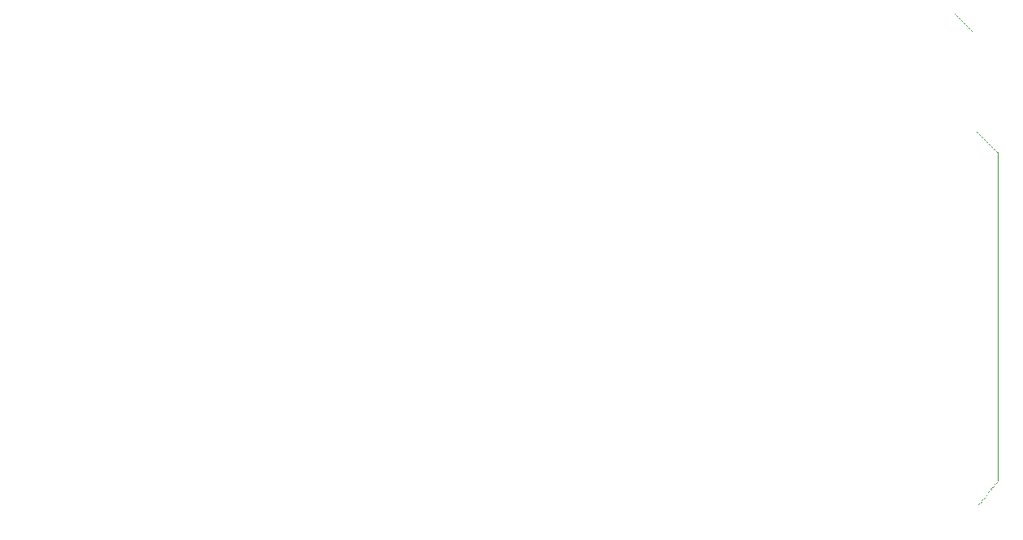
<source format=gbo>
G04 MADE WITH FRITZING*
G04 WWW.FRITZING.ORG*
G04 DOUBLE SIDED*
G04 HOLES PLATED*
G04 CONTOUR ON CENTER OF CONTOUR VECTOR*
%ASAXBY*%
%FSLAX23Y23*%
%MOIN*%
%OFA0B0*%
%SFA1.0B1.0*%
%ADD10R,0.001000X0.001000*%
%LNSILK0*%
G90*
G70*
G54D10*
X0Y2111D02*
X3817Y2111D01*
X3819Y2111D02*
X3819Y2111D01*
X0Y2110D02*
X0Y2110D01*
X3820Y2110D02*
X3820Y2110D01*
X0Y2109D02*
X0Y2109D01*
X3821Y2109D02*
X3821Y2109D01*
X0Y2108D02*
X0Y2108D01*
X4Y2108D02*
X3817Y2108D01*
X3822Y2108D02*
X3822Y2108D01*
X0Y2107D02*
X0Y2107D01*
X3Y2107D02*
X3Y2107D01*
X3818Y2107D02*
X3818Y2107D01*
X3823Y2107D02*
X3823Y2107D01*
X0Y2106D02*
X0Y2106D01*
X3Y2106D02*
X3Y2106D01*
X3819Y2106D02*
X3819Y2106D01*
X3824Y2106D02*
X3824Y2106D01*
X0Y2105D02*
X0Y2105D01*
X3Y2105D02*
X3Y2105D01*
X3820Y2105D02*
X3820Y2105D01*
X3825Y2105D02*
X3825Y2105D01*
X0Y2104D02*
X0Y2104D01*
X3Y2104D02*
X3Y2104D01*
X3821Y2104D02*
X3821Y2104D01*
X3826Y2104D02*
X3826Y2104D01*
X0Y2103D02*
X0Y2103D01*
X3Y2103D02*
X3Y2103D01*
X3822Y2103D02*
X3822Y2103D01*
X3827Y2103D02*
X3827Y2103D01*
X0Y2102D02*
X0Y2102D01*
X3Y2102D02*
X3Y2102D01*
X3823Y2102D02*
X3823Y2102D01*
X3828Y2102D02*
X3828Y2102D01*
X0Y2101D02*
X0Y2101D01*
X3Y2101D02*
X3Y2101D01*
X3824Y2101D02*
X3824Y2101D01*
X3829Y2101D02*
X3829Y2101D01*
X0Y2100D02*
X0Y2100D01*
X3Y2100D02*
X3Y2100D01*
X3825Y2100D02*
X3825Y2100D01*
X3830Y2100D02*
X3830Y2100D01*
X0Y2099D02*
X0Y2099D01*
X3Y2099D02*
X3Y2099D01*
X3826Y2099D02*
X3826Y2099D01*
X3831Y2099D02*
X3831Y2099D01*
X0Y2098D02*
X0Y2098D01*
X3Y2098D02*
X3Y2098D01*
X3827Y2098D02*
X3827Y2098D01*
X3832Y2098D02*
X3832Y2098D01*
X0Y2097D02*
X0Y2097D01*
X3Y2097D02*
X3Y2097D01*
X3828Y2097D02*
X3828Y2097D01*
X3833Y2097D02*
X3833Y2097D01*
X0Y2096D02*
X0Y2096D01*
X3Y2096D02*
X3Y2096D01*
X3829Y2096D02*
X3829Y2096D01*
X3834Y2096D02*
X3834Y2096D01*
X0Y2095D02*
X0Y2095D01*
X3Y2095D02*
X3Y2095D01*
X3830Y2095D02*
X3830Y2095D01*
X3835Y2095D02*
X3835Y2095D01*
X0Y2094D02*
X0Y2094D01*
X3Y2094D02*
X3Y2094D01*
X3831Y2094D02*
X3831Y2094D01*
X3836Y2094D02*
X3836Y2094D01*
X0Y2093D02*
X0Y2093D01*
X3Y2093D02*
X3Y2093D01*
X3832Y2093D02*
X3832Y2093D01*
X3837Y2093D02*
X3837Y2093D01*
X0Y2092D02*
X0Y2092D01*
X3Y2092D02*
X3Y2092D01*
X3833Y2092D02*
X3833Y2092D01*
X3838Y2092D02*
X3838Y2092D01*
X0Y2091D02*
X0Y2091D01*
X3Y2091D02*
X3Y2091D01*
X3834Y2091D02*
X3834Y2091D01*
X3839Y2091D02*
X3839Y2091D01*
X0Y2090D02*
X0Y2090D01*
X3Y2090D02*
X3Y2090D01*
X3835Y2090D02*
X3835Y2090D01*
X3840Y2090D02*
X3840Y2090D01*
X0Y2089D02*
X0Y2089D01*
X3Y2089D02*
X3Y2089D01*
X3836Y2089D02*
X3836Y2089D01*
X3841Y2089D02*
X3841Y2089D01*
X0Y2088D02*
X0Y2088D01*
X3Y2088D02*
X3Y2088D01*
X3837Y2088D02*
X3837Y2088D01*
X3842Y2088D02*
X3842Y2088D01*
X0Y2087D02*
X0Y2087D01*
X3Y2087D02*
X3Y2087D01*
X3838Y2087D02*
X3838Y2087D01*
X3843Y2087D02*
X3843Y2087D01*
X0Y2086D02*
X0Y2086D01*
X3Y2086D02*
X3Y2086D01*
X3839Y2086D02*
X3839Y2086D01*
X3844Y2086D02*
X3844Y2086D01*
X0Y2085D02*
X0Y2085D01*
X3Y2085D02*
X3Y2085D01*
X3840Y2085D02*
X3840Y2085D01*
X3845Y2085D02*
X3845Y2085D01*
X0Y2084D02*
X0Y2084D01*
X3Y2084D02*
X3Y2084D01*
X3841Y2084D02*
X3841Y2084D01*
X3846Y2084D02*
X3846Y2084D01*
X0Y2083D02*
X0Y2083D01*
X3Y2083D02*
X3Y2083D01*
X3842Y2083D02*
X3842Y2083D01*
X3847Y2083D02*
X3847Y2083D01*
X0Y2082D02*
X0Y2082D01*
X3Y2082D02*
X3Y2082D01*
X3843Y2082D02*
X3843Y2082D01*
X3848Y2082D02*
X3848Y2082D01*
X0Y2081D02*
X0Y2081D01*
X3Y2081D02*
X3Y2081D01*
X3844Y2081D02*
X3844Y2081D01*
X3849Y2081D02*
X3849Y2081D01*
X0Y2080D02*
X0Y2080D01*
X3Y2080D02*
X3Y2080D01*
X3845Y2080D02*
X3845Y2080D01*
X3850Y2080D02*
X3850Y2080D01*
X0Y2079D02*
X0Y2079D01*
X3Y2079D02*
X3Y2079D01*
X3846Y2079D02*
X3846Y2079D01*
X3851Y2079D02*
X3851Y2079D01*
X0Y2078D02*
X0Y2078D01*
X3Y2078D02*
X3Y2078D01*
X3847Y2078D02*
X3847Y2078D01*
X3852Y2078D02*
X3852Y2078D01*
X0Y2077D02*
X0Y2077D01*
X3Y2077D02*
X3Y2077D01*
X3848Y2077D02*
X3848Y2077D01*
X3853Y2077D02*
X3853Y2077D01*
X0Y2076D02*
X0Y2076D01*
X3Y2076D02*
X3Y2076D01*
X3849Y2076D02*
X3849Y2076D01*
X3854Y2076D02*
X3854Y2076D01*
X0Y2075D02*
X0Y2075D01*
X3Y2075D02*
X3Y2075D01*
X3850Y2075D02*
X3850Y2075D01*
X3855Y2075D02*
X3855Y2075D01*
X0Y2074D02*
X0Y2074D01*
X3Y2074D02*
X3Y2074D01*
X3851Y2074D02*
X3851Y2074D01*
X3856Y2074D02*
X3856Y2074D01*
X0Y2073D02*
X0Y2073D01*
X3Y2073D02*
X3Y2073D01*
X3852Y2073D02*
X3852Y2073D01*
X3857Y2073D02*
X3857Y2073D01*
X0Y2072D02*
X0Y2072D01*
X3Y2072D02*
X3Y2072D01*
X3853Y2072D02*
X3853Y2072D01*
X3858Y2072D02*
X3858Y2072D01*
X0Y2071D02*
X0Y2071D01*
X3Y2071D02*
X3Y2071D01*
X3854Y2071D02*
X3854Y2071D01*
X3859Y2071D02*
X3859Y2071D01*
X0Y2070D02*
X0Y2070D01*
X3Y2070D02*
X3Y2070D01*
X3855Y2070D02*
X3855Y2070D01*
X3860Y2070D02*
X3860Y2070D01*
X0Y2069D02*
X0Y2069D01*
X3Y2069D02*
X3Y2069D01*
X3856Y2069D02*
X3856Y2069D01*
X3861Y2069D02*
X3861Y2069D01*
X0Y2068D02*
X0Y2068D01*
X3Y2068D02*
X3Y2068D01*
X3857Y2068D02*
X3857Y2068D01*
X3862Y2068D02*
X3862Y2068D01*
X0Y2067D02*
X0Y2067D01*
X3Y2067D02*
X3Y2067D01*
X3858Y2067D02*
X3858Y2067D01*
X3863Y2067D02*
X3863Y2067D01*
X0Y2066D02*
X0Y2066D01*
X3Y2066D02*
X3Y2066D01*
X3859Y2066D02*
X3859Y2066D01*
X3864Y2066D02*
X3864Y2066D01*
X0Y2065D02*
X0Y2065D01*
X3Y2065D02*
X3Y2065D01*
X3860Y2065D02*
X3860Y2065D01*
X3865Y2065D02*
X3865Y2065D01*
X0Y2064D02*
X0Y2064D01*
X3Y2064D02*
X3Y2064D01*
X3861Y2064D02*
X3861Y2064D01*
X3866Y2064D02*
X3866Y2064D01*
X0Y2063D02*
X0Y2063D01*
X3Y2063D02*
X3Y2063D01*
X3862Y2063D02*
X3862Y2063D01*
X3867Y2063D02*
X3867Y2063D01*
X0Y2062D02*
X0Y2062D01*
X3Y2062D02*
X3Y2062D01*
X3863Y2062D02*
X3863Y2062D01*
X3868Y2062D02*
X3868Y2062D01*
X0Y2061D02*
X0Y2061D01*
X3Y2061D02*
X3Y2061D01*
X3864Y2061D02*
X3864Y2061D01*
X3869Y2061D02*
X3869Y2061D01*
X0Y2060D02*
X0Y2060D01*
X3Y2060D02*
X3Y2060D01*
X3865Y2060D02*
X3865Y2060D01*
X3870Y2060D02*
X3870Y2060D01*
X0Y2059D02*
X0Y2059D01*
X3Y2059D02*
X3Y2059D01*
X3866Y2059D02*
X3866Y2059D01*
X3871Y2059D02*
X3871Y2059D01*
X0Y2058D02*
X0Y2058D01*
X3Y2058D02*
X3Y2058D01*
X3867Y2058D02*
X3867Y2058D01*
X3872Y2058D02*
X3872Y2058D01*
X0Y2057D02*
X0Y2057D01*
X3Y2057D02*
X3Y2057D01*
X3868Y2057D02*
X3868Y2057D01*
X3873Y2057D02*
X3873Y2057D01*
X0Y2056D02*
X0Y2056D01*
X3Y2056D02*
X3Y2056D01*
X3869Y2056D02*
X3869Y2056D01*
X3874Y2056D02*
X3874Y2056D01*
X0Y2055D02*
X0Y2055D01*
X3Y2055D02*
X3Y2055D01*
X3870Y2055D02*
X3870Y2055D01*
X3875Y2055D02*
X3875Y2055D01*
X0Y2054D02*
X0Y2054D01*
X3Y2054D02*
X3Y2054D01*
X3871Y2054D02*
X3871Y2054D01*
X3876Y2054D02*
X3876Y2054D01*
X0Y2053D02*
X0Y2053D01*
X3Y2053D02*
X3Y2053D01*
X3872Y2053D02*
X3872Y2053D01*
X3877Y2053D02*
X3877Y2053D01*
X0Y2052D02*
X0Y2052D01*
X3Y2052D02*
X3Y2052D01*
X3873Y2052D02*
X3873Y2052D01*
X3878Y2052D02*
X3878Y2052D01*
X0Y2051D02*
X0Y2051D01*
X3Y2051D02*
X3Y2051D01*
X3874Y2051D02*
X3874Y2051D01*
X3879Y2051D02*
X3879Y2051D01*
X0Y2050D02*
X0Y2050D01*
X3Y2050D02*
X3Y2050D01*
X3875Y2050D02*
X3875Y2050D01*
X3880Y2050D02*
X3880Y2050D01*
X0Y2049D02*
X0Y2049D01*
X3Y2049D02*
X3Y2049D01*
X3876Y2049D02*
X3876Y2049D01*
X3881Y2049D02*
X3881Y2049D01*
X0Y2048D02*
X0Y2048D01*
X3Y2048D02*
X3Y2048D01*
X3877Y2048D02*
X3877Y2048D01*
X3882Y2048D02*
X3882Y2048D01*
X0Y2047D02*
X0Y2047D01*
X3Y2047D02*
X3Y2047D01*
X3878Y2047D02*
X3878Y2047D01*
X3883Y2047D02*
X3883Y2047D01*
X0Y2046D02*
X0Y2046D01*
X3Y2046D02*
X3Y2046D01*
X3879Y2046D02*
X3879Y2046D01*
X3884Y2046D02*
X3884Y2046D01*
X0Y2045D02*
X0Y2045D01*
X3Y2045D02*
X3Y2045D01*
X3880Y2045D02*
X3880Y2045D01*
X3885Y2045D02*
X3885Y2045D01*
X0Y2044D02*
X0Y2044D01*
X3Y2044D02*
X3Y2044D01*
X3881Y2044D02*
X3881Y2044D01*
X3886Y2044D02*
X3886Y2044D01*
X0Y2043D02*
X0Y2043D01*
X3Y2043D02*
X3Y2043D01*
X3882Y2043D02*
X3882Y2043D01*
X3887Y2043D02*
X3887Y2043D01*
X0Y2042D02*
X0Y2042D01*
X3Y2042D02*
X3Y2042D01*
X3883Y2042D02*
X3883Y2042D01*
X3888Y2042D02*
X3888Y2042D01*
X0Y2041D02*
X0Y2041D01*
X3Y2041D02*
X3Y2041D01*
X3884Y2041D02*
X3884Y2041D01*
X3889Y2041D02*
X3889Y2041D01*
X0Y2040D02*
X0Y2040D01*
X3Y2040D02*
X3Y2040D01*
X3885Y2040D02*
X3885Y2040D01*
X3890Y2040D02*
X3890Y2040D01*
X0Y2039D02*
X0Y2039D01*
X3Y2039D02*
X3Y2039D01*
X3886Y2039D02*
X3886Y2039D01*
X3891Y2039D02*
X3891Y2039D01*
X0Y2038D02*
X0Y2038D01*
X3Y2038D02*
X3Y2038D01*
X3887Y2038D02*
X3887Y2038D01*
X3892Y2038D02*
X3892Y2038D01*
X0Y2037D02*
X0Y2037D01*
X3Y2037D02*
X3Y2037D01*
X3888Y2037D02*
X3888Y2037D01*
X3893Y2037D02*
X3893Y2037D01*
X0Y2036D02*
X0Y2036D01*
X3Y2036D02*
X3Y2036D01*
X3889Y2036D02*
X3889Y2036D01*
X3894Y2036D02*
X3894Y2036D01*
X0Y2035D02*
X0Y2035D01*
X3Y2035D02*
X3Y2035D01*
X3890Y2035D02*
X3890Y2035D01*
X3895Y2035D02*
X3895Y2035D01*
X0Y2034D02*
X0Y2034D01*
X3Y2034D02*
X3Y2034D01*
X3891Y2034D02*
X3891Y2034D01*
X3896Y2034D02*
X3896Y2034D01*
X0Y2033D02*
X0Y2033D01*
X3Y2033D02*
X3Y2033D01*
X3892Y2033D02*
X3892Y2033D01*
X3897Y2033D02*
X3897Y2033D01*
X0Y2032D02*
X0Y2032D01*
X3Y2032D02*
X3Y2032D01*
X3893Y2032D02*
X3893Y2032D01*
X3897Y2032D02*
X3897Y2032D01*
X0Y2031D02*
X0Y2031D01*
X3Y2031D02*
X3Y2031D01*
X3894Y2031D02*
X3894Y2031D01*
X3897Y2031D02*
X3897Y2031D01*
X0Y2030D02*
X0Y2030D01*
X3Y2030D02*
X3Y2030D01*
X3894Y2030D02*
X3894Y2030D01*
X3897Y2030D02*
X3897Y2030D01*
X0Y2029D02*
X0Y2029D01*
X3Y2029D02*
X3Y2029D01*
X3894Y2029D02*
X3894Y2029D01*
X3897Y2029D02*
X3897Y2029D01*
X0Y2028D02*
X0Y2028D01*
X3Y2028D02*
X3Y2028D01*
X3894Y2028D02*
X3894Y2028D01*
X3897Y2028D02*
X3897Y2028D01*
X0Y2027D02*
X0Y2027D01*
X3Y2027D02*
X3Y2027D01*
X3894Y2027D02*
X3894Y2027D01*
X3897Y2027D02*
X3897Y2027D01*
X0Y2026D02*
X0Y2026D01*
X3Y2026D02*
X3Y2026D01*
X3894Y2026D02*
X3894Y2026D01*
X3897Y2026D02*
X3897Y2026D01*
X0Y2025D02*
X0Y2025D01*
X3Y2025D02*
X3Y2025D01*
X3894Y2025D02*
X3894Y2025D01*
X3897Y2025D02*
X3897Y2025D01*
X0Y2024D02*
X0Y2024D01*
X3Y2024D02*
X3Y2024D01*
X3894Y2024D02*
X3894Y2024D01*
X3897Y2024D02*
X3897Y2024D01*
X0Y2023D02*
X0Y2023D01*
X3Y2023D02*
X3Y2023D01*
X3894Y2023D02*
X3894Y2023D01*
X3897Y2023D02*
X3897Y2023D01*
X0Y2022D02*
X0Y2022D01*
X3Y2022D02*
X3Y2022D01*
X3894Y2022D02*
X3894Y2022D01*
X3897Y2022D02*
X3897Y2022D01*
X0Y2021D02*
X0Y2021D01*
X3Y2021D02*
X3Y2021D01*
X3894Y2021D02*
X3894Y2021D01*
X3897Y2021D02*
X3897Y2021D01*
X0Y2020D02*
X0Y2020D01*
X3Y2020D02*
X3Y2020D01*
X3894Y2020D02*
X3894Y2020D01*
X3897Y2020D02*
X3897Y2020D01*
X0Y2019D02*
X0Y2019D01*
X3Y2019D02*
X3Y2019D01*
X3894Y2019D02*
X3894Y2019D01*
X3897Y2019D02*
X3897Y2019D01*
X0Y2018D02*
X0Y2018D01*
X3Y2018D02*
X3Y2018D01*
X3894Y2018D02*
X3894Y2018D01*
X3897Y2018D02*
X3897Y2018D01*
X0Y2017D02*
X0Y2017D01*
X3Y2017D02*
X3Y2017D01*
X3894Y2017D02*
X3894Y2017D01*
X3897Y2017D02*
X3897Y2017D01*
X0Y2016D02*
X0Y2016D01*
X3Y2016D02*
X3Y2016D01*
X3894Y2016D02*
X3894Y2016D01*
X3897Y2016D02*
X3897Y2016D01*
X0Y2015D02*
X0Y2015D01*
X3Y2015D02*
X3Y2015D01*
X3894Y2015D02*
X3894Y2015D01*
X3897Y2015D02*
X3897Y2015D01*
X0Y2014D02*
X0Y2014D01*
X3Y2014D02*
X3Y2014D01*
X3894Y2014D02*
X3894Y2014D01*
X3897Y2014D02*
X3897Y2014D01*
X0Y2013D02*
X0Y2013D01*
X3Y2013D02*
X3Y2013D01*
X3894Y2013D02*
X3894Y2013D01*
X3897Y2013D02*
X3897Y2013D01*
X0Y2012D02*
X0Y2012D01*
X3Y2012D02*
X3Y2012D01*
X3894Y2012D02*
X3894Y2012D01*
X3897Y2012D02*
X3897Y2012D01*
X0Y2011D02*
X0Y2011D01*
X3Y2011D02*
X3Y2011D01*
X3894Y2011D02*
X3894Y2011D01*
X3897Y2011D02*
X3897Y2011D01*
X0Y2010D02*
X0Y2010D01*
X3Y2010D02*
X3Y2010D01*
X3894Y2010D02*
X3894Y2010D01*
X3897Y2010D02*
X3897Y2010D01*
X0Y2009D02*
X0Y2009D01*
X3Y2009D02*
X3Y2009D01*
X3894Y2009D02*
X3894Y2009D01*
X3897Y2009D02*
X3897Y2009D01*
X0Y2008D02*
X0Y2008D01*
X3Y2008D02*
X3Y2008D01*
X3894Y2008D02*
X3894Y2008D01*
X3897Y2008D02*
X3897Y2008D01*
X0Y2007D02*
X0Y2007D01*
X3Y2007D02*
X3Y2007D01*
X3894Y2007D02*
X3894Y2007D01*
X3897Y2007D02*
X3897Y2007D01*
X0Y2006D02*
X0Y2006D01*
X3Y2006D02*
X3Y2006D01*
X3894Y2006D02*
X3894Y2006D01*
X3897Y2006D02*
X3897Y2006D01*
X0Y2005D02*
X0Y2005D01*
X3Y2005D02*
X3Y2005D01*
X3894Y2005D02*
X3894Y2005D01*
X3897Y2005D02*
X3897Y2005D01*
X0Y2004D02*
X0Y2004D01*
X3Y2004D02*
X3Y2004D01*
X3894Y2004D02*
X3894Y2004D01*
X3897Y2004D02*
X3897Y2004D01*
X0Y2003D02*
X0Y2003D01*
X3Y2003D02*
X3Y2003D01*
X3894Y2003D02*
X3894Y2003D01*
X3897Y2003D02*
X3897Y2003D01*
X0Y2002D02*
X0Y2002D01*
X3Y2002D02*
X3Y2002D01*
X3894Y2002D02*
X3894Y2002D01*
X3897Y2002D02*
X3897Y2002D01*
X0Y2001D02*
X0Y2001D01*
X3Y2001D02*
X3Y2001D01*
X3894Y2001D02*
X3894Y2001D01*
X3897Y2001D02*
X3897Y2001D01*
X0Y2000D02*
X0Y2000D01*
X3Y2000D02*
X3Y2000D01*
X3894Y2000D02*
X3894Y2000D01*
X3897Y2000D02*
X3897Y2000D01*
X0Y1999D02*
X0Y1999D01*
X3Y1999D02*
X3Y1999D01*
X3894Y1999D02*
X3894Y1999D01*
X3897Y1999D02*
X3897Y1999D01*
X0Y1998D02*
X0Y1998D01*
X3Y1998D02*
X3Y1998D01*
X3894Y1998D02*
X3894Y1998D01*
X3897Y1998D02*
X3897Y1998D01*
X0Y1997D02*
X0Y1997D01*
X3Y1997D02*
X3Y1997D01*
X3894Y1997D02*
X3894Y1997D01*
X3897Y1997D02*
X3897Y1997D01*
X0Y1996D02*
X0Y1996D01*
X3Y1996D02*
X3Y1996D01*
X3894Y1996D02*
X3894Y1996D01*
X3897Y1996D02*
X3897Y1996D01*
X0Y1995D02*
X0Y1995D01*
X3Y1995D02*
X3Y1995D01*
X3894Y1995D02*
X3894Y1995D01*
X3897Y1995D02*
X3897Y1995D01*
X0Y1994D02*
X0Y1994D01*
X3Y1994D02*
X3Y1994D01*
X3894Y1994D02*
X3894Y1994D01*
X3897Y1994D02*
X3897Y1994D01*
X0Y1993D02*
X0Y1993D01*
X3Y1993D02*
X3Y1993D01*
X3894Y1993D02*
X3894Y1993D01*
X3897Y1993D02*
X3897Y1993D01*
X0Y1992D02*
X0Y1992D01*
X3Y1992D02*
X3Y1992D01*
X3894Y1992D02*
X3894Y1992D01*
X3897Y1992D02*
X3897Y1992D01*
X0Y1991D02*
X0Y1991D01*
X3Y1991D02*
X3Y1991D01*
X3894Y1991D02*
X3894Y1991D01*
X3897Y1991D02*
X3897Y1991D01*
X0Y1990D02*
X0Y1990D01*
X3Y1990D02*
X3Y1990D01*
X3894Y1990D02*
X3894Y1990D01*
X3897Y1990D02*
X3897Y1990D01*
X0Y1989D02*
X0Y1989D01*
X3Y1989D02*
X3Y1989D01*
X3894Y1989D02*
X3894Y1989D01*
X3897Y1989D02*
X3897Y1989D01*
X0Y1988D02*
X0Y1988D01*
X3Y1988D02*
X3Y1988D01*
X3894Y1988D02*
X3894Y1988D01*
X3897Y1988D02*
X3897Y1988D01*
X0Y1987D02*
X0Y1987D01*
X3Y1987D02*
X3Y1987D01*
X3894Y1987D02*
X3894Y1987D01*
X3897Y1987D02*
X3897Y1987D01*
X0Y1986D02*
X0Y1986D01*
X3Y1986D02*
X3Y1986D01*
X3894Y1986D02*
X3894Y1986D01*
X3897Y1986D02*
X3897Y1986D01*
X0Y1985D02*
X0Y1985D01*
X3Y1985D02*
X3Y1985D01*
X3894Y1985D02*
X3894Y1985D01*
X3897Y1985D02*
X3897Y1985D01*
X0Y1984D02*
X0Y1984D01*
X3Y1984D02*
X3Y1984D01*
X3894Y1984D02*
X3894Y1984D01*
X3897Y1984D02*
X3897Y1984D01*
X0Y1983D02*
X0Y1983D01*
X3Y1983D02*
X3Y1983D01*
X3894Y1983D02*
X3894Y1983D01*
X3897Y1983D02*
X3897Y1983D01*
X0Y1982D02*
X0Y1982D01*
X3Y1982D02*
X3Y1982D01*
X3894Y1982D02*
X3894Y1982D01*
X3897Y1982D02*
X3897Y1982D01*
X0Y1981D02*
X0Y1981D01*
X3Y1981D02*
X3Y1981D01*
X3894Y1981D02*
X3894Y1981D01*
X3897Y1981D02*
X3897Y1981D01*
X0Y1980D02*
X0Y1980D01*
X3Y1980D02*
X3Y1980D01*
X3894Y1980D02*
X3894Y1980D01*
X3897Y1980D02*
X3897Y1980D01*
X0Y1979D02*
X0Y1979D01*
X3Y1979D02*
X3Y1979D01*
X3894Y1979D02*
X3894Y1979D01*
X3897Y1979D02*
X3897Y1979D01*
X0Y1978D02*
X0Y1978D01*
X3Y1978D02*
X3Y1978D01*
X3894Y1978D02*
X3894Y1978D01*
X3897Y1978D02*
X3897Y1978D01*
X0Y1977D02*
X0Y1977D01*
X3Y1977D02*
X3Y1977D01*
X3894Y1977D02*
X3894Y1977D01*
X3897Y1977D02*
X3897Y1977D01*
X0Y1976D02*
X0Y1976D01*
X3Y1976D02*
X3Y1976D01*
X3894Y1976D02*
X3894Y1976D01*
X3897Y1976D02*
X3897Y1976D01*
X0Y1975D02*
X0Y1975D01*
X3Y1975D02*
X3Y1975D01*
X3894Y1975D02*
X3894Y1975D01*
X3897Y1975D02*
X3897Y1975D01*
X0Y1974D02*
X0Y1974D01*
X3Y1974D02*
X3Y1974D01*
X3894Y1974D02*
X3894Y1974D01*
X3897Y1974D02*
X3897Y1974D01*
X0Y1973D02*
X0Y1973D01*
X3Y1973D02*
X3Y1973D01*
X3894Y1973D02*
X3894Y1973D01*
X3897Y1973D02*
X3897Y1973D01*
X0Y1972D02*
X0Y1972D01*
X3Y1972D02*
X3Y1972D01*
X3894Y1972D02*
X3894Y1972D01*
X3897Y1972D02*
X3897Y1972D01*
X0Y1971D02*
X0Y1971D01*
X3Y1971D02*
X3Y1971D01*
X3894Y1971D02*
X3894Y1971D01*
X3897Y1971D02*
X3897Y1971D01*
X0Y1970D02*
X0Y1970D01*
X3Y1970D02*
X3Y1970D01*
X3894Y1970D02*
X3894Y1970D01*
X3897Y1970D02*
X3897Y1970D01*
X0Y1969D02*
X0Y1969D01*
X3Y1969D02*
X3Y1969D01*
X3894Y1969D02*
X3894Y1969D01*
X3897Y1969D02*
X3897Y1969D01*
X0Y1968D02*
X0Y1968D01*
X3Y1968D02*
X3Y1968D01*
X3894Y1968D02*
X3894Y1968D01*
X3897Y1968D02*
X3897Y1968D01*
X0Y1967D02*
X0Y1967D01*
X3Y1967D02*
X3Y1967D01*
X3894Y1967D02*
X3894Y1967D01*
X3897Y1967D02*
X3897Y1967D01*
X0Y1966D02*
X0Y1966D01*
X3Y1966D02*
X3Y1966D01*
X3894Y1966D02*
X3894Y1966D01*
X3897Y1966D02*
X3897Y1966D01*
X0Y1965D02*
X0Y1965D01*
X3Y1965D02*
X3Y1965D01*
X3894Y1965D02*
X3894Y1965D01*
X3897Y1965D02*
X3897Y1965D01*
X0Y1964D02*
X0Y1964D01*
X3Y1964D02*
X3Y1964D01*
X3894Y1964D02*
X3894Y1964D01*
X3897Y1964D02*
X3897Y1964D01*
X0Y1963D02*
X0Y1963D01*
X3Y1963D02*
X3Y1963D01*
X3894Y1963D02*
X3894Y1963D01*
X3897Y1963D02*
X3897Y1963D01*
X0Y1962D02*
X0Y1962D01*
X3Y1962D02*
X3Y1962D01*
X3894Y1962D02*
X3894Y1962D01*
X3897Y1962D02*
X3897Y1962D01*
X0Y1961D02*
X0Y1961D01*
X3Y1961D02*
X3Y1961D01*
X3894Y1961D02*
X3894Y1961D01*
X3897Y1961D02*
X3897Y1961D01*
X0Y1960D02*
X0Y1960D01*
X3Y1960D02*
X3Y1960D01*
X3894Y1960D02*
X3894Y1960D01*
X3897Y1960D02*
X3897Y1960D01*
X0Y1959D02*
X0Y1959D01*
X3Y1959D02*
X3Y1959D01*
X3894Y1959D02*
X3894Y1959D01*
X3897Y1959D02*
X3897Y1959D01*
X0Y1958D02*
X0Y1958D01*
X3Y1958D02*
X3Y1958D01*
X3894Y1958D02*
X3894Y1958D01*
X3897Y1958D02*
X3897Y1958D01*
X0Y1957D02*
X0Y1957D01*
X3Y1957D02*
X3Y1957D01*
X3894Y1957D02*
X3894Y1957D01*
X3897Y1957D02*
X3897Y1957D01*
X0Y1956D02*
X0Y1956D01*
X3Y1956D02*
X3Y1956D01*
X3894Y1956D02*
X3894Y1956D01*
X3897Y1956D02*
X3897Y1956D01*
X0Y1955D02*
X0Y1955D01*
X3Y1955D02*
X3Y1955D01*
X3894Y1955D02*
X3894Y1955D01*
X3897Y1955D02*
X3897Y1955D01*
X0Y1954D02*
X0Y1954D01*
X3Y1954D02*
X3Y1954D01*
X3894Y1954D02*
X3894Y1954D01*
X3897Y1954D02*
X3897Y1954D01*
X0Y1953D02*
X0Y1953D01*
X3Y1953D02*
X3Y1953D01*
X3894Y1953D02*
X3894Y1953D01*
X3897Y1953D02*
X3897Y1953D01*
X0Y1952D02*
X0Y1952D01*
X3Y1952D02*
X3Y1952D01*
X3894Y1952D02*
X3894Y1952D01*
X3897Y1952D02*
X3897Y1952D01*
X0Y1951D02*
X0Y1951D01*
X3Y1951D02*
X3Y1951D01*
X3894Y1951D02*
X3894Y1951D01*
X3897Y1951D02*
X3897Y1951D01*
X0Y1950D02*
X0Y1950D01*
X3Y1950D02*
X3Y1950D01*
X3894Y1950D02*
X3894Y1950D01*
X3897Y1950D02*
X3897Y1950D01*
X0Y1949D02*
X0Y1949D01*
X3Y1949D02*
X3Y1949D01*
X3894Y1949D02*
X3894Y1949D01*
X3897Y1949D02*
X3897Y1949D01*
X0Y1948D02*
X0Y1948D01*
X3Y1948D02*
X3Y1948D01*
X3894Y1948D02*
X3894Y1948D01*
X3897Y1948D02*
X3897Y1948D01*
X0Y1947D02*
X0Y1947D01*
X3Y1947D02*
X3Y1947D01*
X3894Y1947D02*
X3894Y1947D01*
X3897Y1947D02*
X3897Y1947D01*
X0Y1946D02*
X0Y1946D01*
X3Y1946D02*
X3Y1946D01*
X3894Y1946D02*
X3894Y1946D01*
X3897Y1946D02*
X3897Y1946D01*
X0Y1945D02*
X0Y1945D01*
X3Y1945D02*
X3Y1945D01*
X3894Y1945D02*
X3894Y1945D01*
X3897Y1945D02*
X3897Y1945D01*
X0Y1944D02*
X0Y1944D01*
X3Y1944D02*
X3Y1944D01*
X3894Y1944D02*
X3894Y1944D01*
X3897Y1944D02*
X3897Y1944D01*
X0Y1943D02*
X0Y1943D01*
X3Y1943D02*
X3Y1943D01*
X3894Y1943D02*
X3894Y1943D01*
X3897Y1943D02*
X3897Y1943D01*
X0Y1942D02*
X0Y1942D01*
X3Y1942D02*
X3Y1942D01*
X3894Y1942D02*
X3894Y1942D01*
X3897Y1942D02*
X3897Y1942D01*
X0Y1941D02*
X0Y1941D01*
X3Y1941D02*
X3Y1941D01*
X3894Y1941D02*
X3894Y1941D01*
X3897Y1941D02*
X3897Y1941D01*
X0Y1940D02*
X0Y1940D01*
X3Y1940D02*
X3Y1940D01*
X3894Y1940D02*
X3894Y1940D01*
X3897Y1940D02*
X3897Y1940D01*
X0Y1939D02*
X0Y1939D01*
X3Y1939D02*
X3Y1939D01*
X3894Y1939D02*
X3894Y1939D01*
X3897Y1939D02*
X3897Y1939D01*
X0Y1938D02*
X0Y1938D01*
X3Y1938D02*
X3Y1938D01*
X3894Y1938D02*
X3894Y1938D01*
X3897Y1938D02*
X3897Y1938D01*
X0Y1937D02*
X0Y1937D01*
X3Y1937D02*
X3Y1937D01*
X3894Y1937D02*
X3894Y1937D01*
X3897Y1937D02*
X3897Y1937D01*
X0Y1936D02*
X0Y1936D01*
X3Y1936D02*
X3Y1936D01*
X3894Y1936D02*
X3894Y1936D01*
X3897Y1936D02*
X3897Y1936D01*
X0Y1935D02*
X0Y1935D01*
X3Y1935D02*
X3Y1935D01*
X3894Y1935D02*
X3894Y1935D01*
X3897Y1935D02*
X3897Y1935D01*
X0Y1934D02*
X0Y1934D01*
X3Y1934D02*
X3Y1934D01*
X3894Y1934D02*
X3894Y1934D01*
X3897Y1934D02*
X3897Y1934D01*
X0Y1933D02*
X0Y1933D01*
X3Y1933D02*
X3Y1933D01*
X3894Y1933D02*
X3894Y1933D01*
X3897Y1933D02*
X3897Y1933D01*
X0Y1932D02*
X0Y1932D01*
X3Y1932D02*
X3Y1932D01*
X3894Y1932D02*
X3894Y1932D01*
X3897Y1932D02*
X3897Y1932D01*
X0Y1931D02*
X0Y1931D01*
X3Y1931D02*
X3Y1931D01*
X3894Y1931D02*
X3894Y1931D01*
X3897Y1931D02*
X3897Y1931D01*
X0Y1930D02*
X0Y1930D01*
X3Y1930D02*
X3Y1930D01*
X3894Y1930D02*
X3894Y1930D01*
X3897Y1930D02*
X3897Y1930D01*
X0Y1929D02*
X0Y1929D01*
X3Y1929D02*
X3Y1929D01*
X3894Y1929D02*
X3894Y1929D01*
X3897Y1929D02*
X3897Y1929D01*
X0Y1928D02*
X0Y1928D01*
X3Y1928D02*
X3Y1928D01*
X3894Y1928D02*
X3894Y1928D01*
X3897Y1928D02*
X3897Y1928D01*
X0Y1927D02*
X0Y1927D01*
X3Y1927D02*
X3Y1927D01*
X3894Y1927D02*
X3894Y1927D01*
X3897Y1927D02*
X3897Y1927D01*
X0Y1926D02*
X0Y1926D01*
X3Y1926D02*
X3Y1926D01*
X3894Y1926D02*
X3894Y1926D01*
X3897Y1926D02*
X3897Y1926D01*
X0Y1925D02*
X0Y1925D01*
X3Y1925D02*
X3Y1925D01*
X3894Y1925D02*
X3894Y1925D01*
X3897Y1925D02*
X3897Y1925D01*
X0Y1924D02*
X0Y1924D01*
X3Y1924D02*
X3Y1924D01*
X3894Y1924D02*
X3894Y1924D01*
X3897Y1924D02*
X3897Y1924D01*
X0Y1923D02*
X0Y1923D01*
X3Y1923D02*
X3Y1923D01*
X3894Y1923D02*
X3894Y1923D01*
X3897Y1923D02*
X3897Y1923D01*
X0Y1922D02*
X0Y1922D01*
X3Y1922D02*
X3Y1922D01*
X3894Y1922D02*
X3894Y1922D01*
X3897Y1922D02*
X3897Y1922D01*
X0Y1921D02*
X0Y1921D01*
X3Y1921D02*
X3Y1921D01*
X3894Y1921D02*
X3894Y1921D01*
X3897Y1921D02*
X3897Y1921D01*
X0Y1920D02*
X0Y1920D01*
X3Y1920D02*
X3Y1920D01*
X3894Y1920D02*
X3894Y1920D01*
X3897Y1920D02*
X3897Y1920D01*
X0Y1919D02*
X0Y1919D01*
X3Y1919D02*
X3Y1919D01*
X3894Y1919D02*
X3894Y1919D01*
X3897Y1919D02*
X3897Y1919D01*
X0Y1918D02*
X0Y1918D01*
X3Y1918D02*
X3Y1918D01*
X3894Y1918D02*
X3894Y1918D01*
X3897Y1918D02*
X3897Y1918D01*
X0Y1917D02*
X0Y1917D01*
X3Y1917D02*
X3Y1917D01*
X3894Y1917D02*
X3894Y1917D01*
X3897Y1917D02*
X3897Y1917D01*
X0Y1916D02*
X0Y1916D01*
X3Y1916D02*
X3Y1916D01*
X3894Y1916D02*
X3894Y1916D01*
X3897Y1916D02*
X3897Y1916D01*
X0Y1915D02*
X0Y1915D01*
X3Y1915D02*
X3Y1915D01*
X3894Y1915D02*
X3894Y1915D01*
X3897Y1915D02*
X3897Y1915D01*
X0Y1914D02*
X0Y1914D01*
X3Y1914D02*
X3Y1914D01*
X3894Y1914D02*
X3894Y1914D01*
X3897Y1914D02*
X3897Y1914D01*
X0Y1913D02*
X0Y1913D01*
X3Y1913D02*
X3Y1913D01*
X3894Y1913D02*
X3894Y1913D01*
X3897Y1913D02*
X3897Y1913D01*
X0Y1912D02*
X0Y1912D01*
X3Y1912D02*
X3Y1912D01*
X3894Y1912D02*
X3894Y1912D01*
X3897Y1912D02*
X3897Y1912D01*
X0Y1911D02*
X0Y1911D01*
X3Y1911D02*
X3Y1911D01*
X3894Y1911D02*
X3894Y1911D01*
X3897Y1911D02*
X3897Y1911D01*
X0Y1910D02*
X0Y1910D01*
X3Y1910D02*
X3Y1910D01*
X3894Y1910D02*
X3894Y1910D01*
X3897Y1910D02*
X3897Y1910D01*
X0Y1909D02*
X0Y1909D01*
X3Y1909D02*
X3Y1909D01*
X3894Y1909D02*
X3894Y1909D01*
X3897Y1909D02*
X3897Y1909D01*
X0Y1908D02*
X0Y1908D01*
X3Y1908D02*
X3Y1908D01*
X3894Y1908D02*
X3894Y1908D01*
X3897Y1908D02*
X3897Y1908D01*
X0Y1907D02*
X0Y1907D01*
X3Y1907D02*
X3Y1907D01*
X3894Y1907D02*
X3894Y1907D01*
X3897Y1907D02*
X3897Y1907D01*
X0Y1906D02*
X0Y1906D01*
X3Y1906D02*
X3Y1906D01*
X3894Y1906D02*
X3894Y1906D01*
X3897Y1906D02*
X3897Y1906D01*
X0Y1905D02*
X0Y1905D01*
X3Y1905D02*
X3Y1905D01*
X3894Y1905D02*
X3894Y1905D01*
X3897Y1905D02*
X3897Y1905D01*
X0Y1904D02*
X0Y1904D01*
X3Y1904D02*
X3Y1904D01*
X3894Y1904D02*
X3894Y1904D01*
X3897Y1904D02*
X3897Y1904D01*
X0Y1903D02*
X0Y1903D01*
X3Y1903D02*
X3Y1903D01*
X3894Y1903D02*
X3894Y1903D01*
X3897Y1903D02*
X3897Y1903D01*
X0Y1902D02*
X0Y1902D01*
X3Y1902D02*
X3Y1902D01*
X3894Y1902D02*
X3894Y1902D01*
X3897Y1902D02*
X3897Y1902D01*
X0Y1901D02*
X0Y1901D01*
X3Y1901D02*
X3Y1901D01*
X3894Y1901D02*
X3894Y1901D01*
X3897Y1901D02*
X3897Y1901D01*
X0Y1900D02*
X0Y1900D01*
X3Y1900D02*
X3Y1900D01*
X3894Y1900D02*
X3894Y1900D01*
X3897Y1900D02*
X3897Y1900D01*
X0Y1899D02*
X0Y1899D01*
X3Y1899D02*
X3Y1899D01*
X3894Y1899D02*
X3894Y1899D01*
X3897Y1899D02*
X3897Y1899D01*
X0Y1898D02*
X0Y1898D01*
X3Y1898D02*
X3Y1898D01*
X3894Y1898D02*
X3894Y1898D01*
X3897Y1898D02*
X3897Y1898D01*
X0Y1897D02*
X0Y1897D01*
X3Y1897D02*
X3Y1897D01*
X3894Y1897D02*
X3894Y1897D01*
X3897Y1897D02*
X3897Y1897D01*
X0Y1896D02*
X0Y1896D01*
X3Y1896D02*
X3Y1896D01*
X3894Y1896D02*
X3894Y1896D01*
X3897Y1896D02*
X3897Y1896D01*
X0Y1895D02*
X0Y1895D01*
X3Y1895D02*
X3Y1895D01*
X3894Y1895D02*
X3894Y1895D01*
X3897Y1895D02*
X3897Y1895D01*
X0Y1894D02*
X0Y1894D01*
X3Y1894D02*
X3Y1894D01*
X3894Y1894D02*
X3894Y1894D01*
X3897Y1894D02*
X3897Y1894D01*
X0Y1893D02*
X0Y1893D01*
X3Y1893D02*
X3Y1893D01*
X3894Y1893D02*
X3894Y1893D01*
X3897Y1893D02*
X3897Y1893D01*
X0Y1892D02*
X0Y1892D01*
X3Y1892D02*
X3Y1892D01*
X3894Y1892D02*
X3894Y1892D01*
X3897Y1892D02*
X3897Y1892D01*
X0Y1891D02*
X0Y1891D01*
X3Y1891D02*
X3Y1891D01*
X3894Y1891D02*
X3894Y1891D01*
X3897Y1891D02*
X3897Y1891D01*
X0Y1890D02*
X0Y1890D01*
X3Y1890D02*
X3Y1890D01*
X3894Y1890D02*
X3894Y1890D01*
X3897Y1890D02*
X3897Y1890D01*
X0Y1889D02*
X0Y1889D01*
X3Y1889D02*
X3Y1889D01*
X3894Y1889D02*
X3894Y1889D01*
X3897Y1889D02*
X3897Y1889D01*
X0Y1888D02*
X0Y1888D01*
X3Y1888D02*
X3Y1888D01*
X3894Y1888D02*
X3894Y1888D01*
X3897Y1888D02*
X3897Y1888D01*
X0Y1887D02*
X0Y1887D01*
X3Y1887D02*
X3Y1887D01*
X3894Y1887D02*
X3894Y1887D01*
X3897Y1887D02*
X3897Y1887D01*
X0Y1886D02*
X0Y1886D01*
X3Y1886D02*
X3Y1886D01*
X3894Y1886D02*
X3894Y1886D01*
X3897Y1886D02*
X3897Y1886D01*
X0Y1885D02*
X0Y1885D01*
X3Y1885D02*
X3Y1885D01*
X3894Y1885D02*
X3894Y1885D01*
X3897Y1885D02*
X3897Y1885D01*
X0Y1884D02*
X0Y1884D01*
X3Y1884D02*
X3Y1884D01*
X3894Y1884D02*
X3894Y1884D01*
X3897Y1884D02*
X3897Y1884D01*
X0Y1883D02*
X0Y1883D01*
X3Y1883D02*
X3Y1883D01*
X3894Y1883D02*
X3894Y1883D01*
X3897Y1883D02*
X3897Y1883D01*
X0Y1882D02*
X0Y1882D01*
X3Y1882D02*
X3Y1882D01*
X3894Y1882D02*
X3894Y1882D01*
X3897Y1882D02*
X3897Y1882D01*
X0Y1881D02*
X0Y1881D01*
X3Y1881D02*
X3Y1881D01*
X3894Y1881D02*
X3894Y1881D01*
X3897Y1881D02*
X3897Y1881D01*
X0Y1880D02*
X0Y1880D01*
X3Y1880D02*
X3Y1880D01*
X3894Y1880D02*
X3894Y1880D01*
X3897Y1880D02*
X3897Y1880D01*
X0Y1879D02*
X0Y1879D01*
X3Y1879D02*
X3Y1879D01*
X3894Y1879D02*
X3894Y1879D01*
X3897Y1879D02*
X3897Y1879D01*
X0Y1878D02*
X0Y1878D01*
X3Y1878D02*
X3Y1878D01*
X3894Y1878D02*
X3894Y1878D01*
X3897Y1878D02*
X3897Y1878D01*
X0Y1877D02*
X0Y1877D01*
X3Y1877D02*
X3Y1877D01*
X3894Y1877D02*
X3894Y1877D01*
X3897Y1877D02*
X3897Y1877D01*
X0Y1876D02*
X0Y1876D01*
X3Y1876D02*
X3Y1876D01*
X3894Y1876D02*
X3894Y1876D01*
X3897Y1876D02*
X3897Y1876D01*
X0Y1875D02*
X0Y1875D01*
X3Y1875D02*
X3Y1875D01*
X3894Y1875D02*
X3894Y1875D01*
X3897Y1875D02*
X3897Y1875D01*
X0Y1874D02*
X0Y1874D01*
X3Y1874D02*
X3Y1874D01*
X3894Y1874D02*
X3894Y1874D01*
X3897Y1874D02*
X3897Y1874D01*
X0Y1873D02*
X0Y1873D01*
X3Y1873D02*
X3Y1873D01*
X3894Y1873D02*
X3894Y1873D01*
X3897Y1873D02*
X3897Y1873D01*
X0Y1872D02*
X0Y1872D01*
X3Y1872D02*
X3Y1872D01*
X3894Y1872D02*
X3894Y1872D01*
X3897Y1872D02*
X3897Y1872D01*
X0Y1871D02*
X0Y1871D01*
X3Y1871D02*
X3Y1871D01*
X3894Y1871D02*
X3894Y1871D01*
X3897Y1871D02*
X3897Y1871D01*
X0Y1870D02*
X0Y1870D01*
X3Y1870D02*
X3Y1870D01*
X3894Y1870D02*
X3894Y1870D01*
X3897Y1870D02*
X3897Y1870D01*
X0Y1869D02*
X0Y1869D01*
X3Y1869D02*
X3Y1869D01*
X3894Y1869D02*
X3894Y1869D01*
X3897Y1869D02*
X3897Y1869D01*
X0Y1868D02*
X0Y1868D01*
X3Y1868D02*
X3Y1868D01*
X3894Y1868D02*
X3894Y1868D01*
X3897Y1868D02*
X3897Y1868D01*
X0Y1867D02*
X0Y1867D01*
X3Y1867D02*
X3Y1867D01*
X3894Y1867D02*
X3894Y1867D01*
X3897Y1867D02*
X3897Y1867D01*
X0Y1866D02*
X0Y1866D01*
X3Y1866D02*
X3Y1866D01*
X3894Y1866D02*
X3894Y1866D01*
X3897Y1866D02*
X3897Y1866D01*
X0Y1865D02*
X0Y1865D01*
X3Y1865D02*
X3Y1865D01*
X3894Y1865D02*
X3894Y1865D01*
X3897Y1865D02*
X3897Y1865D01*
X0Y1864D02*
X0Y1864D01*
X3Y1864D02*
X3Y1864D01*
X3894Y1864D02*
X3894Y1864D01*
X3897Y1864D02*
X3897Y1864D01*
X0Y1863D02*
X0Y1863D01*
X3Y1863D02*
X3Y1863D01*
X3894Y1863D02*
X3894Y1863D01*
X3897Y1863D02*
X3897Y1863D01*
X0Y1862D02*
X0Y1862D01*
X3Y1862D02*
X3Y1862D01*
X3894Y1862D02*
X3894Y1862D01*
X3897Y1862D02*
X3897Y1862D01*
X0Y1861D02*
X0Y1861D01*
X3Y1861D02*
X3Y1861D01*
X3894Y1861D02*
X3894Y1861D01*
X3897Y1861D02*
X3897Y1861D01*
X0Y1860D02*
X0Y1860D01*
X3Y1860D02*
X3Y1860D01*
X3894Y1860D02*
X3894Y1860D01*
X3897Y1860D02*
X3897Y1860D01*
X0Y1859D02*
X0Y1859D01*
X3Y1859D02*
X3Y1859D01*
X3894Y1859D02*
X3894Y1859D01*
X3897Y1859D02*
X3897Y1859D01*
X0Y1858D02*
X0Y1858D01*
X3Y1858D02*
X3Y1858D01*
X3894Y1858D02*
X3894Y1858D01*
X3897Y1858D02*
X3897Y1858D01*
X0Y1857D02*
X0Y1857D01*
X3Y1857D02*
X3Y1857D01*
X3894Y1857D02*
X3894Y1857D01*
X3897Y1857D02*
X3897Y1857D01*
X0Y1856D02*
X0Y1856D01*
X3Y1856D02*
X3Y1856D01*
X3894Y1856D02*
X3894Y1856D01*
X3897Y1856D02*
X3897Y1856D01*
X0Y1855D02*
X0Y1855D01*
X3Y1855D02*
X3Y1855D01*
X3894Y1855D02*
X3894Y1855D01*
X3897Y1855D02*
X3897Y1855D01*
X0Y1854D02*
X0Y1854D01*
X3Y1854D02*
X3Y1854D01*
X3894Y1854D02*
X3894Y1854D01*
X3897Y1854D02*
X3897Y1854D01*
X0Y1853D02*
X0Y1853D01*
X3Y1853D02*
X3Y1853D01*
X3894Y1853D02*
X3894Y1853D01*
X3897Y1853D02*
X3897Y1853D01*
X0Y1852D02*
X0Y1852D01*
X3Y1852D02*
X3Y1852D01*
X3894Y1852D02*
X3894Y1852D01*
X3897Y1852D02*
X3897Y1852D01*
X0Y1851D02*
X0Y1851D01*
X3Y1851D02*
X3Y1851D01*
X3894Y1851D02*
X3894Y1851D01*
X3897Y1851D02*
X3897Y1851D01*
X0Y1850D02*
X0Y1850D01*
X3Y1850D02*
X3Y1850D01*
X3894Y1850D02*
X3894Y1850D01*
X3897Y1850D02*
X3897Y1850D01*
X0Y1849D02*
X0Y1849D01*
X3Y1849D02*
X3Y1849D01*
X3894Y1849D02*
X3894Y1849D01*
X3897Y1849D02*
X3897Y1849D01*
X0Y1848D02*
X0Y1848D01*
X3Y1848D02*
X3Y1848D01*
X3894Y1848D02*
X3894Y1848D01*
X3897Y1848D02*
X3897Y1848D01*
X0Y1847D02*
X0Y1847D01*
X3Y1847D02*
X3Y1847D01*
X3894Y1847D02*
X3894Y1847D01*
X3897Y1847D02*
X3897Y1847D01*
X0Y1846D02*
X0Y1846D01*
X3Y1846D02*
X3Y1846D01*
X3894Y1846D02*
X3894Y1846D01*
X3897Y1846D02*
X3897Y1846D01*
X0Y1845D02*
X0Y1845D01*
X3Y1845D02*
X3Y1845D01*
X3894Y1845D02*
X3894Y1845D01*
X3897Y1845D02*
X3897Y1845D01*
X0Y1844D02*
X0Y1844D01*
X3Y1844D02*
X3Y1844D01*
X3894Y1844D02*
X3894Y1844D01*
X3897Y1844D02*
X3897Y1844D01*
X0Y1843D02*
X0Y1843D01*
X3Y1843D02*
X3Y1843D01*
X3894Y1843D02*
X3894Y1843D01*
X3897Y1843D02*
X3897Y1843D01*
X0Y1842D02*
X0Y1842D01*
X3Y1842D02*
X3Y1842D01*
X3894Y1842D02*
X3894Y1842D01*
X3897Y1842D02*
X3897Y1842D01*
X0Y1841D02*
X0Y1841D01*
X3Y1841D02*
X3Y1841D01*
X3894Y1841D02*
X3894Y1841D01*
X3897Y1841D02*
X3897Y1841D01*
X0Y1840D02*
X0Y1840D01*
X3Y1840D02*
X3Y1840D01*
X3894Y1840D02*
X3894Y1840D01*
X3897Y1840D02*
X3897Y1840D01*
X0Y1839D02*
X0Y1839D01*
X3Y1839D02*
X3Y1839D01*
X3894Y1839D02*
X3894Y1839D01*
X3897Y1839D02*
X3897Y1839D01*
X0Y1838D02*
X0Y1838D01*
X3Y1838D02*
X3Y1838D01*
X3894Y1838D02*
X3894Y1838D01*
X3897Y1838D02*
X3897Y1838D01*
X0Y1837D02*
X0Y1837D01*
X3Y1837D02*
X3Y1837D01*
X3894Y1837D02*
X3894Y1837D01*
X3897Y1837D02*
X3897Y1837D01*
X0Y1836D02*
X0Y1836D01*
X3Y1836D02*
X3Y1836D01*
X3894Y1836D02*
X3894Y1836D01*
X3897Y1836D02*
X3897Y1836D01*
X0Y1835D02*
X0Y1835D01*
X3Y1835D02*
X3Y1835D01*
X3894Y1835D02*
X3894Y1835D01*
X3897Y1835D02*
X3897Y1835D01*
X0Y1834D02*
X0Y1834D01*
X3Y1834D02*
X3Y1834D01*
X3894Y1834D02*
X3894Y1834D01*
X3897Y1834D02*
X3897Y1834D01*
X0Y1833D02*
X0Y1833D01*
X3Y1833D02*
X3Y1833D01*
X3894Y1833D02*
X3894Y1833D01*
X3897Y1833D02*
X3897Y1833D01*
X0Y1832D02*
X0Y1832D01*
X3Y1832D02*
X3Y1832D01*
X3894Y1832D02*
X3894Y1832D01*
X3897Y1832D02*
X3897Y1832D01*
X0Y1831D02*
X0Y1831D01*
X3Y1831D02*
X3Y1831D01*
X3894Y1831D02*
X3894Y1831D01*
X3897Y1831D02*
X3897Y1831D01*
X0Y1830D02*
X0Y1830D01*
X3Y1830D02*
X3Y1830D01*
X3894Y1830D02*
X3894Y1830D01*
X3897Y1830D02*
X3897Y1830D01*
X0Y1829D02*
X0Y1829D01*
X3Y1829D02*
X3Y1829D01*
X3894Y1829D02*
X3894Y1829D01*
X3897Y1829D02*
X3897Y1829D01*
X0Y1828D02*
X0Y1828D01*
X3Y1828D02*
X3Y1828D01*
X3894Y1828D02*
X3894Y1828D01*
X3897Y1828D02*
X3897Y1828D01*
X0Y1827D02*
X0Y1827D01*
X3Y1827D02*
X3Y1827D01*
X3894Y1827D02*
X3894Y1827D01*
X3897Y1827D02*
X3897Y1827D01*
X0Y1826D02*
X0Y1826D01*
X3Y1826D02*
X3Y1826D01*
X3894Y1826D02*
X3894Y1826D01*
X3897Y1826D02*
X3897Y1826D01*
X0Y1825D02*
X0Y1825D01*
X3Y1825D02*
X3Y1825D01*
X3894Y1825D02*
X3894Y1825D01*
X3897Y1825D02*
X3897Y1825D01*
X0Y1824D02*
X0Y1824D01*
X3Y1824D02*
X3Y1824D01*
X3894Y1824D02*
X3894Y1824D01*
X3897Y1824D02*
X3897Y1824D01*
X0Y1823D02*
X0Y1823D01*
X3Y1823D02*
X3Y1823D01*
X3894Y1823D02*
X3894Y1823D01*
X3897Y1823D02*
X3897Y1823D01*
X0Y1822D02*
X0Y1822D01*
X3Y1822D02*
X3Y1822D01*
X3894Y1822D02*
X3894Y1822D01*
X3897Y1822D02*
X3897Y1822D01*
X0Y1821D02*
X0Y1821D01*
X3Y1821D02*
X3Y1821D01*
X3894Y1821D02*
X3894Y1821D01*
X3897Y1821D02*
X3897Y1821D01*
X0Y1820D02*
X0Y1820D01*
X3Y1820D02*
X3Y1820D01*
X3894Y1820D02*
X3894Y1820D01*
X3897Y1820D02*
X3897Y1820D01*
X0Y1819D02*
X0Y1819D01*
X3Y1819D02*
X3Y1819D01*
X3894Y1819D02*
X3894Y1819D01*
X3897Y1819D02*
X3897Y1819D01*
X0Y1818D02*
X0Y1818D01*
X3Y1818D02*
X3Y1818D01*
X3894Y1818D02*
X3894Y1818D01*
X3897Y1818D02*
X3897Y1818D01*
X0Y1817D02*
X0Y1817D01*
X3Y1817D02*
X3Y1817D01*
X3894Y1817D02*
X3894Y1817D01*
X3897Y1817D02*
X3897Y1817D01*
X0Y1816D02*
X0Y1816D01*
X3Y1816D02*
X3Y1816D01*
X3894Y1816D02*
X3894Y1816D01*
X3897Y1816D02*
X3897Y1816D01*
X0Y1815D02*
X0Y1815D01*
X3Y1815D02*
X3Y1815D01*
X3894Y1815D02*
X3894Y1815D01*
X3897Y1815D02*
X3897Y1815D01*
X0Y1814D02*
X0Y1814D01*
X3Y1814D02*
X3Y1814D01*
X3894Y1814D02*
X3894Y1814D01*
X3897Y1814D02*
X3897Y1814D01*
X0Y1813D02*
X0Y1813D01*
X3Y1813D02*
X3Y1813D01*
X3894Y1813D02*
X3894Y1813D01*
X3897Y1813D02*
X3897Y1813D01*
X0Y1812D02*
X0Y1812D01*
X3Y1812D02*
X3Y1812D01*
X3894Y1812D02*
X3894Y1812D01*
X3897Y1812D02*
X3897Y1812D01*
X0Y1811D02*
X0Y1811D01*
X3Y1811D02*
X3Y1811D01*
X3894Y1811D02*
X3894Y1811D01*
X3897Y1811D02*
X3897Y1811D01*
X0Y1810D02*
X0Y1810D01*
X3Y1810D02*
X3Y1810D01*
X3894Y1810D02*
X3894Y1810D01*
X3897Y1810D02*
X3897Y1810D01*
X0Y1809D02*
X0Y1809D01*
X3Y1809D02*
X3Y1809D01*
X3894Y1809D02*
X3894Y1809D01*
X3897Y1809D02*
X3897Y1809D01*
X0Y1808D02*
X0Y1808D01*
X3Y1808D02*
X3Y1808D01*
X3894Y1808D02*
X3894Y1808D01*
X3897Y1808D02*
X3897Y1808D01*
X0Y1807D02*
X0Y1807D01*
X3Y1807D02*
X3Y1807D01*
X3894Y1807D02*
X3894Y1807D01*
X3897Y1807D02*
X3897Y1807D01*
X0Y1806D02*
X0Y1806D01*
X3Y1806D02*
X3Y1806D01*
X3894Y1806D02*
X3894Y1806D01*
X3897Y1806D02*
X3897Y1806D01*
X0Y1805D02*
X0Y1805D01*
X3Y1805D02*
X3Y1805D01*
X3894Y1805D02*
X3894Y1805D01*
X3897Y1805D02*
X3897Y1805D01*
X0Y1804D02*
X0Y1804D01*
X3Y1804D02*
X3Y1804D01*
X3894Y1804D02*
X3894Y1804D01*
X3897Y1804D02*
X3897Y1804D01*
X0Y1803D02*
X0Y1803D01*
X3Y1803D02*
X3Y1803D01*
X3894Y1803D02*
X3894Y1803D01*
X3897Y1803D02*
X3897Y1803D01*
X0Y1802D02*
X0Y1802D01*
X3Y1802D02*
X3Y1802D01*
X3894Y1802D02*
X3894Y1802D01*
X3897Y1802D02*
X3897Y1802D01*
X0Y1801D02*
X0Y1801D01*
X3Y1801D02*
X3Y1801D01*
X3894Y1801D02*
X3894Y1801D01*
X3897Y1801D02*
X3897Y1801D01*
X0Y1800D02*
X0Y1800D01*
X3Y1800D02*
X3Y1800D01*
X3894Y1800D02*
X3894Y1800D01*
X3897Y1800D02*
X3897Y1800D01*
X0Y1799D02*
X0Y1799D01*
X3Y1799D02*
X3Y1799D01*
X3894Y1799D02*
X3894Y1799D01*
X3897Y1799D02*
X3897Y1799D01*
X0Y1798D02*
X0Y1798D01*
X3Y1798D02*
X3Y1798D01*
X3894Y1798D02*
X3894Y1798D01*
X3897Y1798D02*
X3897Y1798D01*
X0Y1797D02*
X0Y1797D01*
X3Y1797D02*
X3Y1797D01*
X3894Y1797D02*
X3894Y1797D01*
X3897Y1797D02*
X3897Y1797D01*
X0Y1796D02*
X0Y1796D01*
X3Y1796D02*
X3Y1796D01*
X3894Y1796D02*
X3894Y1796D01*
X3897Y1796D02*
X3897Y1796D01*
X0Y1795D02*
X0Y1795D01*
X3Y1795D02*
X3Y1795D01*
X3894Y1795D02*
X3894Y1795D01*
X3897Y1795D02*
X3897Y1795D01*
X0Y1794D02*
X0Y1794D01*
X3Y1794D02*
X3Y1794D01*
X3894Y1794D02*
X3894Y1794D01*
X3897Y1794D02*
X3897Y1794D01*
X0Y1793D02*
X0Y1793D01*
X3Y1793D02*
X3Y1793D01*
X3894Y1793D02*
X3894Y1793D01*
X3897Y1793D02*
X3897Y1793D01*
X0Y1792D02*
X0Y1792D01*
X3Y1792D02*
X3Y1792D01*
X3894Y1792D02*
X3894Y1792D01*
X3897Y1792D02*
X3897Y1792D01*
X0Y1791D02*
X0Y1791D01*
X3Y1791D02*
X3Y1791D01*
X3894Y1791D02*
X3894Y1791D01*
X3897Y1791D02*
X3897Y1791D01*
X0Y1790D02*
X0Y1790D01*
X3Y1790D02*
X3Y1790D01*
X3894Y1790D02*
X3894Y1790D01*
X3897Y1790D02*
X3897Y1790D01*
X0Y1789D02*
X0Y1789D01*
X3Y1789D02*
X3Y1789D01*
X3894Y1789D02*
X3894Y1789D01*
X3897Y1789D02*
X3897Y1789D01*
X0Y1788D02*
X0Y1788D01*
X3Y1788D02*
X3Y1788D01*
X3894Y1788D02*
X3894Y1788D01*
X3897Y1788D02*
X3897Y1788D01*
X0Y1787D02*
X0Y1787D01*
X3Y1787D02*
X3Y1787D01*
X3894Y1787D02*
X3894Y1787D01*
X3897Y1787D02*
X3897Y1787D01*
X0Y1786D02*
X0Y1786D01*
X3Y1786D02*
X3Y1786D01*
X3894Y1786D02*
X3894Y1786D01*
X3897Y1786D02*
X3897Y1786D01*
X0Y1785D02*
X0Y1785D01*
X3Y1785D02*
X3Y1785D01*
X3894Y1785D02*
X3894Y1785D01*
X3897Y1785D02*
X3897Y1785D01*
X0Y1784D02*
X0Y1784D01*
X3Y1784D02*
X3Y1784D01*
X3894Y1784D02*
X3894Y1784D01*
X3897Y1784D02*
X3897Y1784D01*
X0Y1783D02*
X0Y1783D01*
X3Y1783D02*
X3Y1783D01*
X3894Y1783D02*
X3894Y1783D01*
X3897Y1783D02*
X3897Y1783D01*
X0Y1782D02*
X0Y1782D01*
X3Y1782D02*
X3Y1782D01*
X3894Y1782D02*
X3894Y1782D01*
X3897Y1782D02*
X3897Y1782D01*
X0Y1781D02*
X0Y1781D01*
X3Y1781D02*
X3Y1781D01*
X3894Y1781D02*
X3894Y1781D01*
X3897Y1781D02*
X3897Y1781D01*
X0Y1780D02*
X0Y1780D01*
X3Y1780D02*
X3Y1780D01*
X3894Y1780D02*
X3894Y1780D01*
X3897Y1780D02*
X3897Y1780D01*
X0Y1779D02*
X0Y1779D01*
X3Y1779D02*
X3Y1779D01*
X3894Y1779D02*
X3894Y1779D01*
X3897Y1779D02*
X3897Y1779D01*
X0Y1778D02*
X0Y1778D01*
X3Y1778D02*
X3Y1778D01*
X3894Y1778D02*
X3894Y1778D01*
X3897Y1778D02*
X3897Y1778D01*
X0Y1777D02*
X0Y1777D01*
X3Y1777D02*
X3Y1777D01*
X3894Y1777D02*
X3894Y1777D01*
X3897Y1777D02*
X3897Y1777D01*
X0Y1776D02*
X0Y1776D01*
X3Y1776D02*
X3Y1776D01*
X3894Y1776D02*
X3894Y1776D01*
X3897Y1776D02*
X3897Y1776D01*
X0Y1775D02*
X0Y1775D01*
X3Y1775D02*
X3Y1775D01*
X3894Y1775D02*
X3894Y1775D01*
X3897Y1775D02*
X3897Y1775D01*
X0Y1774D02*
X0Y1774D01*
X3Y1774D02*
X3Y1774D01*
X3894Y1774D02*
X3894Y1774D01*
X3897Y1774D02*
X3897Y1774D01*
X0Y1773D02*
X0Y1773D01*
X3Y1773D02*
X3Y1773D01*
X3894Y1773D02*
X3894Y1773D01*
X3897Y1773D02*
X3897Y1773D01*
X0Y1772D02*
X0Y1772D01*
X3Y1772D02*
X3Y1772D01*
X3894Y1772D02*
X3894Y1772D01*
X3897Y1772D02*
X3897Y1772D01*
X0Y1771D02*
X0Y1771D01*
X3Y1771D02*
X3Y1771D01*
X3894Y1771D02*
X3894Y1771D01*
X3897Y1771D02*
X3897Y1771D01*
X0Y1770D02*
X0Y1770D01*
X3Y1770D02*
X3Y1770D01*
X3894Y1770D02*
X3894Y1770D01*
X3897Y1770D02*
X3897Y1770D01*
X0Y1769D02*
X0Y1769D01*
X3Y1769D02*
X3Y1769D01*
X3894Y1769D02*
X3894Y1769D01*
X3897Y1769D02*
X3897Y1769D01*
X0Y1768D02*
X0Y1768D01*
X3Y1768D02*
X3Y1768D01*
X3894Y1768D02*
X3894Y1768D01*
X3897Y1768D02*
X3897Y1768D01*
X0Y1767D02*
X0Y1767D01*
X3Y1767D02*
X3Y1767D01*
X3894Y1767D02*
X3894Y1767D01*
X3897Y1767D02*
X3897Y1767D01*
X0Y1766D02*
X0Y1766D01*
X3Y1766D02*
X3Y1766D01*
X3894Y1766D02*
X3894Y1766D01*
X3897Y1766D02*
X3897Y1766D01*
X0Y1765D02*
X0Y1765D01*
X3Y1765D02*
X3Y1765D01*
X3894Y1765D02*
X3894Y1765D01*
X3897Y1765D02*
X3897Y1765D01*
X0Y1764D02*
X0Y1764D01*
X3Y1764D02*
X3Y1764D01*
X3894Y1764D02*
X3894Y1764D01*
X3897Y1764D02*
X3897Y1764D01*
X0Y1763D02*
X0Y1763D01*
X3Y1763D02*
X3Y1763D01*
X3894Y1763D02*
X3894Y1763D01*
X3897Y1763D02*
X3897Y1763D01*
X0Y1762D02*
X0Y1762D01*
X3Y1762D02*
X3Y1762D01*
X3894Y1762D02*
X3894Y1762D01*
X3897Y1762D02*
X3897Y1762D01*
X0Y1761D02*
X0Y1761D01*
X3Y1761D02*
X3Y1761D01*
X3894Y1761D02*
X3894Y1761D01*
X3897Y1761D02*
X3897Y1761D01*
X0Y1760D02*
X0Y1760D01*
X3Y1760D02*
X3Y1760D01*
X3894Y1760D02*
X3894Y1760D01*
X3897Y1760D02*
X3897Y1760D01*
X0Y1759D02*
X0Y1759D01*
X3Y1759D02*
X3Y1759D01*
X3894Y1759D02*
X3894Y1759D01*
X3897Y1759D02*
X3897Y1759D01*
X0Y1758D02*
X0Y1758D01*
X3Y1758D02*
X3Y1758D01*
X3894Y1758D02*
X3894Y1758D01*
X3897Y1758D02*
X3897Y1758D01*
X0Y1757D02*
X0Y1757D01*
X3Y1757D02*
X3Y1757D01*
X3894Y1757D02*
X3894Y1757D01*
X3897Y1757D02*
X3897Y1757D01*
X0Y1756D02*
X0Y1756D01*
X3Y1756D02*
X3Y1756D01*
X3894Y1756D02*
X3894Y1756D01*
X3897Y1756D02*
X3897Y1756D01*
X0Y1755D02*
X0Y1755D01*
X3Y1755D02*
X3Y1755D01*
X3894Y1755D02*
X3894Y1755D01*
X3897Y1755D02*
X3897Y1755D01*
X0Y1754D02*
X0Y1754D01*
X3Y1754D02*
X3Y1754D01*
X3894Y1754D02*
X3894Y1754D01*
X3897Y1754D02*
X3897Y1754D01*
X0Y1753D02*
X0Y1753D01*
X3Y1753D02*
X3Y1753D01*
X3894Y1753D02*
X3894Y1753D01*
X3897Y1753D02*
X3897Y1753D01*
X0Y1752D02*
X0Y1752D01*
X3Y1752D02*
X3Y1752D01*
X3894Y1752D02*
X3894Y1752D01*
X3897Y1752D02*
X3897Y1752D01*
X0Y1751D02*
X0Y1751D01*
X3Y1751D02*
X3Y1751D01*
X3894Y1751D02*
X3894Y1751D01*
X3897Y1751D02*
X3897Y1751D01*
X0Y1750D02*
X0Y1750D01*
X3Y1750D02*
X3Y1750D01*
X3894Y1750D02*
X3894Y1750D01*
X3897Y1750D02*
X3897Y1750D01*
X0Y1749D02*
X0Y1749D01*
X3Y1749D02*
X3Y1749D01*
X3894Y1749D02*
X3894Y1749D01*
X3897Y1749D02*
X3897Y1749D01*
X0Y1748D02*
X0Y1748D01*
X3Y1748D02*
X3Y1748D01*
X3894Y1748D02*
X3894Y1748D01*
X3897Y1748D02*
X3897Y1748D01*
X0Y1747D02*
X0Y1747D01*
X3Y1747D02*
X3Y1747D01*
X3894Y1747D02*
X3894Y1747D01*
X3897Y1747D02*
X3897Y1747D01*
X0Y1746D02*
X0Y1746D01*
X3Y1746D02*
X3Y1746D01*
X3894Y1746D02*
X3894Y1746D01*
X3897Y1746D02*
X3897Y1746D01*
X0Y1745D02*
X0Y1745D01*
X3Y1745D02*
X3Y1745D01*
X3894Y1745D02*
X3894Y1745D01*
X3897Y1745D02*
X3897Y1745D01*
X0Y1744D02*
X0Y1744D01*
X3Y1744D02*
X3Y1744D01*
X3894Y1744D02*
X3894Y1744D01*
X3897Y1744D02*
X3897Y1744D01*
X0Y1743D02*
X0Y1743D01*
X3Y1743D02*
X3Y1743D01*
X3894Y1743D02*
X3894Y1743D01*
X3897Y1743D02*
X3897Y1743D01*
X0Y1742D02*
X0Y1742D01*
X3Y1742D02*
X3Y1742D01*
X3894Y1742D02*
X3894Y1742D01*
X3897Y1742D02*
X3897Y1742D01*
X0Y1741D02*
X0Y1741D01*
X3Y1741D02*
X3Y1741D01*
X3894Y1741D02*
X3894Y1741D01*
X3897Y1741D02*
X3897Y1741D01*
X0Y1740D02*
X0Y1740D01*
X3Y1740D02*
X3Y1740D01*
X3894Y1740D02*
X3894Y1740D01*
X3897Y1740D02*
X3897Y1740D01*
X0Y1739D02*
X0Y1739D01*
X3Y1739D02*
X3Y1739D01*
X3894Y1739D02*
X3894Y1739D01*
X3897Y1739D02*
X3897Y1739D01*
X0Y1738D02*
X0Y1738D01*
X3Y1738D02*
X3Y1738D01*
X3894Y1738D02*
X3894Y1738D01*
X3897Y1738D02*
X3897Y1738D01*
X0Y1737D02*
X0Y1737D01*
X3Y1737D02*
X3Y1737D01*
X3894Y1737D02*
X3894Y1737D01*
X3897Y1737D02*
X3897Y1737D01*
X0Y1736D02*
X0Y1736D01*
X3Y1736D02*
X3Y1736D01*
X3894Y1736D02*
X3894Y1736D01*
X3897Y1736D02*
X3897Y1736D01*
X0Y1735D02*
X0Y1735D01*
X3Y1735D02*
X3Y1735D01*
X3894Y1735D02*
X3894Y1735D01*
X3897Y1735D02*
X3897Y1735D01*
X0Y1734D02*
X0Y1734D01*
X3Y1734D02*
X3Y1734D01*
X3894Y1734D02*
X3894Y1734D01*
X3897Y1734D02*
X3897Y1734D01*
X0Y1733D02*
X0Y1733D01*
X3Y1733D02*
X3Y1733D01*
X3894Y1733D02*
X3894Y1733D01*
X3897Y1733D02*
X3897Y1733D01*
X0Y1732D02*
X0Y1732D01*
X3Y1732D02*
X3Y1732D01*
X3894Y1732D02*
X3894Y1732D01*
X3897Y1732D02*
X3897Y1732D01*
X0Y1731D02*
X0Y1731D01*
X3Y1731D02*
X3Y1731D01*
X3894Y1731D02*
X3894Y1731D01*
X3897Y1731D02*
X3897Y1731D01*
X0Y1730D02*
X0Y1730D01*
X3Y1730D02*
X3Y1730D01*
X3894Y1730D02*
X3894Y1730D01*
X3897Y1730D02*
X3897Y1730D01*
X0Y1729D02*
X0Y1729D01*
X3Y1729D02*
X3Y1729D01*
X3894Y1729D02*
X3894Y1729D01*
X3897Y1729D02*
X3897Y1729D01*
X0Y1728D02*
X0Y1728D01*
X3Y1728D02*
X3Y1728D01*
X3894Y1728D02*
X3894Y1728D01*
X3897Y1728D02*
X3897Y1728D01*
X0Y1727D02*
X0Y1727D01*
X3Y1727D02*
X3Y1727D01*
X3894Y1727D02*
X3894Y1727D01*
X3897Y1727D02*
X3897Y1727D01*
X0Y1726D02*
X0Y1726D01*
X3Y1726D02*
X3Y1726D01*
X3894Y1726D02*
X3894Y1726D01*
X3897Y1726D02*
X3897Y1726D01*
X0Y1725D02*
X0Y1725D01*
X3Y1725D02*
X3Y1725D01*
X3894Y1725D02*
X3894Y1725D01*
X3897Y1725D02*
X3897Y1725D01*
X0Y1724D02*
X0Y1724D01*
X3Y1724D02*
X3Y1724D01*
X3894Y1724D02*
X3894Y1724D01*
X3897Y1724D02*
X3897Y1724D01*
X0Y1723D02*
X0Y1723D01*
X3Y1723D02*
X3Y1723D01*
X3894Y1723D02*
X3894Y1723D01*
X3897Y1723D02*
X3897Y1723D01*
X0Y1722D02*
X0Y1722D01*
X3Y1722D02*
X3Y1722D01*
X3894Y1722D02*
X3894Y1722D01*
X3897Y1722D02*
X3897Y1722D01*
X0Y1721D02*
X0Y1721D01*
X3Y1721D02*
X3Y1721D01*
X3894Y1721D02*
X3894Y1721D01*
X3897Y1721D02*
X3897Y1721D01*
X0Y1720D02*
X0Y1720D01*
X3Y1720D02*
X3Y1720D01*
X3894Y1720D02*
X3894Y1720D01*
X3897Y1720D02*
X3897Y1720D01*
X0Y1719D02*
X0Y1719D01*
X3Y1719D02*
X3Y1719D01*
X3894Y1719D02*
X3894Y1719D01*
X3897Y1719D02*
X3897Y1719D01*
X0Y1718D02*
X0Y1718D01*
X3Y1718D02*
X3Y1718D01*
X3894Y1718D02*
X3894Y1718D01*
X3897Y1718D02*
X3897Y1718D01*
X0Y1717D02*
X0Y1717D01*
X3Y1717D02*
X3Y1717D01*
X3894Y1717D02*
X3894Y1717D01*
X3897Y1717D02*
X3897Y1717D01*
X0Y1716D02*
X0Y1716D01*
X3Y1716D02*
X3Y1716D01*
X3894Y1716D02*
X3894Y1716D01*
X3897Y1716D02*
X3897Y1716D01*
X0Y1715D02*
X0Y1715D01*
X3Y1715D02*
X3Y1715D01*
X3894Y1715D02*
X3894Y1715D01*
X3897Y1715D02*
X3897Y1715D01*
X0Y1714D02*
X0Y1714D01*
X3Y1714D02*
X3Y1714D01*
X3894Y1714D02*
X3894Y1714D01*
X3897Y1714D02*
X3897Y1714D01*
X0Y1713D02*
X0Y1713D01*
X3Y1713D02*
X3Y1713D01*
X3894Y1713D02*
X3894Y1713D01*
X3897Y1713D02*
X3897Y1713D01*
X0Y1712D02*
X0Y1712D01*
X3Y1712D02*
X3Y1712D01*
X3894Y1712D02*
X3894Y1712D01*
X3897Y1712D02*
X3897Y1712D01*
X0Y1711D02*
X0Y1711D01*
X3Y1711D02*
X3Y1711D01*
X3894Y1711D02*
X3894Y1711D01*
X3897Y1711D02*
X3897Y1711D01*
X0Y1710D02*
X0Y1710D01*
X3Y1710D02*
X3Y1710D01*
X3894Y1710D02*
X3894Y1710D01*
X3897Y1710D02*
X3897Y1710D01*
X0Y1709D02*
X0Y1709D01*
X3Y1709D02*
X3Y1709D01*
X3894Y1709D02*
X3894Y1709D01*
X3897Y1709D02*
X3897Y1709D01*
X0Y1708D02*
X0Y1708D01*
X3Y1708D02*
X3Y1708D01*
X3894Y1708D02*
X3894Y1708D01*
X3897Y1708D02*
X3897Y1708D01*
X0Y1707D02*
X0Y1707D01*
X3Y1707D02*
X3Y1707D01*
X3894Y1707D02*
X3894Y1707D01*
X3897Y1707D02*
X3897Y1707D01*
X0Y1706D02*
X0Y1706D01*
X3Y1706D02*
X3Y1706D01*
X3894Y1706D02*
X3894Y1706D01*
X3897Y1706D02*
X3897Y1706D01*
X0Y1705D02*
X0Y1705D01*
X3Y1705D02*
X3Y1705D01*
X3894Y1705D02*
X3894Y1705D01*
X3897Y1705D02*
X3897Y1705D01*
X0Y1704D02*
X0Y1704D01*
X3Y1704D02*
X3Y1704D01*
X3894Y1704D02*
X3894Y1704D01*
X3897Y1704D02*
X3897Y1704D01*
X0Y1703D02*
X0Y1703D01*
X3Y1703D02*
X3Y1703D01*
X3894Y1703D02*
X3894Y1703D01*
X3897Y1703D02*
X3897Y1703D01*
X0Y1702D02*
X0Y1702D01*
X3Y1702D02*
X3Y1702D01*
X3894Y1702D02*
X3894Y1702D01*
X3897Y1702D02*
X3897Y1702D01*
X0Y1701D02*
X0Y1701D01*
X3Y1701D02*
X3Y1701D01*
X3894Y1701D02*
X3894Y1701D01*
X3897Y1701D02*
X3897Y1701D01*
X0Y1700D02*
X0Y1700D01*
X3Y1700D02*
X3Y1700D01*
X3894Y1700D02*
X3894Y1700D01*
X3897Y1700D02*
X3897Y1700D01*
X0Y1699D02*
X0Y1699D01*
X3Y1699D02*
X3Y1699D01*
X3894Y1699D02*
X3894Y1699D01*
X3897Y1699D02*
X3897Y1699D01*
X0Y1698D02*
X0Y1698D01*
X3Y1698D02*
X3Y1698D01*
X3894Y1698D02*
X3894Y1698D01*
X3897Y1698D02*
X3897Y1698D01*
X0Y1697D02*
X0Y1697D01*
X3Y1697D02*
X3Y1697D01*
X3894Y1697D02*
X3894Y1697D01*
X3897Y1697D02*
X3897Y1697D01*
X0Y1696D02*
X0Y1696D01*
X3Y1696D02*
X3Y1696D01*
X3894Y1696D02*
X3894Y1696D01*
X3897Y1696D02*
X3897Y1696D01*
X0Y1695D02*
X0Y1695D01*
X3Y1695D02*
X3Y1695D01*
X3894Y1695D02*
X3894Y1695D01*
X3897Y1695D02*
X3897Y1695D01*
X0Y1694D02*
X0Y1694D01*
X3Y1694D02*
X3Y1694D01*
X3894Y1694D02*
X3894Y1694D01*
X3897Y1694D02*
X3897Y1694D01*
X0Y1693D02*
X0Y1693D01*
X3Y1693D02*
X3Y1693D01*
X3894Y1693D02*
X3894Y1693D01*
X3897Y1693D02*
X3897Y1693D01*
X0Y1692D02*
X0Y1692D01*
X3Y1692D02*
X3Y1692D01*
X3894Y1692D02*
X3894Y1692D01*
X3897Y1692D02*
X3897Y1692D01*
X0Y1691D02*
X0Y1691D01*
X3Y1691D02*
X3Y1691D01*
X3894Y1691D02*
X3894Y1691D01*
X3897Y1691D02*
X3897Y1691D01*
X0Y1690D02*
X0Y1690D01*
X3Y1690D02*
X3Y1690D01*
X3894Y1690D02*
X3894Y1690D01*
X3897Y1690D02*
X3897Y1690D01*
X0Y1689D02*
X0Y1689D01*
X3Y1689D02*
X3Y1689D01*
X3894Y1689D02*
X3894Y1689D01*
X3897Y1689D02*
X3897Y1689D01*
X0Y1688D02*
X0Y1688D01*
X3Y1688D02*
X3Y1688D01*
X3894Y1688D02*
X3894Y1688D01*
X3897Y1688D02*
X3897Y1688D01*
X0Y1687D02*
X0Y1687D01*
X3Y1687D02*
X3Y1687D01*
X3894Y1687D02*
X3894Y1687D01*
X3897Y1687D02*
X3897Y1687D01*
X0Y1686D02*
X0Y1686D01*
X3Y1686D02*
X3Y1686D01*
X3894Y1686D02*
X3894Y1686D01*
X3897Y1686D02*
X3897Y1686D01*
X0Y1685D02*
X0Y1685D01*
X3Y1685D02*
X3Y1685D01*
X3894Y1685D02*
X3894Y1685D01*
X3897Y1685D02*
X3897Y1685D01*
X0Y1684D02*
X0Y1684D01*
X3Y1684D02*
X3Y1684D01*
X3894Y1684D02*
X3894Y1684D01*
X3897Y1684D02*
X3897Y1684D01*
X0Y1683D02*
X0Y1683D01*
X3Y1683D02*
X3Y1683D01*
X3894Y1683D02*
X3894Y1683D01*
X3897Y1683D02*
X3897Y1683D01*
X0Y1682D02*
X0Y1682D01*
X3Y1682D02*
X3Y1682D01*
X3894Y1682D02*
X3894Y1682D01*
X3897Y1682D02*
X3897Y1682D01*
X0Y1681D02*
X0Y1681D01*
X3Y1681D02*
X3Y1681D01*
X3894Y1681D02*
X3894Y1681D01*
X3897Y1681D02*
X3897Y1681D01*
X0Y1680D02*
X0Y1680D01*
X3Y1680D02*
X3Y1680D01*
X3894Y1680D02*
X3894Y1680D01*
X3897Y1680D02*
X3897Y1680D01*
X0Y1679D02*
X0Y1679D01*
X3Y1679D02*
X3Y1679D01*
X3894Y1679D02*
X3894Y1679D01*
X3897Y1679D02*
X3897Y1679D01*
X0Y1678D02*
X0Y1678D01*
X3Y1678D02*
X3Y1678D01*
X3894Y1678D02*
X3894Y1678D01*
X3897Y1678D02*
X3897Y1678D01*
X0Y1677D02*
X0Y1677D01*
X3Y1677D02*
X3Y1677D01*
X3894Y1677D02*
X3894Y1677D01*
X3897Y1677D02*
X3897Y1677D01*
X0Y1676D02*
X0Y1676D01*
X3Y1676D02*
X3Y1676D01*
X3894Y1676D02*
X3894Y1676D01*
X3897Y1676D02*
X3897Y1676D01*
X0Y1675D02*
X0Y1675D01*
X3Y1675D02*
X3Y1675D01*
X3894Y1675D02*
X3894Y1675D01*
X3897Y1675D02*
X3897Y1675D01*
X0Y1674D02*
X0Y1674D01*
X3Y1674D02*
X3Y1674D01*
X3894Y1674D02*
X3894Y1674D01*
X3897Y1674D02*
X3897Y1674D01*
X0Y1673D02*
X0Y1673D01*
X3Y1673D02*
X3Y1673D01*
X3894Y1673D02*
X3894Y1673D01*
X3897Y1673D02*
X3897Y1673D01*
X0Y1672D02*
X0Y1672D01*
X3Y1672D02*
X3Y1672D01*
X3894Y1672D02*
X3894Y1672D01*
X3897Y1672D02*
X3897Y1672D01*
X0Y1671D02*
X0Y1671D01*
X3Y1671D02*
X3Y1671D01*
X3894Y1671D02*
X3894Y1671D01*
X3897Y1671D02*
X3897Y1671D01*
X0Y1670D02*
X0Y1670D01*
X3Y1670D02*
X3Y1670D01*
X3894Y1670D02*
X3894Y1670D01*
X3897Y1670D02*
X3897Y1670D01*
X0Y1669D02*
X0Y1669D01*
X3Y1669D02*
X3Y1669D01*
X3894Y1669D02*
X3894Y1669D01*
X3897Y1669D02*
X3897Y1669D01*
X0Y1668D02*
X0Y1668D01*
X3Y1668D02*
X3Y1668D01*
X3894Y1668D02*
X3894Y1668D01*
X3897Y1668D02*
X3897Y1668D01*
X0Y1667D02*
X0Y1667D01*
X3Y1667D02*
X3Y1667D01*
X3894Y1667D02*
X3894Y1667D01*
X3897Y1667D02*
X3897Y1667D01*
X0Y1666D02*
X0Y1666D01*
X3Y1666D02*
X3Y1666D01*
X3894Y1666D02*
X3894Y1666D01*
X3897Y1666D02*
X3897Y1666D01*
X0Y1665D02*
X0Y1665D01*
X3Y1665D02*
X3Y1665D01*
X3894Y1665D02*
X3894Y1665D01*
X3897Y1665D02*
X3897Y1665D01*
X0Y1664D02*
X0Y1664D01*
X3Y1664D02*
X3Y1664D01*
X3894Y1664D02*
X3894Y1664D01*
X3897Y1664D02*
X3897Y1664D01*
X0Y1663D02*
X0Y1663D01*
X3Y1663D02*
X3Y1663D01*
X3894Y1663D02*
X3894Y1663D01*
X3897Y1663D02*
X3897Y1663D01*
X0Y1662D02*
X0Y1662D01*
X3Y1662D02*
X3Y1662D01*
X3894Y1662D02*
X3894Y1662D01*
X3897Y1662D02*
X3897Y1662D01*
X0Y1661D02*
X0Y1661D01*
X3Y1661D02*
X3Y1661D01*
X3894Y1661D02*
X3894Y1661D01*
X3897Y1661D02*
X3897Y1661D01*
X0Y1660D02*
X0Y1660D01*
X3Y1660D02*
X3Y1660D01*
X3894Y1660D02*
X3894Y1660D01*
X3897Y1660D02*
X3897Y1660D01*
X0Y1659D02*
X0Y1659D01*
X3Y1659D02*
X3Y1659D01*
X3894Y1659D02*
X3894Y1659D01*
X3897Y1659D02*
X3897Y1659D01*
X0Y1658D02*
X0Y1658D01*
X3Y1658D02*
X3Y1658D01*
X3894Y1658D02*
X3894Y1658D01*
X3897Y1658D02*
X3897Y1658D01*
X0Y1657D02*
X0Y1657D01*
X3Y1657D02*
X3Y1657D01*
X3894Y1657D02*
X3894Y1657D01*
X3897Y1657D02*
X3897Y1657D01*
X0Y1656D02*
X0Y1656D01*
X3Y1656D02*
X3Y1656D01*
X3894Y1656D02*
X3894Y1656D01*
X3897Y1656D02*
X3897Y1656D01*
X0Y1655D02*
X0Y1655D01*
X3Y1655D02*
X3Y1655D01*
X3894Y1655D02*
X3894Y1655D01*
X3897Y1655D02*
X3897Y1655D01*
X0Y1654D02*
X0Y1654D01*
X3Y1654D02*
X3Y1654D01*
X3894Y1654D02*
X3894Y1654D01*
X3897Y1654D02*
X3897Y1654D01*
X0Y1653D02*
X0Y1653D01*
X3Y1653D02*
X3Y1653D01*
X3894Y1653D02*
X3894Y1653D01*
X3897Y1653D02*
X3897Y1653D01*
X0Y1652D02*
X0Y1652D01*
X3Y1652D02*
X3Y1652D01*
X3894Y1652D02*
X3894Y1652D01*
X3897Y1652D02*
X3897Y1652D01*
X0Y1651D02*
X0Y1651D01*
X3Y1651D02*
X3Y1651D01*
X3894Y1651D02*
X3894Y1651D01*
X3897Y1651D02*
X3897Y1651D01*
X0Y1650D02*
X0Y1650D01*
X3Y1650D02*
X3Y1650D01*
X3894Y1650D02*
X3894Y1650D01*
X3897Y1650D02*
X3897Y1650D01*
X0Y1649D02*
X0Y1649D01*
X3Y1649D02*
X3Y1649D01*
X3894Y1649D02*
X3894Y1649D01*
X3897Y1649D02*
X3897Y1649D01*
X0Y1648D02*
X0Y1648D01*
X3Y1648D02*
X3Y1648D01*
X3894Y1648D02*
X3894Y1648D01*
X3897Y1648D02*
X3897Y1648D01*
X0Y1647D02*
X0Y1647D01*
X3Y1647D02*
X3Y1647D01*
X3894Y1647D02*
X3894Y1647D01*
X3897Y1647D02*
X3897Y1647D01*
X0Y1646D02*
X0Y1646D01*
X3Y1646D02*
X3Y1646D01*
X3894Y1646D02*
X3894Y1646D01*
X3897Y1646D02*
X3897Y1646D01*
X0Y1645D02*
X0Y1645D01*
X3Y1645D02*
X3Y1645D01*
X3894Y1645D02*
X3894Y1645D01*
X3897Y1645D02*
X3897Y1645D01*
X0Y1644D02*
X0Y1644D01*
X3Y1644D02*
X3Y1644D01*
X3894Y1644D02*
X3894Y1644D01*
X3897Y1644D02*
X3897Y1644D01*
X0Y1643D02*
X0Y1643D01*
X3Y1643D02*
X3Y1643D01*
X3894Y1643D02*
X3894Y1643D01*
X3897Y1643D02*
X3897Y1643D01*
X0Y1642D02*
X0Y1642D01*
X3Y1642D02*
X3Y1642D01*
X3894Y1642D02*
X3894Y1642D01*
X3897Y1642D02*
X3897Y1642D01*
X0Y1641D02*
X0Y1641D01*
X3Y1641D02*
X3Y1641D01*
X3894Y1641D02*
X3894Y1641D01*
X3897Y1641D02*
X3897Y1641D01*
X0Y1640D02*
X0Y1640D01*
X3Y1640D02*
X3Y1640D01*
X3894Y1640D02*
X3894Y1640D01*
X3897Y1640D02*
X3897Y1640D01*
X0Y1639D02*
X0Y1639D01*
X3Y1639D02*
X3Y1639D01*
X3894Y1639D02*
X3894Y1639D01*
X3897Y1639D02*
X3897Y1639D01*
X0Y1638D02*
X0Y1638D01*
X3Y1638D02*
X3Y1638D01*
X3894Y1638D02*
X3894Y1638D01*
X3898Y1638D02*
X3898Y1638D01*
X0Y1637D02*
X0Y1637D01*
X3Y1637D02*
X3Y1637D01*
X3899Y1637D02*
X3899Y1637D01*
X0Y1636D02*
X0Y1636D01*
X3Y1636D02*
X3Y1636D01*
X3896Y1636D02*
X3896Y1636D01*
X3900Y1636D02*
X3900Y1636D01*
X0Y1635D02*
X0Y1635D01*
X3Y1635D02*
X3Y1635D01*
X3897Y1635D02*
X3897Y1635D01*
X3901Y1635D02*
X3901Y1635D01*
X0Y1634D02*
X0Y1634D01*
X3Y1634D02*
X3Y1634D01*
X3898Y1634D02*
X3898Y1634D01*
X3902Y1634D02*
X3902Y1634D01*
X0Y1633D02*
X0Y1633D01*
X3Y1633D02*
X3Y1633D01*
X3899Y1633D02*
X3899Y1633D01*
X3903Y1633D02*
X3903Y1633D01*
X0Y1632D02*
X0Y1632D01*
X3Y1632D02*
X3Y1632D01*
X3900Y1632D02*
X3900Y1632D01*
X3904Y1632D02*
X3904Y1632D01*
X0Y1631D02*
X0Y1631D01*
X3Y1631D02*
X3Y1631D01*
X3901Y1631D02*
X3901Y1631D01*
X3905Y1631D02*
X3905Y1631D01*
X0Y1630D02*
X0Y1630D01*
X3Y1630D02*
X3Y1630D01*
X3902Y1630D02*
X3902Y1630D01*
X3906Y1630D02*
X3906Y1630D01*
X0Y1629D02*
X0Y1629D01*
X3Y1629D02*
X3Y1629D01*
X3903Y1629D02*
X3903Y1629D01*
X3907Y1629D02*
X3907Y1629D01*
X0Y1628D02*
X0Y1628D01*
X3Y1628D02*
X3Y1628D01*
X3904Y1628D02*
X3904Y1628D01*
X3908Y1628D02*
X3908Y1628D01*
X0Y1627D02*
X0Y1627D01*
X3Y1627D02*
X3Y1627D01*
X3904Y1627D02*
X3904Y1627D01*
X3909Y1627D02*
X3909Y1627D01*
X0Y1626D02*
X0Y1626D01*
X3Y1626D02*
X3Y1626D01*
X3905Y1626D02*
X3905Y1626D01*
X3910Y1626D02*
X3910Y1626D01*
X0Y1625D02*
X0Y1625D01*
X3Y1625D02*
X3Y1625D01*
X3906Y1625D02*
X3906Y1625D01*
X3911Y1625D02*
X3911Y1625D01*
X0Y1624D02*
X0Y1624D01*
X3Y1624D02*
X3Y1624D01*
X3907Y1624D02*
X3907Y1624D01*
X3912Y1624D02*
X3912Y1624D01*
X0Y1623D02*
X0Y1623D01*
X3Y1623D02*
X3Y1623D01*
X3908Y1623D02*
X3908Y1623D01*
X3913Y1623D02*
X3913Y1623D01*
X0Y1622D02*
X0Y1622D01*
X3Y1622D02*
X3Y1622D01*
X3909Y1622D02*
X3909Y1622D01*
X3914Y1622D02*
X3914Y1622D01*
X0Y1621D02*
X0Y1621D01*
X3Y1621D02*
X3Y1621D01*
X3910Y1621D02*
X3910Y1621D01*
X3915Y1621D02*
X3915Y1621D01*
X0Y1620D02*
X0Y1620D01*
X3Y1620D02*
X3Y1620D01*
X3911Y1620D02*
X3911Y1620D01*
X3916Y1620D02*
X3916Y1620D01*
X0Y1619D02*
X0Y1619D01*
X3Y1619D02*
X3Y1619D01*
X3912Y1619D02*
X3912Y1619D01*
X3917Y1619D02*
X3917Y1619D01*
X0Y1618D02*
X0Y1618D01*
X3Y1618D02*
X3Y1618D01*
X3913Y1618D02*
X3913Y1618D01*
X3918Y1618D02*
X3918Y1618D01*
X0Y1617D02*
X0Y1617D01*
X3Y1617D02*
X3Y1617D01*
X3914Y1617D02*
X3914Y1617D01*
X3919Y1617D02*
X3919Y1617D01*
X0Y1616D02*
X0Y1616D01*
X3Y1616D02*
X3Y1616D01*
X3915Y1616D02*
X3915Y1616D01*
X3920Y1616D02*
X3920Y1616D01*
X0Y1615D02*
X0Y1615D01*
X3Y1615D02*
X3Y1615D01*
X3916Y1615D02*
X3916Y1615D01*
X3921Y1615D02*
X3921Y1615D01*
X0Y1614D02*
X0Y1614D01*
X3Y1614D02*
X3Y1614D01*
X3917Y1614D02*
X3917Y1614D01*
X3922Y1614D02*
X3922Y1614D01*
X0Y1613D02*
X0Y1613D01*
X3Y1613D02*
X3Y1613D01*
X3918Y1613D02*
X3918Y1613D01*
X3923Y1613D02*
X3923Y1613D01*
X0Y1612D02*
X0Y1612D01*
X3Y1612D02*
X3Y1612D01*
X3919Y1612D02*
X3919Y1612D01*
X3924Y1612D02*
X3924Y1612D01*
X0Y1611D02*
X0Y1611D01*
X3Y1611D02*
X3Y1611D01*
X3920Y1611D02*
X3920Y1611D01*
X3925Y1611D02*
X3925Y1611D01*
X0Y1610D02*
X0Y1610D01*
X3Y1610D02*
X3Y1610D01*
X3921Y1610D02*
X3921Y1610D01*
X3926Y1610D02*
X3926Y1610D01*
X0Y1609D02*
X0Y1609D01*
X3Y1609D02*
X3Y1609D01*
X3922Y1609D02*
X3922Y1609D01*
X3927Y1609D02*
X3927Y1609D01*
X0Y1608D02*
X0Y1608D01*
X3Y1608D02*
X3Y1608D01*
X3923Y1608D02*
X3923Y1608D01*
X3928Y1608D02*
X3928Y1608D01*
X0Y1607D02*
X0Y1607D01*
X3Y1607D02*
X3Y1607D01*
X3924Y1607D02*
X3924Y1607D01*
X3929Y1607D02*
X3929Y1607D01*
X0Y1606D02*
X0Y1606D01*
X3Y1606D02*
X3Y1606D01*
X3925Y1606D02*
X3925Y1606D01*
X3930Y1606D02*
X3930Y1606D01*
X0Y1605D02*
X0Y1605D01*
X3Y1605D02*
X3Y1605D01*
X3926Y1605D02*
X3926Y1605D01*
X3931Y1605D02*
X3931Y1605D01*
X0Y1604D02*
X0Y1604D01*
X3Y1604D02*
X3Y1604D01*
X3927Y1604D02*
X3927Y1604D01*
X3932Y1604D02*
X3932Y1604D01*
X0Y1603D02*
X0Y1603D01*
X3Y1603D02*
X3Y1603D01*
X3928Y1603D02*
X3928Y1603D01*
X3933Y1603D02*
X3933Y1603D01*
X0Y1602D02*
X0Y1602D01*
X3Y1602D02*
X3Y1602D01*
X3929Y1602D02*
X3929Y1602D01*
X3934Y1602D02*
X3934Y1602D01*
X0Y1601D02*
X0Y1601D01*
X3Y1601D02*
X3Y1601D01*
X3930Y1601D02*
X3930Y1601D01*
X3935Y1601D02*
X3935Y1601D01*
X0Y1600D02*
X0Y1600D01*
X3Y1600D02*
X3Y1600D01*
X3931Y1600D02*
X3931Y1600D01*
X3936Y1600D02*
X3936Y1600D01*
X0Y1599D02*
X0Y1599D01*
X3Y1599D02*
X3Y1599D01*
X3932Y1599D02*
X3932Y1599D01*
X3937Y1599D02*
X3937Y1599D01*
X0Y1598D02*
X0Y1598D01*
X3Y1598D02*
X3Y1598D01*
X3933Y1598D02*
X3933Y1598D01*
X3938Y1598D02*
X3938Y1598D01*
X0Y1597D02*
X0Y1597D01*
X3Y1597D02*
X3Y1597D01*
X3934Y1597D02*
X3934Y1597D01*
X3939Y1597D02*
X3939Y1597D01*
X0Y1596D02*
X0Y1596D01*
X3Y1596D02*
X3Y1596D01*
X3935Y1596D02*
X3935Y1596D01*
X3940Y1596D02*
X3940Y1596D01*
X0Y1595D02*
X0Y1595D01*
X3Y1595D02*
X3Y1595D01*
X3936Y1595D02*
X3936Y1595D01*
X3941Y1595D02*
X3941Y1595D01*
X0Y1594D02*
X0Y1594D01*
X3Y1594D02*
X3Y1594D01*
X3937Y1594D02*
X3937Y1594D01*
X3942Y1594D02*
X3942Y1594D01*
X0Y1593D02*
X0Y1593D01*
X3Y1593D02*
X3Y1593D01*
X3938Y1593D02*
X3938Y1593D01*
X3943Y1593D02*
X3943Y1593D01*
X0Y1592D02*
X0Y1592D01*
X3Y1592D02*
X3Y1592D01*
X3939Y1592D02*
X3939Y1592D01*
X3944Y1592D02*
X3944Y1592D01*
X0Y1591D02*
X0Y1591D01*
X3Y1591D02*
X3Y1591D01*
X3940Y1591D02*
X3940Y1591D01*
X3945Y1591D02*
X3945Y1591D01*
X0Y1590D02*
X0Y1590D01*
X3Y1590D02*
X3Y1590D01*
X3941Y1590D02*
X3941Y1590D01*
X3946Y1590D02*
X3946Y1590D01*
X0Y1589D02*
X0Y1589D01*
X3Y1589D02*
X3Y1589D01*
X3942Y1589D02*
X3942Y1589D01*
X3947Y1589D02*
X3947Y1589D01*
X0Y1588D02*
X0Y1588D01*
X3Y1588D02*
X3Y1588D01*
X3943Y1588D02*
X3943Y1588D01*
X3948Y1588D02*
X3948Y1588D01*
X0Y1587D02*
X0Y1587D01*
X3Y1587D02*
X3Y1587D01*
X3944Y1587D02*
X3944Y1587D01*
X3949Y1587D02*
X3949Y1587D01*
X0Y1586D02*
X0Y1586D01*
X3Y1586D02*
X3Y1586D01*
X3945Y1586D02*
X3945Y1586D01*
X3950Y1586D02*
X3950Y1586D01*
X0Y1585D02*
X0Y1585D01*
X3Y1585D02*
X3Y1585D01*
X3946Y1585D02*
X3946Y1585D01*
X3951Y1585D02*
X3951Y1585D01*
X0Y1584D02*
X0Y1584D01*
X3Y1584D02*
X3Y1584D01*
X3947Y1584D02*
X3947Y1584D01*
X3952Y1584D02*
X3952Y1584D01*
X0Y1583D02*
X0Y1583D01*
X3Y1583D02*
X3Y1583D01*
X3948Y1583D02*
X3948Y1583D01*
X3953Y1583D02*
X3953Y1583D01*
X0Y1582D02*
X0Y1582D01*
X3Y1582D02*
X3Y1582D01*
X3949Y1582D02*
X3949Y1582D01*
X3954Y1582D02*
X3954Y1582D01*
X0Y1581D02*
X0Y1581D01*
X3Y1581D02*
X3Y1581D01*
X3950Y1581D02*
X3950Y1581D01*
X3955Y1581D02*
X3955Y1581D01*
X0Y1580D02*
X0Y1580D01*
X3Y1580D02*
X3Y1580D01*
X3951Y1580D02*
X3951Y1580D01*
X3956Y1580D02*
X3956Y1580D01*
X0Y1579D02*
X0Y1579D01*
X3Y1579D02*
X3Y1579D01*
X3952Y1579D02*
X3952Y1579D01*
X3957Y1579D02*
X3957Y1579D01*
X0Y1578D02*
X0Y1578D01*
X3Y1578D02*
X3Y1578D01*
X3953Y1578D02*
X3953Y1578D01*
X3958Y1578D02*
X3958Y1578D01*
X0Y1577D02*
X0Y1577D01*
X3Y1577D02*
X3Y1577D01*
X3954Y1577D02*
X3954Y1577D01*
X3959Y1577D02*
X3959Y1577D01*
X0Y1576D02*
X0Y1576D01*
X3Y1576D02*
X3Y1576D01*
X3955Y1576D02*
X3955Y1576D01*
X3960Y1576D02*
X3960Y1576D01*
X0Y1575D02*
X0Y1575D01*
X3Y1575D02*
X3Y1575D01*
X3956Y1575D02*
X3956Y1575D01*
X3961Y1575D02*
X3961Y1575D01*
X0Y1574D02*
X0Y1574D01*
X3Y1574D02*
X3Y1574D01*
X3957Y1574D02*
X3957Y1574D01*
X3962Y1574D02*
X3962Y1574D01*
X0Y1573D02*
X0Y1573D01*
X3Y1573D02*
X3Y1573D01*
X3958Y1573D02*
X3958Y1573D01*
X3963Y1573D02*
X3963Y1573D01*
X0Y1572D02*
X0Y1572D01*
X3Y1572D02*
X3Y1572D01*
X3959Y1572D02*
X3959Y1572D01*
X3964Y1572D02*
X3964Y1572D01*
X0Y1571D02*
X0Y1571D01*
X3Y1571D02*
X3Y1571D01*
X3960Y1571D02*
X3960Y1571D01*
X3965Y1571D02*
X3965Y1571D01*
X0Y1570D02*
X0Y1570D01*
X3Y1570D02*
X3Y1570D01*
X3961Y1570D02*
X3961Y1570D01*
X3966Y1570D02*
X3966Y1570D01*
X0Y1569D02*
X0Y1569D01*
X3Y1569D02*
X3Y1569D01*
X3962Y1569D02*
X3962Y1569D01*
X3967Y1569D02*
X3967Y1569D01*
X0Y1568D02*
X0Y1568D01*
X3Y1568D02*
X3Y1568D01*
X3963Y1568D02*
X3963Y1568D01*
X3968Y1568D02*
X3968Y1568D01*
X0Y1567D02*
X0Y1567D01*
X3Y1567D02*
X3Y1567D01*
X3964Y1567D02*
X3964Y1567D01*
X3969Y1567D02*
X3969Y1567D01*
X0Y1566D02*
X0Y1566D01*
X3Y1566D02*
X3Y1566D01*
X3965Y1566D02*
X3965Y1566D01*
X3970Y1566D02*
X3970Y1566D01*
X0Y1565D02*
X0Y1565D01*
X3Y1565D02*
X3Y1565D01*
X3966Y1565D02*
X3966Y1565D01*
X3971Y1565D02*
X3971Y1565D01*
X0Y1564D02*
X0Y1564D01*
X3Y1564D02*
X3Y1564D01*
X3967Y1564D02*
X3967Y1564D01*
X3972Y1564D02*
X3972Y1564D01*
X0Y1563D02*
X0Y1563D01*
X3Y1563D02*
X3Y1563D01*
X3968Y1563D02*
X3968Y1563D01*
X3973Y1563D02*
X3973Y1563D01*
X0Y1562D02*
X0Y1562D01*
X3Y1562D02*
X3Y1562D01*
X3969Y1562D02*
X3969Y1562D01*
X3974Y1562D02*
X3974Y1562D01*
X0Y1561D02*
X0Y1561D01*
X3Y1561D02*
X3Y1561D01*
X3970Y1561D02*
X3970Y1561D01*
X3975Y1561D02*
X3975Y1561D01*
X0Y1560D02*
X0Y1560D01*
X3Y1560D02*
X3Y1560D01*
X3971Y1560D02*
X3971Y1560D01*
X3976Y1560D02*
X3976Y1560D01*
X0Y1559D02*
X0Y1559D01*
X3Y1559D02*
X3Y1559D01*
X3972Y1559D02*
X3972Y1559D01*
X3977Y1559D02*
X3977Y1559D01*
X0Y1558D02*
X0Y1558D01*
X3Y1558D02*
X3Y1558D01*
X3973Y1558D02*
X3973Y1558D01*
X3978Y1558D02*
X3978Y1558D01*
X0Y1557D02*
X0Y1557D01*
X3Y1557D02*
X3Y1557D01*
X3974Y1557D02*
X3974Y1557D01*
X3979Y1557D02*
X3979Y1557D01*
X0Y1556D02*
X0Y1556D01*
X3Y1556D02*
X3Y1556D01*
X3975Y1556D02*
X3975Y1556D01*
X3980Y1556D02*
X3980Y1556D01*
X0Y1555D02*
X0Y1555D01*
X3Y1555D02*
X3Y1555D01*
X3976Y1555D02*
X3976Y1555D01*
X3981Y1555D02*
X3981Y1555D01*
X0Y1554D02*
X0Y1554D01*
X3Y1554D02*
X3Y1554D01*
X3977Y1554D02*
X3977Y1554D01*
X3982Y1554D02*
X3982Y1554D01*
X0Y1553D02*
X0Y1553D01*
X3Y1553D02*
X3Y1553D01*
X3978Y1553D02*
X3978Y1553D01*
X3983Y1553D02*
X3983Y1553D01*
X0Y1552D02*
X0Y1552D01*
X3Y1552D02*
X3Y1552D01*
X3979Y1552D02*
X3979Y1552D01*
X3984Y1552D02*
X3984Y1552D01*
X0Y1551D02*
X0Y1551D01*
X3Y1551D02*
X3Y1551D01*
X3980Y1551D02*
X3980Y1551D01*
X3985Y1551D02*
X3985Y1551D01*
X0Y1550D02*
X0Y1550D01*
X3Y1550D02*
X3Y1550D01*
X3981Y1550D02*
X3981Y1550D01*
X3986Y1550D02*
X3986Y1550D01*
X0Y1549D02*
X0Y1549D01*
X3Y1549D02*
X3Y1549D01*
X3982Y1549D02*
X3982Y1549D01*
X3987Y1549D02*
X3987Y1549D01*
X0Y1548D02*
X0Y1548D01*
X3Y1548D02*
X3Y1548D01*
X3983Y1548D02*
X3983Y1548D01*
X3988Y1548D02*
X3988Y1548D01*
X0Y1547D02*
X0Y1547D01*
X3Y1547D02*
X3Y1547D01*
X3984Y1547D02*
X3984Y1547D01*
X3989Y1547D02*
X3989Y1547D01*
X0Y1546D02*
X0Y1546D01*
X3Y1546D02*
X3Y1546D01*
X3985Y1546D02*
X3985Y1546D01*
X3990Y1546D02*
X3990Y1546D01*
X0Y1545D02*
X0Y1545D01*
X3Y1545D02*
X3Y1545D01*
X3986Y1545D02*
X3986Y1545D01*
X3991Y1545D02*
X3991Y1545D01*
X0Y1544D02*
X0Y1544D01*
X3Y1544D02*
X3Y1544D01*
X3987Y1544D02*
X3987Y1544D01*
X3992Y1544D02*
X3992Y1544D01*
X0Y1543D02*
X0Y1543D01*
X3Y1543D02*
X3Y1543D01*
X3988Y1543D02*
X3988Y1543D01*
X3993Y1543D02*
X3993Y1543D01*
X0Y1542D02*
X0Y1542D01*
X3Y1542D02*
X3Y1542D01*
X3989Y1542D02*
X3989Y1542D01*
X3994Y1542D02*
X3994Y1542D01*
X0Y1541D02*
X0Y1541D01*
X3Y1541D02*
X3Y1541D01*
X3990Y1541D02*
X3990Y1541D01*
X3995Y1541D02*
X3995Y1541D01*
X0Y1540D02*
X0Y1540D01*
X3Y1540D02*
X3Y1540D01*
X3991Y1540D02*
X3991Y1540D01*
X3995Y1540D02*
X3995Y1540D01*
X0Y1539D02*
X0Y1539D01*
X3Y1539D02*
X3Y1539D01*
X3992Y1539D02*
X3992Y1539D01*
X3995Y1539D02*
X3995Y1539D01*
X0Y1538D02*
X0Y1538D01*
X3Y1538D02*
X3Y1538D01*
X3992Y1538D02*
X3992Y1538D01*
X3995Y1538D02*
X3995Y1538D01*
X0Y1537D02*
X0Y1537D01*
X3Y1537D02*
X3Y1537D01*
X3992Y1537D02*
X3992Y1537D01*
X3995Y1537D02*
X3995Y1537D01*
X0Y1536D02*
X0Y1536D01*
X3Y1536D02*
X3Y1536D01*
X3992Y1536D02*
X3992Y1536D01*
X3995Y1536D02*
X3995Y1536D01*
X0Y1535D02*
X0Y1535D01*
X3Y1535D02*
X3Y1535D01*
X3992Y1535D02*
X3992Y1535D01*
X3995Y1535D02*
X3995Y1535D01*
X0Y1534D02*
X0Y1534D01*
X3Y1534D02*
X3Y1534D01*
X3992Y1534D02*
X3992Y1534D01*
X3995Y1534D02*
X3995Y1534D01*
X0Y1533D02*
X0Y1533D01*
X3Y1533D02*
X3Y1533D01*
X3992Y1533D02*
X3992Y1533D01*
X3995Y1533D02*
X3995Y1533D01*
X0Y1532D02*
X0Y1532D01*
X3Y1532D02*
X3Y1532D01*
X3992Y1532D02*
X3992Y1532D01*
X3995Y1532D02*
X3995Y1532D01*
X0Y1531D02*
X0Y1531D01*
X3Y1531D02*
X3Y1531D01*
X3992Y1531D02*
X3992Y1531D01*
X3995Y1531D02*
X3995Y1531D01*
X0Y1530D02*
X0Y1530D01*
X3Y1530D02*
X3Y1530D01*
X3992Y1530D02*
X3992Y1530D01*
X3995Y1530D02*
X3995Y1530D01*
X0Y1529D02*
X0Y1529D01*
X3Y1529D02*
X3Y1529D01*
X3992Y1529D02*
X3992Y1529D01*
X3995Y1529D02*
X3995Y1529D01*
X0Y1528D02*
X0Y1528D01*
X3Y1528D02*
X3Y1528D01*
X3992Y1528D02*
X3992Y1528D01*
X3995Y1528D02*
X3995Y1528D01*
X0Y1527D02*
X0Y1527D01*
X3Y1527D02*
X3Y1527D01*
X3992Y1527D02*
X3992Y1527D01*
X3995Y1527D02*
X3995Y1527D01*
X0Y1526D02*
X0Y1526D01*
X3Y1526D02*
X3Y1526D01*
X3992Y1526D02*
X3992Y1526D01*
X3995Y1526D02*
X3995Y1526D01*
X0Y1525D02*
X0Y1525D01*
X3Y1525D02*
X3Y1525D01*
X3992Y1525D02*
X3992Y1525D01*
X3995Y1525D02*
X3995Y1525D01*
X0Y1524D02*
X0Y1524D01*
X3Y1524D02*
X3Y1524D01*
X3992Y1524D02*
X3992Y1524D01*
X3995Y1524D02*
X3995Y1524D01*
X0Y1523D02*
X0Y1523D01*
X3Y1523D02*
X3Y1523D01*
X3992Y1523D02*
X3992Y1523D01*
X3995Y1523D02*
X3995Y1523D01*
X0Y1522D02*
X0Y1522D01*
X3Y1522D02*
X3Y1522D01*
X3992Y1522D02*
X3992Y1522D01*
X3995Y1522D02*
X3995Y1522D01*
X0Y1521D02*
X0Y1521D01*
X3Y1521D02*
X3Y1521D01*
X3992Y1521D02*
X3992Y1521D01*
X3995Y1521D02*
X3995Y1521D01*
X0Y1520D02*
X0Y1520D01*
X3Y1520D02*
X3Y1520D01*
X3992Y1520D02*
X3992Y1520D01*
X3995Y1520D02*
X3995Y1520D01*
X0Y1519D02*
X0Y1519D01*
X3Y1519D02*
X3Y1519D01*
X3992Y1519D02*
X3992Y1519D01*
X3995Y1519D02*
X3995Y1519D01*
X0Y1518D02*
X0Y1518D01*
X3Y1518D02*
X3Y1518D01*
X3992Y1518D02*
X3992Y1518D01*
X3995Y1518D02*
X3995Y1518D01*
X0Y1517D02*
X0Y1517D01*
X3Y1517D02*
X3Y1517D01*
X3992Y1517D02*
X3992Y1517D01*
X3995Y1517D02*
X3995Y1517D01*
X0Y1516D02*
X0Y1516D01*
X3Y1516D02*
X3Y1516D01*
X3992Y1516D02*
X3992Y1516D01*
X3995Y1516D02*
X3995Y1516D01*
X0Y1515D02*
X0Y1515D01*
X3Y1515D02*
X3Y1515D01*
X3992Y1515D02*
X3992Y1515D01*
X3995Y1515D02*
X3995Y1515D01*
X0Y1514D02*
X0Y1514D01*
X3Y1514D02*
X3Y1514D01*
X3992Y1514D02*
X3992Y1514D01*
X3995Y1514D02*
X3995Y1514D01*
X0Y1513D02*
X0Y1513D01*
X3Y1513D02*
X3Y1513D01*
X3992Y1513D02*
X3992Y1513D01*
X3995Y1513D02*
X3995Y1513D01*
X0Y1512D02*
X0Y1512D01*
X3Y1512D02*
X3Y1512D01*
X3992Y1512D02*
X3992Y1512D01*
X3995Y1512D02*
X3995Y1512D01*
X0Y1511D02*
X0Y1511D01*
X3Y1511D02*
X3Y1511D01*
X3992Y1511D02*
X3992Y1511D01*
X3995Y1511D02*
X3995Y1511D01*
X0Y1510D02*
X0Y1510D01*
X3Y1510D02*
X3Y1510D01*
X3992Y1510D02*
X3992Y1510D01*
X3995Y1510D02*
X3995Y1510D01*
X0Y1509D02*
X0Y1509D01*
X3Y1509D02*
X3Y1509D01*
X3992Y1509D02*
X3992Y1509D01*
X3995Y1509D02*
X3995Y1509D01*
X0Y1508D02*
X0Y1508D01*
X3Y1508D02*
X3Y1508D01*
X3992Y1508D02*
X3992Y1508D01*
X3995Y1508D02*
X3995Y1508D01*
X0Y1507D02*
X0Y1507D01*
X3Y1507D02*
X3Y1507D01*
X3992Y1507D02*
X3992Y1507D01*
X3995Y1507D02*
X3995Y1507D01*
X0Y1506D02*
X0Y1506D01*
X3Y1506D02*
X3Y1506D01*
X3992Y1506D02*
X3992Y1506D01*
X3995Y1506D02*
X3995Y1506D01*
X0Y1505D02*
X0Y1505D01*
X3Y1505D02*
X3Y1505D01*
X3992Y1505D02*
X3992Y1505D01*
X3995Y1505D02*
X3995Y1505D01*
X0Y1504D02*
X0Y1504D01*
X3Y1504D02*
X3Y1504D01*
X3992Y1504D02*
X3992Y1504D01*
X3995Y1504D02*
X3995Y1504D01*
X0Y1503D02*
X0Y1503D01*
X3Y1503D02*
X3Y1503D01*
X3992Y1503D02*
X3992Y1503D01*
X3995Y1503D02*
X3995Y1503D01*
X0Y1502D02*
X0Y1502D01*
X3Y1502D02*
X3Y1502D01*
X3992Y1502D02*
X3992Y1502D01*
X3995Y1502D02*
X3995Y1502D01*
X0Y1501D02*
X0Y1501D01*
X3Y1501D02*
X3Y1501D01*
X3992Y1501D02*
X3992Y1501D01*
X3995Y1501D02*
X3995Y1501D01*
X0Y1500D02*
X0Y1500D01*
X3Y1500D02*
X3Y1500D01*
X3992Y1500D02*
X3992Y1500D01*
X3995Y1500D02*
X3995Y1500D01*
X0Y1499D02*
X0Y1499D01*
X3Y1499D02*
X3Y1499D01*
X3992Y1499D02*
X3992Y1499D01*
X3995Y1499D02*
X3995Y1499D01*
X0Y1498D02*
X0Y1498D01*
X3Y1498D02*
X3Y1498D01*
X3992Y1498D02*
X3992Y1498D01*
X3995Y1498D02*
X3995Y1498D01*
X0Y1497D02*
X0Y1497D01*
X3Y1497D02*
X3Y1497D01*
X3992Y1497D02*
X3992Y1497D01*
X3995Y1497D02*
X3995Y1497D01*
X0Y1496D02*
X0Y1496D01*
X3Y1496D02*
X3Y1496D01*
X3992Y1496D02*
X3992Y1496D01*
X3995Y1496D02*
X3995Y1496D01*
X0Y1495D02*
X0Y1495D01*
X3Y1495D02*
X3Y1495D01*
X3992Y1495D02*
X3992Y1495D01*
X3995Y1495D02*
X3995Y1495D01*
X0Y1494D02*
X0Y1494D01*
X3Y1494D02*
X3Y1494D01*
X3992Y1494D02*
X3992Y1494D01*
X3995Y1494D02*
X3995Y1494D01*
X0Y1493D02*
X0Y1493D01*
X3Y1493D02*
X3Y1493D01*
X3992Y1493D02*
X3992Y1493D01*
X3995Y1493D02*
X3995Y1493D01*
X0Y1492D02*
X0Y1492D01*
X3Y1492D02*
X3Y1492D01*
X3992Y1492D02*
X3992Y1492D01*
X3995Y1492D02*
X3995Y1492D01*
X0Y1491D02*
X0Y1491D01*
X3Y1491D02*
X3Y1491D01*
X3992Y1491D02*
X3992Y1491D01*
X3995Y1491D02*
X3995Y1491D01*
X0Y1490D02*
X0Y1490D01*
X3Y1490D02*
X3Y1490D01*
X3992Y1490D02*
X3992Y1490D01*
X3995Y1490D02*
X3995Y1490D01*
X0Y1489D02*
X0Y1489D01*
X3Y1489D02*
X3Y1489D01*
X3992Y1489D02*
X3992Y1489D01*
X3995Y1489D02*
X3995Y1489D01*
X0Y1488D02*
X0Y1488D01*
X3Y1488D02*
X3Y1488D01*
X3992Y1488D02*
X3992Y1488D01*
X3995Y1488D02*
X3995Y1488D01*
X0Y1487D02*
X0Y1487D01*
X3Y1487D02*
X3Y1487D01*
X3992Y1487D02*
X3992Y1487D01*
X3995Y1487D02*
X3995Y1487D01*
X0Y1486D02*
X0Y1486D01*
X3Y1486D02*
X3Y1486D01*
X3992Y1486D02*
X3992Y1486D01*
X3995Y1486D02*
X3995Y1486D01*
X0Y1485D02*
X0Y1485D01*
X3Y1485D02*
X3Y1485D01*
X3992Y1485D02*
X3992Y1485D01*
X3995Y1485D02*
X3995Y1485D01*
X0Y1484D02*
X0Y1484D01*
X3Y1484D02*
X3Y1484D01*
X3992Y1484D02*
X3992Y1484D01*
X3995Y1484D02*
X3995Y1484D01*
X0Y1483D02*
X0Y1483D01*
X3Y1483D02*
X3Y1483D01*
X3992Y1483D02*
X3992Y1483D01*
X3995Y1483D02*
X3995Y1483D01*
X0Y1482D02*
X0Y1482D01*
X3Y1482D02*
X3Y1482D01*
X3992Y1482D02*
X3992Y1482D01*
X3995Y1482D02*
X3995Y1482D01*
X0Y1481D02*
X0Y1481D01*
X3Y1481D02*
X3Y1481D01*
X3992Y1481D02*
X3992Y1481D01*
X3995Y1481D02*
X3995Y1481D01*
X0Y1480D02*
X0Y1480D01*
X3Y1480D02*
X3Y1480D01*
X3992Y1480D02*
X3992Y1480D01*
X3995Y1480D02*
X3995Y1480D01*
X0Y1479D02*
X0Y1479D01*
X3Y1479D02*
X3Y1479D01*
X3992Y1479D02*
X3992Y1479D01*
X3995Y1479D02*
X3995Y1479D01*
X0Y1478D02*
X0Y1478D01*
X3Y1478D02*
X3Y1478D01*
X3992Y1478D02*
X3992Y1478D01*
X3995Y1478D02*
X3995Y1478D01*
X0Y1477D02*
X0Y1477D01*
X3Y1477D02*
X3Y1477D01*
X3992Y1477D02*
X3992Y1477D01*
X3995Y1477D02*
X3995Y1477D01*
X0Y1476D02*
X0Y1476D01*
X3Y1476D02*
X3Y1476D01*
X3992Y1476D02*
X3992Y1476D01*
X3995Y1476D02*
X3995Y1476D01*
X0Y1475D02*
X0Y1475D01*
X3Y1475D02*
X3Y1475D01*
X3992Y1475D02*
X3992Y1475D01*
X3995Y1475D02*
X3995Y1475D01*
X0Y1474D02*
X0Y1474D01*
X3Y1474D02*
X3Y1474D01*
X3992Y1474D02*
X3992Y1474D01*
X3995Y1474D02*
X3995Y1474D01*
X0Y1473D02*
X0Y1473D01*
X3Y1473D02*
X3Y1473D01*
X3992Y1473D02*
X3992Y1473D01*
X3995Y1473D02*
X3995Y1473D01*
X0Y1472D02*
X0Y1472D01*
X3Y1472D02*
X3Y1472D01*
X3992Y1472D02*
X3992Y1472D01*
X3995Y1472D02*
X3995Y1472D01*
X0Y1471D02*
X0Y1471D01*
X3Y1471D02*
X3Y1471D01*
X3992Y1471D02*
X3992Y1471D01*
X3995Y1471D02*
X3995Y1471D01*
X0Y1470D02*
X0Y1470D01*
X3Y1470D02*
X3Y1470D01*
X3992Y1470D02*
X3992Y1470D01*
X3995Y1470D02*
X3995Y1470D01*
X0Y1469D02*
X0Y1469D01*
X3Y1469D02*
X3Y1469D01*
X3992Y1469D02*
X3992Y1469D01*
X3995Y1469D02*
X3995Y1469D01*
X0Y1468D02*
X0Y1468D01*
X3Y1468D02*
X3Y1468D01*
X3992Y1468D02*
X3992Y1468D01*
X3995Y1468D02*
X3995Y1468D01*
X0Y1467D02*
X0Y1467D01*
X3Y1467D02*
X3Y1467D01*
X3992Y1467D02*
X3992Y1467D01*
X3995Y1467D02*
X3995Y1467D01*
X0Y1466D02*
X0Y1466D01*
X3Y1466D02*
X3Y1466D01*
X3992Y1466D02*
X3992Y1466D01*
X3995Y1466D02*
X3995Y1466D01*
X0Y1465D02*
X0Y1465D01*
X3Y1465D02*
X3Y1465D01*
X3992Y1465D02*
X3992Y1465D01*
X3995Y1465D02*
X3995Y1465D01*
X0Y1464D02*
X0Y1464D01*
X3Y1464D02*
X3Y1464D01*
X3992Y1464D02*
X3992Y1464D01*
X3995Y1464D02*
X3995Y1464D01*
X0Y1463D02*
X0Y1463D01*
X3Y1463D02*
X3Y1463D01*
X3992Y1463D02*
X3992Y1463D01*
X3995Y1463D02*
X3995Y1463D01*
X0Y1462D02*
X0Y1462D01*
X3Y1462D02*
X3Y1462D01*
X3992Y1462D02*
X3992Y1462D01*
X3995Y1462D02*
X3995Y1462D01*
X0Y1461D02*
X0Y1461D01*
X3Y1461D02*
X3Y1461D01*
X3992Y1461D02*
X3992Y1461D01*
X3995Y1461D02*
X3995Y1461D01*
X0Y1460D02*
X0Y1460D01*
X3Y1460D02*
X3Y1460D01*
X3992Y1460D02*
X3992Y1460D01*
X3995Y1460D02*
X3995Y1460D01*
X0Y1459D02*
X0Y1459D01*
X3Y1459D02*
X3Y1459D01*
X3992Y1459D02*
X3992Y1459D01*
X3995Y1459D02*
X3995Y1459D01*
X0Y1458D02*
X0Y1458D01*
X3Y1458D02*
X3Y1458D01*
X3992Y1458D02*
X3992Y1458D01*
X3995Y1458D02*
X3995Y1458D01*
X0Y1457D02*
X0Y1457D01*
X3Y1457D02*
X3Y1457D01*
X3992Y1457D02*
X3992Y1457D01*
X3995Y1457D02*
X3995Y1457D01*
X0Y1456D02*
X0Y1456D01*
X3Y1456D02*
X3Y1456D01*
X3992Y1456D02*
X3992Y1456D01*
X3995Y1456D02*
X3995Y1456D01*
X0Y1455D02*
X0Y1455D01*
X3Y1455D02*
X3Y1455D01*
X3992Y1455D02*
X3992Y1455D01*
X3995Y1455D02*
X3995Y1455D01*
X0Y1454D02*
X0Y1454D01*
X3Y1454D02*
X3Y1454D01*
X3992Y1454D02*
X3992Y1454D01*
X3995Y1454D02*
X3995Y1454D01*
X0Y1453D02*
X0Y1453D01*
X3Y1453D02*
X3Y1453D01*
X3992Y1453D02*
X3992Y1453D01*
X3995Y1453D02*
X3995Y1453D01*
X0Y1452D02*
X0Y1452D01*
X3Y1452D02*
X3Y1452D01*
X3992Y1452D02*
X3992Y1452D01*
X3995Y1452D02*
X3995Y1452D01*
X0Y1451D02*
X0Y1451D01*
X3Y1451D02*
X3Y1451D01*
X3992Y1451D02*
X3992Y1451D01*
X3995Y1451D02*
X3995Y1451D01*
X0Y1450D02*
X0Y1450D01*
X3Y1450D02*
X3Y1450D01*
X3992Y1450D02*
X3992Y1450D01*
X3995Y1450D02*
X3995Y1450D01*
X0Y1449D02*
X0Y1449D01*
X3Y1449D02*
X3Y1449D01*
X3992Y1449D02*
X3992Y1449D01*
X3995Y1449D02*
X3995Y1449D01*
X0Y1448D02*
X0Y1448D01*
X3Y1448D02*
X3Y1448D01*
X3992Y1448D02*
X3992Y1448D01*
X3995Y1448D02*
X3995Y1448D01*
X0Y1447D02*
X0Y1447D01*
X3Y1447D02*
X3Y1447D01*
X3992Y1447D02*
X3992Y1447D01*
X3995Y1447D02*
X3995Y1447D01*
X0Y1446D02*
X0Y1446D01*
X3Y1446D02*
X3Y1446D01*
X3992Y1446D02*
X3992Y1446D01*
X3995Y1446D02*
X3995Y1446D01*
X0Y1445D02*
X0Y1445D01*
X3Y1445D02*
X3Y1445D01*
X3992Y1445D02*
X3992Y1445D01*
X3995Y1445D02*
X3995Y1445D01*
X0Y1444D02*
X0Y1444D01*
X3Y1444D02*
X3Y1444D01*
X3992Y1444D02*
X3992Y1444D01*
X3995Y1444D02*
X3995Y1444D01*
X0Y1443D02*
X0Y1443D01*
X3Y1443D02*
X3Y1443D01*
X3992Y1443D02*
X3992Y1443D01*
X3995Y1443D02*
X3995Y1443D01*
X0Y1442D02*
X0Y1442D01*
X3Y1442D02*
X3Y1442D01*
X3992Y1442D02*
X3992Y1442D01*
X3995Y1442D02*
X3995Y1442D01*
X0Y1441D02*
X0Y1441D01*
X3Y1441D02*
X3Y1441D01*
X3992Y1441D02*
X3992Y1441D01*
X3995Y1441D02*
X3995Y1441D01*
X0Y1440D02*
X0Y1440D01*
X3Y1440D02*
X3Y1440D01*
X3992Y1440D02*
X3992Y1440D01*
X3995Y1440D02*
X3995Y1440D01*
X0Y1439D02*
X0Y1439D01*
X3Y1439D02*
X3Y1439D01*
X3992Y1439D02*
X3992Y1439D01*
X3995Y1439D02*
X3995Y1439D01*
X0Y1438D02*
X0Y1438D01*
X3Y1438D02*
X3Y1438D01*
X3992Y1438D02*
X3992Y1438D01*
X3995Y1438D02*
X3995Y1438D01*
X0Y1437D02*
X0Y1437D01*
X3Y1437D02*
X3Y1437D01*
X3992Y1437D02*
X3992Y1437D01*
X3995Y1437D02*
X3995Y1437D01*
X0Y1436D02*
X0Y1436D01*
X3Y1436D02*
X3Y1436D01*
X3992Y1436D02*
X3992Y1436D01*
X3995Y1436D02*
X3995Y1436D01*
X0Y1435D02*
X0Y1435D01*
X3Y1435D02*
X3Y1435D01*
X3992Y1435D02*
X3992Y1435D01*
X3995Y1435D02*
X3995Y1435D01*
X0Y1434D02*
X0Y1434D01*
X3Y1434D02*
X3Y1434D01*
X3992Y1434D02*
X3992Y1434D01*
X3995Y1434D02*
X3995Y1434D01*
X0Y1433D02*
X0Y1433D01*
X3Y1433D02*
X3Y1433D01*
X3992Y1433D02*
X3992Y1433D01*
X3995Y1433D02*
X3995Y1433D01*
X0Y1432D02*
X0Y1432D01*
X3Y1432D02*
X3Y1432D01*
X3992Y1432D02*
X3992Y1432D01*
X3995Y1432D02*
X3995Y1432D01*
X0Y1431D02*
X0Y1431D01*
X3Y1431D02*
X3Y1431D01*
X3992Y1431D02*
X3992Y1431D01*
X3995Y1431D02*
X3995Y1431D01*
X0Y1430D02*
X0Y1430D01*
X3Y1430D02*
X3Y1430D01*
X3992Y1430D02*
X3992Y1430D01*
X3995Y1430D02*
X3995Y1430D01*
X0Y1429D02*
X0Y1429D01*
X3Y1429D02*
X3Y1429D01*
X3992Y1429D02*
X3992Y1429D01*
X3995Y1429D02*
X3995Y1429D01*
X0Y1428D02*
X0Y1428D01*
X3Y1428D02*
X3Y1428D01*
X3992Y1428D02*
X3992Y1428D01*
X3995Y1428D02*
X3995Y1428D01*
X0Y1427D02*
X0Y1427D01*
X3Y1427D02*
X3Y1427D01*
X3992Y1427D02*
X3992Y1427D01*
X3995Y1427D02*
X3995Y1427D01*
X0Y1426D02*
X0Y1426D01*
X3Y1426D02*
X3Y1426D01*
X3992Y1426D02*
X3992Y1426D01*
X3995Y1426D02*
X3995Y1426D01*
X0Y1425D02*
X0Y1425D01*
X3Y1425D02*
X3Y1425D01*
X3992Y1425D02*
X3992Y1425D01*
X3995Y1425D02*
X3995Y1425D01*
X0Y1424D02*
X0Y1424D01*
X3Y1424D02*
X3Y1424D01*
X3992Y1424D02*
X3992Y1424D01*
X3995Y1424D02*
X3995Y1424D01*
X0Y1423D02*
X0Y1423D01*
X3Y1423D02*
X3Y1423D01*
X3992Y1423D02*
X3992Y1423D01*
X3995Y1423D02*
X3995Y1423D01*
X0Y1422D02*
X0Y1422D01*
X3Y1422D02*
X3Y1422D01*
X3992Y1422D02*
X3992Y1422D01*
X3995Y1422D02*
X3995Y1422D01*
X0Y1421D02*
X0Y1421D01*
X3Y1421D02*
X3Y1421D01*
X3992Y1421D02*
X3992Y1421D01*
X3995Y1421D02*
X3995Y1421D01*
X0Y1420D02*
X0Y1420D01*
X3Y1420D02*
X3Y1420D01*
X3992Y1420D02*
X3992Y1420D01*
X3995Y1420D02*
X3995Y1420D01*
X0Y1419D02*
X0Y1419D01*
X3Y1419D02*
X3Y1419D01*
X3992Y1419D02*
X3992Y1419D01*
X3995Y1419D02*
X3995Y1419D01*
X0Y1418D02*
X0Y1418D01*
X3Y1418D02*
X3Y1418D01*
X3992Y1418D02*
X3992Y1418D01*
X3995Y1418D02*
X3995Y1418D01*
X0Y1417D02*
X0Y1417D01*
X3Y1417D02*
X3Y1417D01*
X3992Y1417D02*
X3992Y1417D01*
X3995Y1417D02*
X3995Y1417D01*
X0Y1416D02*
X0Y1416D01*
X3Y1416D02*
X3Y1416D01*
X3992Y1416D02*
X3992Y1416D01*
X3995Y1416D02*
X3995Y1416D01*
X0Y1415D02*
X0Y1415D01*
X3Y1415D02*
X3Y1415D01*
X3992Y1415D02*
X3992Y1415D01*
X3995Y1415D02*
X3995Y1415D01*
X0Y1414D02*
X0Y1414D01*
X3Y1414D02*
X3Y1414D01*
X3992Y1414D02*
X3992Y1414D01*
X3995Y1414D02*
X3995Y1414D01*
X0Y1413D02*
X0Y1413D01*
X3Y1413D02*
X3Y1413D01*
X3992Y1413D02*
X3992Y1413D01*
X3995Y1413D02*
X3995Y1413D01*
X0Y1412D02*
X0Y1412D01*
X3Y1412D02*
X3Y1412D01*
X3992Y1412D02*
X3992Y1412D01*
X3995Y1412D02*
X3995Y1412D01*
X0Y1411D02*
X0Y1411D01*
X3Y1411D02*
X3Y1411D01*
X3992Y1411D02*
X3992Y1411D01*
X3995Y1411D02*
X3995Y1411D01*
X0Y1410D02*
X0Y1410D01*
X3Y1410D02*
X3Y1410D01*
X3992Y1410D02*
X3992Y1410D01*
X3995Y1410D02*
X3995Y1410D01*
X0Y1409D02*
X0Y1409D01*
X3Y1409D02*
X3Y1409D01*
X3992Y1409D02*
X3992Y1409D01*
X3995Y1409D02*
X3995Y1409D01*
X0Y1408D02*
X0Y1408D01*
X3Y1408D02*
X3Y1408D01*
X3992Y1408D02*
X3992Y1408D01*
X3995Y1408D02*
X3995Y1408D01*
X0Y1407D02*
X0Y1407D01*
X3Y1407D02*
X3Y1407D01*
X3992Y1407D02*
X3992Y1407D01*
X3995Y1407D02*
X3995Y1407D01*
X0Y1406D02*
X0Y1406D01*
X3Y1406D02*
X3Y1406D01*
X3992Y1406D02*
X3992Y1406D01*
X3995Y1406D02*
X3995Y1406D01*
X0Y1405D02*
X0Y1405D01*
X3Y1405D02*
X3Y1405D01*
X3992Y1405D02*
X3992Y1405D01*
X3995Y1405D02*
X3995Y1405D01*
X0Y1404D02*
X0Y1404D01*
X3Y1404D02*
X3Y1404D01*
X3992Y1404D02*
X3992Y1404D01*
X3995Y1404D02*
X3995Y1404D01*
X0Y1403D02*
X0Y1403D01*
X3Y1403D02*
X3Y1403D01*
X3992Y1403D02*
X3992Y1403D01*
X3995Y1403D02*
X3995Y1403D01*
X0Y1402D02*
X0Y1402D01*
X3Y1402D02*
X3Y1402D01*
X3992Y1402D02*
X3992Y1402D01*
X3995Y1402D02*
X3995Y1402D01*
X0Y1401D02*
X0Y1401D01*
X3Y1401D02*
X3Y1401D01*
X3992Y1401D02*
X3992Y1401D01*
X3995Y1401D02*
X3995Y1401D01*
X0Y1400D02*
X0Y1400D01*
X3Y1400D02*
X3Y1400D01*
X3992Y1400D02*
X3992Y1400D01*
X3995Y1400D02*
X3995Y1400D01*
X0Y1399D02*
X0Y1399D01*
X3Y1399D02*
X3Y1399D01*
X3992Y1399D02*
X3992Y1399D01*
X3995Y1399D02*
X3995Y1399D01*
X0Y1398D02*
X0Y1398D01*
X3Y1398D02*
X3Y1398D01*
X3992Y1398D02*
X3992Y1398D01*
X3995Y1398D02*
X3995Y1398D01*
X0Y1397D02*
X0Y1397D01*
X3Y1397D02*
X3Y1397D01*
X3992Y1397D02*
X3992Y1397D01*
X3995Y1397D02*
X3995Y1397D01*
X0Y1396D02*
X0Y1396D01*
X3Y1396D02*
X3Y1396D01*
X3992Y1396D02*
X3992Y1396D01*
X3995Y1396D02*
X3995Y1396D01*
X0Y1395D02*
X0Y1395D01*
X3Y1395D02*
X3Y1395D01*
X3992Y1395D02*
X3992Y1395D01*
X3995Y1395D02*
X3995Y1395D01*
X0Y1394D02*
X0Y1394D01*
X3Y1394D02*
X3Y1394D01*
X3992Y1394D02*
X3992Y1394D01*
X3995Y1394D02*
X3995Y1394D01*
X0Y1393D02*
X0Y1393D01*
X3Y1393D02*
X3Y1393D01*
X3992Y1393D02*
X3992Y1393D01*
X3995Y1393D02*
X3995Y1393D01*
X0Y1392D02*
X0Y1392D01*
X3Y1392D02*
X3Y1392D01*
X3992Y1392D02*
X3992Y1392D01*
X3995Y1392D02*
X3995Y1392D01*
X0Y1391D02*
X0Y1391D01*
X3Y1391D02*
X3Y1391D01*
X3992Y1391D02*
X3992Y1391D01*
X3995Y1391D02*
X3995Y1391D01*
X0Y1390D02*
X0Y1390D01*
X3Y1390D02*
X3Y1390D01*
X3992Y1390D02*
X3992Y1390D01*
X3995Y1390D02*
X3995Y1390D01*
X0Y1389D02*
X0Y1389D01*
X3Y1389D02*
X3Y1389D01*
X3992Y1389D02*
X3992Y1389D01*
X3995Y1389D02*
X3995Y1389D01*
X0Y1388D02*
X0Y1388D01*
X3Y1388D02*
X3Y1388D01*
X3992Y1388D02*
X3992Y1388D01*
X3995Y1388D02*
X3995Y1388D01*
X0Y1387D02*
X0Y1387D01*
X3Y1387D02*
X3Y1387D01*
X3992Y1387D02*
X3992Y1387D01*
X3995Y1387D02*
X3995Y1387D01*
X0Y1386D02*
X0Y1386D01*
X3Y1386D02*
X3Y1386D01*
X3992Y1386D02*
X3992Y1386D01*
X3995Y1386D02*
X3995Y1386D01*
X0Y1385D02*
X0Y1385D01*
X3Y1385D02*
X3Y1385D01*
X3992Y1385D02*
X3992Y1385D01*
X3995Y1385D02*
X3995Y1385D01*
X0Y1384D02*
X0Y1384D01*
X3Y1384D02*
X3Y1384D01*
X3992Y1384D02*
X3992Y1384D01*
X3995Y1384D02*
X3995Y1384D01*
X0Y1383D02*
X0Y1383D01*
X3Y1383D02*
X3Y1383D01*
X3992Y1383D02*
X3992Y1383D01*
X3995Y1383D02*
X3995Y1383D01*
X0Y1382D02*
X0Y1382D01*
X3Y1382D02*
X3Y1382D01*
X3992Y1382D02*
X3992Y1382D01*
X3995Y1382D02*
X3995Y1382D01*
X0Y1381D02*
X0Y1381D01*
X3Y1381D02*
X3Y1381D01*
X3992Y1381D02*
X3992Y1381D01*
X3995Y1381D02*
X3995Y1381D01*
X0Y1380D02*
X0Y1380D01*
X3Y1380D02*
X3Y1380D01*
X3992Y1380D02*
X3992Y1380D01*
X3995Y1380D02*
X3995Y1380D01*
X0Y1379D02*
X0Y1379D01*
X3Y1379D02*
X3Y1379D01*
X3992Y1379D02*
X3992Y1379D01*
X3995Y1379D02*
X3995Y1379D01*
X0Y1378D02*
X0Y1378D01*
X3Y1378D02*
X3Y1378D01*
X3992Y1378D02*
X3992Y1378D01*
X3995Y1378D02*
X3995Y1378D01*
X0Y1377D02*
X0Y1377D01*
X3Y1377D02*
X3Y1377D01*
X3992Y1377D02*
X3992Y1377D01*
X3995Y1377D02*
X3995Y1377D01*
X0Y1376D02*
X0Y1376D01*
X3Y1376D02*
X3Y1376D01*
X3992Y1376D02*
X3992Y1376D01*
X3995Y1376D02*
X3995Y1376D01*
X0Y1375D02*
X0Y1375D01*
X3Y1375D02*
X3Y1375D01*
X3992Y1375D02*
X3992Y1375D01*
X3995Y1375D02*
X3995Y1375D01*
X0Y1374D02*
X0Y1374D01*
X3Y1374D02*
X3Y1374D01*
X3992Y1374D02*
X3992Y1374D01*
X3995Y1374D02*
X3995Y1374D01*
X0Y1373D02*
X0Y1373D01*
X3Y1373D02*
X3Y1373D01*
X3992Y1373D02*
X3992Y1373D01*
X3995Y1373D02*
X3995Y1373D01*
X0Y1372D02*
X0Y1372D01*
X3Y1372D02*
X3Y1372D01*
X3992Y1372D02*
X3992Y1372D01*
X3995Y1372D02*
X3995Y1372D01*
X0Y1371D02*
X0Y1371D01*
X3Y1371D02*
X3Y1371D01*
X3992Y1371D02*
X3992Y1371D01*
X3995Y1371D02*
X3995Y1371D01*
X0Y1370D02*
X0Y1370D01*
X3Y1370D02*
X3Y1370D01*
X3992Y1370D02*
X3992Y1370D01*
X3995Y1370D02*
X3995Y1370D01*
X0Y1369D02*
X0Y1369D01*
X3Y1369D02*
X3Y1369D01*
X3992Y1369D02*
X3992Y1369D01*
X3995Y1369D02*
X3995Y1369D01*
X0Y1368D02*
X0Y1368D01*
X3Y1368D02*
X3Y1368D01*
X3992Y1368D02*
X3992Y1368D01*
X3995Y1368D02*
X3995Y1368D01*
X0Y1367D02*
X0Y1367D01*
X3Y1367D02*
X3Y1367D01*
X3992Y1367D02*
X3992Y1367D01*
X3995Y1367D02*
X3995Y1367D01*
X0Y1366D02*
X0Y1366D01*
X3Y1366D02*
X3Y1366D01*
X3992Y1366D02*
X3992Y1366D01*
X3995Y1366D02*
X3995Y1366D01*
X0Y1365D02*
X0Y1365D01*
X3Y1365D02*
X3Y1365D01*
X3992Y1365D02*
X3992Y1365D01*
X3995Y1365D02*
X3995Y1365D01*
X0Y1364D02*
X0Y1364D01*
X3Y1364D02*
X3Y1364D01*
X3992Y1364D02*
X3992Y1364D01*
X3995Y1364D02*
X3995Y1364D01*
X0Y1363D02*
X0Y1363D01*
X3Y1363D02*
X3Y1363D01*
X3992Y1363D02*
X3992Y1363D01*
X3995Y1363D02*
X3995Y1363D01*
X0Y1362D02*
X0Y1362D01*
X3Y1362D02*
X3Y1362D01*
X3992Y1362D02*
X3992Y1362D01*
X3995Y1362D02*
X3995Y1362D01*
X0Y1361D02*
X0Y1361D01*
X3Y1361D02*
X3Y1361D01*
X3992Y1361D02*
X3992Y1361D01*
X3995Y1361D02*
X3995Y1361D01*
X0Y1360D02*
X0Y1360D01*
X3Y1360D02*
X3Y1360D01*
X3992Y1360D02*
X3992Y1360D01*
X3995Y1360D02*
X3995Y1360D01*
X0Y1359D02*
X0Y1359D01*
X3Y1359D02*
X3Y1359D01*
X3992Y1359D02*
X3992Y1359D01*
X3995Y1359D02*
X3995Y1359D01*
X0Y1358D02*
X0Y1358D01*
X3Y1358D02*
X3Y1358D01*
X3992Y1358D02*
X3992Y1358D01*
X3995Y1358D02*
X3995Y1358D01*
X0Y1357D02*
X0Y1357D01*
X3Y1357D02*
X3Y1357D01*
X3992Y1357D02*
X3992Y1357D01*
X3995Y1357D02*
X3995Y1357D01*
X0Y1356D02*
X0Y1356D01*
X3Y1356D02*
X3Y1356D01*
X3992Y1356D02*
X3992Y1356D01*
X3995Y1356D02*
X3995Y1356D01*
X0Y1355D02*
X0Y1355D01*
X3Y1355D02*
X3Y1355D01*
X3992Y1355D02*
X3992Y1355D01*
X3995Y1355D02*
X3995Y1355D01*
X0Y1354D02*
X0Y1354D01*
X3Y1354D02*
X3Y1354D01*
X3992Y1354D02*
X3992Y1354D01*
X3995Y1354D02*
X3995Y1354D01*
X0Y1353D02*
X0Y1353D01*
X3Y1353D02*
X3Y1353D01*
X3992Y1353D02*
X3992Y1353D01*
X3995Y1353D02*
X3995Y1353D01*
X0Y1352D02*
X0Y1352D01*
X3Y1352D02*
X3Y1352D01*
X3992Y1352D02*
X3992Y1352D01*
X3995Y1352D02*
X3995Y1352D01*
X0Y1351D02*
X0Y1351D01*
X3Y1351D02*
X3Y1351D01*
X3992Y1351D02*
X3992Y1351D01*
X3995Y1351D02*
X3995Y1351D01*
X0Y1350D02*
X0Y1350D01*
X3Y1350D02*
X3Y1350D01*
X3992Y1350D02*
X3992Y1350D01*
X3995Y1350D02*
X3995Y1350D01*
X0Y1349D02*
X0Y1349D01*
X3Y1349D02*
X3Y1349D01*
X3992Y1349D02*
X3992Y1349D01*
X3995Y1349D02*
X3995Y1349D01*
X0Y1348D02*
X0Y1348D01*
X3Y1348D02*
X3Y1348D01*
X3992Y1348D02*
X3992Y1348D01*
X3995Y1348D02*
X3995Y1348D01*
X0Y1347D02*
X0Y1347D01*
X3Y1347D02*
X3Y1347D01*
X3992Y1347D02*
X3992Y1347D01*
X3995Y1347D02*
X3995Y1347D01*
X0Y1346D02*
X0Y1346D01*
X3Y1346D02*
X3Y1346D01*
X3992Y1346D02*
X3992Y1346D01*
X3995Y1346D02*
X3995Y1346D01*
X0Y1345D02*
X0Y1345D01*
X3Y1345D02*
X3Y1345D01*
X3992Y1345D02*
X3992Y1345D01*
X3995Y1345D02*
X3995Y1345D01*
X0Y1344D02*
X0Y1344D01*
X3Y1344D02*
X3Y1344D01*
X3992Y1344D02*
X3992Y1344D01*
X3995Y1344D02*
X3995Y1344D01*
X0Y1343D02*
X0Y1343D01*
X3Y1343D02*
X3Y1343D01*
X3992Y1343D02*
X3992Y1343D01*
X3995Y1343D02*
X3995Y1343D01*
X0Y1342D02*
X0Y1342D01*
X3Y1342D02*
X3Y1342D01*
X3992Y1342D02*
X3992Y1342D01*
X3995Y1342D02*
X3995Y1342D01*
X0Y1341D02*
X0Y1341D01*
X3Y1341D02*
X3Y1341D01*
X3992Y1341D02*
X3992Y1341D01*
X3995Y1341D02*
X3995Y1341D01*
X0Y1340D02*
X0Y1340D01*
X3Y1340D02*
X3Y1340D01*
X3992Y1340D02*
X3992Y1340D01*
X3995Y1340D02*
X3995Y1340D01*
X0Y1339D02*
X0Y1339D01*
X3Y1339D02*
X3Y1339D01*
X3992Y1339D02*
X3992Y1339D01*
X3995Y1339D02*
X3995Y1339D01*
X0Y1338D02*
X0Y1338D01*
X3Y1338D02*
X3Y1338D01*
X3992Y1338D02*
X3992Y1338D01*
X3995Y1338D02*
X3995Y1338D01*
X0Y1337D02*
X0Y1337D01*
X3Y1337D02*
X3Y1337D01*
X3992Y1337D02*
X3992Y1337D01*
X3995Y1337D02*
X3995Y1337D01*
X0Y1336D02*
X0Y1336D01*
X3Y1336D02*
X3Y1336D01*
X3992Y1336D02*
X3992Y1336D01*
X3995Y1336D02*
X3995Y1336D01*
X0Y1335D02*
X0Y1335D01*
X3Y1335D02*
X3Y1335D01*
X3992Y1335D02*
X3992Y1335D01*
X3995Y1335D02*
X3995Y1335D01*
X0Y1334D02*
X0Y1334D01*
X3Y1334D02*
X3Y1334D01*
X3992Y1334D02*
X3992Y1334D01*
X3995Y1334D02*
X3995Y1334D01*
X0Y1333D02*
X0Y1333D01*
X3Y1333D02*
X3Y1333D01*
X3992Y1333D02*
X3992Y1333D01*
X3995Y1333D02*
X3995Y1333D01*
X0Y1332D02*
X0Y1332D01*
X3Y1332D02*
X3Y1332D01*
X3992Y1332D02*
X3992Y1332D01*
X3995Y1332D02*
X3995Y1332D01*
X0Y1331D02*
X0Y1331D01*
X3Y1331D02*
X3Y1331D01*
X3992Y1331D02*
X3992Y1331D01*
X3995Y1331D02*
X3995Y1331D01*
X0Y1330D02*
X0Y1330D01*
X3Y1330D02*
X3Y1330D01*
X3992Y1330D02*
X3992Y1330D01*
X3995Y1330D02*
X3995Y1330D01*
X0Y1329D02*
X0Y1329D01*
X3Y1329D02*
X3Y1329D01*
X3992Y1329D02*
X3992Y1329D01*
X3995Y1329D02*
X3995Y1329D01*
X0Y1328D02*
X0Y1328D01*
X3Y1328D02*
X3Y1328D01*
X3992Y1328D02*
X3992Y1328D01*
X3995Y1328D02*
X3995Y1328D01*
X0Y1327D02*
X0Y1327D01*
X3Y1327D02*
X3Y1327D01*
X3992Y1327D02*
X3992Y1327D01*
X3995Y1327D02*
X3995Y1327D01*
X0Y1326D02*
X0Y1326D01*
X3Y1326D02*
X3Y1326D01*
X3992Y1326D02*
X3992Y1326D01*
X3995Y1326D02*
X3995Y1326D01*
X0Y1325D02*
X0Y1325D01*
X3Y1325D02*
X3Y1325D01*
X3992Y1325D02*
X3992Y1325D01*
X3995Y1325D02*
X3995Y1325D01*
X0Y1324D02*
X0Y1324D01*
X3Y1324D02*
X3Y1324D01*
X3992Y1324D02*
X3992Y1324D01*
X3995Y1324D02*
X3995Y1324D01*
X0Y1323D02*
X0Y1323D01*
X3Y1323D02*
X3Y1323D01*
X3992Y1323D02*
X3992Y1323D01*
X3995Y1323D02*
X3995Y1323D01*
X0Y1322D02*
X0Y1322D01*
X3Y1322D02*
X3Y1322D01*
X3992Y1322D02*
X3992Y1322D01*
X3995Y1322D02*
X3995Y1322D01*
X0Y1321D02*
X0Y1321D01*
X3Y1321D02*
X3Y1321D01*
X3992Y1321D02*
X3992Y1321D01*
X3995Y1321D02*
X3995Y1321D01*
X0Y1320D02*
X0Y1320D01*
X3Y1320D02*
X3Y1320D01*
X3992Y1320D02*
X3992Y1320D01*
X3995Y1320D02*
X3995Y1320D01*
X0Y1319D02*
X0Y1319D01*
X3Y1319D02*
X3Y1319D01*
X3992Y1319D02*
X3992Y1319D01*
X3995Y1319D02*
X3995Y1319D01*
X0Y1318D02*
X0Y1318D01*
X3Y1318D02*
X3Y1318D01*
X3992Y1318D02*
X3992Y1318D01*
X3995Y1318D02*
X3995Y1318D01*
X0Y1317D02*
X0Y1317D01*
X3Y1317D02*
X3Y1317D01*
X3992Y1317D02*
X3992Y1317D01*
X3995Y1317D02*
X3995Y1317D01*
X0Y1316D02*
X0Y1316D01*
X3Y1316D02*
X3Y1316D01*
X3992Y1316D02*
X3992Y1316D01*
X3995Y1316D02*
X3995Y1316D01*
X0Y1315D02*
X0Y1315D01*
X3Y1315D02*
X3Y1315D01*
X3992Y1315D02*
X3992Y1315D01*
X3995Y1315D02*
X3995Y1315D01*
X0Y1314D02*
X0Y1314D01*
X3Y1314D02*
X3Y1314D01*
X3992Y1314D02*
X3992Y1314D01*
X3995Y1314D02*
X3995Y1314D01*
X0Y1313D02*
X0Y1313D01*
X3Y1313D02*
X3Y1313D01*
X3992Y1313D02*
X3992Y1313D01*
X3995Y1313D02*
X3995Y1313D01*
X0Y1312D02*
X0Y1312D01*
X3Y1312D02*
X3Y1312D01*
X3992Y1312D02*
X3992Y1312D01*
X3995Y1312D02*
X3995Y1312D01*
X0Y1311D02*
X0Y1311D01*
X3Y1311D02*
X3Y1311D01*
X3992Y1311D02*
X3992Y1311D01*
X3995Y1311D02*
X3995Y1311D01*
X0Y1310D02*
X0Y1310D01*
X3Y1310D02*
X3Y1310D01*
X3992Y1310D02*
X3992Y1310D01*
X3995Y1310D02*
X3995Y1310D01*
X0Y1309D02*
X0Y1309D01*
X3Y1309D02*
X3Y1309D01*
X3992Y1309D02*
X3992Y1309D01*
X3995Y1309D02*
X3995Y1309D01*
X0Y1308D02*
X0Y1308D01*
X3Y1308D02*
X3Y1308D01*
X3992Y1308D02*
X3992Y1308D01*
X3995Y1308D02*
X3995Y1308D01*
X0Y1307D02*
X0Y1307D01*
X3Y1307D02*
X3Y1307D01*
X3992Y1307D02*
X3992Y1307D01*
X3995Y1307D02*
X3995Y1307D01*
X0Y1306D02*
X0Y1306D01*
X3Y1306D02*
X3Y1306D01*
X3992Y1306D02*
X3992Y1306D01*
X3995Y1306D02*
X3995Y1306D01*
X0Y1305D02*
X0Y1305D01*
X3Y1305D02*
X3Y1305D01*
X3992Y1305D02*
X3992Y1305D01*
X3995Y1305D02*
X3995Y1305D01*
X0Y1304D02*
X0Y1304D01*
X3Y1304D02*
X3Y1304D01*
X3992Y1304D02*
X3992Y1304D01*
X3995Y1304D02*
X3995Y1304D01*
X0Y1303D02*
X0Y1303D01*
X3Y1303D02*
X3Y1303D01*
X3992Y1303D02*
X3992Y1303D01*
X3995Y1303D02*
X3995Y1303D01*
X0Y1302D02*
X0Y1302D01*
X3Y1302D02*
X3Y1302D01*
X3992Y1302D02*
X3992Y1302D01*
X3995Y1302D02*
X3995Y1302D01*
X0Y1301D02*
X0Y1301D01*
X3Y1301D02*
X3Y1301D01*
X3992Y1301D02*
X3992Y1301D01*
X3995Y1301D02*
X3995Y1301D01*
X0Y1300D02*
X0Y1300D01*
X3Y1300D02*
X3Y1300D01*
X3992Y1300D02*
X3992Y1300D01*
X3995Y1300D02*
X3995Y1300D01*
X0Y1299D02*
X0Y1299D01*
X3Y1299D02*
X3Y1299D01*
X3992Y1299D02*
X3992Y1299D01*
X3995Y1299D02*
X3995Y1299D01*
X0Y1298D02*
X0Y1298D01*
X3Y1298D02*
X3Y1298D01*
X3992Y1298D02*
X3992Y1298D01*
X3995Y1298D02*
X3995Y1298D01*
X0Y1297D02*
X0Y1297D01*
X3Y1297D02*
X3Y1297D01*
X3992Y1297D02*
X3992Y1297D01*
X3995Y1297D02*
X3995Y1297D01*
X0Y1296D02*
X0Y1296D01*
X3Y1296D02*
X3Y1296D01*
X3992Y1296D02*
X3992Y1296D01*
X3995Y1296D02*
X3995Y1296D01*
X0Y1295D02*
X0Y1295D01*
X3Y1295D02*
X3Y1295D01*
X3992Y1295D02*
X3992Y1295D01*
X3995Y1295D02*
X3995Y1295D01*
X0Y1294D02*
X0Y1294D01*
X3Y1294D02*
X3Y1294D01*
X3992Y1294D02*
X3992Y1294D01*
X3995Y1294D02*
X3995Y1294D01*
X0Y1293D02*
X0Y1293D01*
X3Y1293D02*
X3Y1293D01*
X3992Y1293D02*
X3992Y1293D01*
X3995Y1293D02*
X3995Y1293D01*
X0Y1292D02*
X0Y1292D01*
X3Y1292D02*
X3Y1292D01*
X3992Y1292D02*
X3992Y1292D01*
X3995Y1292D02*
X3995Y1292D01*
X0Y1291D02*
X0Y1291D01*
X3Y1291D02*
X3Y1291D01*
X3992Y1291D02*
X3992Y1291D01*
X3995Y1291D02*
X3995Y1291D01*
X0Y1290D02*
X0Y1290D01*
X3Y1290D02*
X3Y1290D01*
X3992Y1290D02*
X3992Y1290D01*
X3995Y1290D02*
X3995Y1290D01*
X0Y1289D02*
X0Y1289D01*
X3Y1289D02*
X3Y1289D01*
X3992Y1289D02*
X3992Y1289D01*
X3995Y1289D02*
X3995Y1289D01*
X0Y1288D02*
X0Y1288D01*
X3Y1288D02*
X3Y1288D01*
X3992Y1288D02*
X3992Y1288D01*
X3995Y1288D02*
X3995Y1288D01*
X0Y1287D02*
X0Y1287D01*
X3Y1287D02*
X3Y1287D01*
X3992Y1287D02*
X3992Y1287D01*
X3995Y1287D02*
X3995Y1287D01*
X0Y1286D02*
X0Y1286D01*
X3Y1286D02*
X3Y1286D01*
X3992Y1286D02*
X3992Y1286D01*
X3995Y1286D02*
X3995Y1286D01*
X0Y1285D02*
X0Y1285D01*
X3Y1285D02*
X3Y1285D01*
X3992Y1285D02*
X3992Y1285D01*
X3995Y1285D02*
X3995Y1285D01*
X0Y1284D02*
X0Y1284D01*
X3Y1284D02*
X3Y1284D01*
X3992Y1284D02*
X3992Y1284D01*
X3995Y1284D02*
X3995Y1284D01*
X0Y1283D02*
X0Y1283D01*
X3Y1283D02*
X3Y1283D01*
X3992Y1283D02*
X3992Y1283D01*
X3995Y1283D02*
X3995Y1283D01*
X0Y1282D02*
X0Y1282D01*
X3Y1282D02*
X3Y1282D01*
X3992Y1282D02*
X3992Y1282D01*
X3995Y1282D02*
X3995Y1282D01*
X0Y1281D02*
X0Y1281D01*
X3Y1281D02*
X3Y1281D01*
X3992Y1281D02*
X3992Y1281D01*
X3995Y1281D02*
X3995Y1281D01*
X0Y1280D02*
X0Y1280D01*
X3Y1280D02*
X3Y1280D01*
X3992Y1280D02*
X3992Y1280D01*
X3995Y1280D02*
X3995Y1280D01*
X0Y1279D02*
X0Y1279D01*
X3Y1279D02*
X3Y1279D01*
X3992Y1279D02*
X3992Y1279D01*
X3995Y1279D02*
X3995Y1279D01*
X0Y1278D02*
X0Y1278D01*
X3Y1278D02*
X3Y1278D01*
X3992Y1278D02*
X3992Y1278D01*
X3995Y1278D02*
X3995Y1278D01*
X0Y1277D02*
X0Y1277D01*
X3Y1277D02*
X3Y1277D01*
X3992Y1277D02*
X3992Y1277D01*
X3995Y1277D02*
X3995Y1277D01*
X0Y1276D02*
X0Y1276D01*
X3Y1276D02*
X3Y1276D01*
X3992Y1276D02*
X3992Y1276D01*
X3995Y1276D02*
X3995Y1276D01*
X0Y1275D02*
X0Y1275D01*
X3Y1275D02*
X3Y1275D01*
X3992Y1275D02*
X3992Y1275D01*
X3995Y1275D02*
X3995Y1275D01*
X0Y1274D02*
X0Y1274D01*
X3Y1274D02*
X3Y1274D01*
X3992Y1274D02*
X3992Y1274D01*
X3995Y1274D02*
X3995Y1274D01*
X0Y1273D02*
X0Y1273D01*
X3Y1273D02*
X3Y1273D01*
X3992Y1273D02*
X3992Y1273D01*
X3995Y1273D02*
X3995Y1273D01*
X0Y1272D02*
X0Y1272D01*
X3Y1272D02*
X3Y1272D01*
X3992Y1272D02*
X3992Y1272D01*
X3995Y1272D02*
X3995Y1272D01*
X0Y1271D02*
X0Y1271D01*
X3Y1271D02*
X3Y1271D01*
X3992Y1271D02*
X3992Y1271D01*
X3995Y1271D02*
X3995Y1271D01*
X0Y1270D02*
X0Y1270D01*
X3Y1270D02*
X3Y1270D01*
X3992Y1270D02*
X3992Y1270D01*
X3995Y1270D02*
X3995Y1270D01*
X0Y1269D02*
X0Y1269D01*
X3Y1269D02*
X3Y1269D01*
X3992Y1269D02*
X3992Y1269D01*
X3995Y1269D02*
X3995Y1269D01*
X0Y1268D02*
X0Y1268D01*
X3Y1268D02*
X3Y1268D01*
X3992Y1268D02*
X3992Y1268D01*
X3995Y1268D02*
X3995Y1268D01*
X0Y1267D02*
X0Y1267D01*
X3Y1267D02*
X3Y1267D01*
X3992Y1267D02*
X3992Y1267D01*
X3995Y1267D02*
X3995Y1267D01*
X0Y1266D02*
X0Y1266D01*
X3Y1266D02*
X3Y1266D01*
X3992Y1266D02*
X3992Y1266D01*
X3995Y1266D02*
X3995Y1266D01*
X0Y1265D02*
X0Y1265D01*
X3Y1265D02*
X3Y1265D01*
X3992Y1265D02*
X3992Y1265D01*
X3995Y1265D02*
X3995Y1265D01*
X0Y1264D02*
X0Y1264D01*
X3Y1264D02*
X3Y1264D01*
X3992Y1264D02*
X3992Y1264D01*
X3995Y1264D02*
X3995Y1264D01*
X0Y1263D02*
X0Y1263D01*
X3Y1263D02*
X3Y1263D01*
X3992Y1263D02*
X3992Y1263D01*
X3995Y1263D02*
X3995Y1263D01*
X0Y1262D02*
X0Y1262D01*
X3Y1262D02*
X3Y1262D01*
X3992Y1262D02*
X3992Y1262D01*
X3995Y1262D02*
X3995Y1262D01*
X0Y1261D02*
X0Y1261D01*
X3Y1261D02*
X3Y1261D01*
X3992Y1261D02*
X3992Y1261D01*
X3995Y1261D02*
X3995Y1261D01*
X0Y1260D02*
X0Y1260D01*
X3Y1260D02*
X3Y1260D01*
X3992Y1260D02*
X3992Y1260D01*
X3995Y1260D02*
X3995Y1260D01*
X0Y1259D02*
X0Y1259D01*
X3Y1259D02*
X3Y1259D01*
X3992Y1259D02*
X3992Y1259D01*
X3995Y1259D02*
X3995Y1259D01*
X0Y1258D02*
X0Y1258D01*
X3Y1258D02*
X3Y1258D01*
X3992Y1258D02*
X3992Y1258D01*
X3995Y1258D02*
X3995Y1258D01*
X0Y1257D02*
X0Y1257D01*
X3Y1257D02*
X3Y1257D01*
X3992Y1257D02*
X3992Y1257D01*
X3995Y1257D02*
X3995Y1257D01*
X0Y1256D02*
X0Y1256D01*
X3Y1256D02*
X3Y1256D01*
X3992Y1256D02*
X3992Y1256D01*
X3995Y1256D02*
X3995Y1256D01*
X0Y1255D02*
X0Y1255D01*
X3Y1255D02*
X3Y1255D01*
X3992Y1255D02*
X3992Y1255D01*
X3995Y1255D02*
X3995Y1255D01*
X0Y1254D02*
X0Y1254D01*
X3Y1254D02*
X3Y1254D01*
X3992Y1254D02*
X3992Y1254D01*
X3995Y1254D02*
X3995Y1254D01*
X0Y1253D02*
X0Y1253D01*
X3Y1253D02*
X3Y1253D01*
X3992Y1253D02*
X3992Y1253D01*
X3995Y1253D02*
X3995Y1253D01*
X0Y1252D02*
X0Y1252D01*
X3Y1252D02*
X3Y1252D01*
X3992Y1252D02*
X3992Y1252D01*
X3995Y1252D02*
X3995Y1252D01*
X0Y1251D02*
X0Y1251D01*
X3Y1251D02*
X3Y1251D01*
X3992Y1251D02*
X3992Y1251D01*
X3995Y1251D02*
X3995Y1251D01*
X0Y1250D02*
X0Y1250D01*
X3Y1250D02*
X3Y1250D01*
X3992Y1250D02*
X3992Y1250D01*
X3995Y1250D02*
X3995Y1250D01*
X0Y1249D02*
X0Y1249D01*
X3Y1249D02*
X3Y1249D01*
X3992Y1249D02*
X3992Y1249D01*
X3995Y1249D02*
X3995Y1249D01*
X0Y1248D02*
X0Y1248D01*
X3Y1248D02*
X3Y1248D01*
X3992Y1248D02*
X3992Y1248D01*
X3995Y1248D02*
X3995Y1248D01*
X0Y1247D02*
X0Y1247D01*
X3Y1247D02*
X3Y1247D01*
X3992Y1247D02*
X3992Y1247D01*
X3995Y1247D02*
X3995Y1247D01*
X0Y1246D02*
X0Y1246D01*
X3Y1246D02*
X3Y1246D01*
X3992Y1246D02*
X3992Y1246D01*
X3995Y1246D02*
X3995Y1246D01*
X0Y1245D02*
X0Y1245D01*
X3Y1245D02*
X3Y1245D01*
X3992Y1245D02*
X3992Y1245D01*
X3995Y1245D02*
X3995Y1245D01*
X0Y1244D02*
X0Y1244D01*
X3Y1244D02*
X3Y1244D01*
X3992Y1244D02*
X3992Y1244D01*
X3995Y1244D02*
X3995Y1244D01*
X0Y1243D02*
X0Y1243D01*
X3Y1243D02*
X3Y1243D01*
X3992Y1243D02*
X3992Y1243D01*
X3995Y1243D02*
X3995Y1243D01*
X0Y1242D02*
X0Y1242D01*
X3Y1242D02*
X3Y1242D01*
X3992Y1242D02*
X3992Y1242D01*
X3995Y1242D02*
X3995Y1242D01*
X0Y1241D02*
X0Y1241D01*
X3Y1241D02*
X3Y1241D01*
X3992Y1241D02*
X3992Y1241D01*
X3995Y1241D02*
X3995Y1241D01*
X0Y1240D02*
X0Y1240D01*
X3Y1240D02*
X3Y1240D01*
X3992Y1240D02*
X3992Y1240D01*
X3995Y1240D02*
X3995Y1240D01*
X0Y1239D02*
X0Y1239D01*
X3Y1239D02*
X3Y1239D01*
X3992Y1239D02*
X3992Y1239D01*
X3995Y1239D02*
X3995Y1239D01*
X0Y1238D02*
X0Y1238D01*
X3Y1238D02*
X3Y1238D01*
X3992Y1238D02*
X3992Y1238D01*
X3995Y1238D02*
X3995Y1238D01*
X0Y1237D02*
X0Y1237D01*
X3Y1237D02*
X3Y1237D01*
X3992Y1237D02*
X3992Y1237D01*
X3995Y1237D02*
X3995Y1237D01*
X0Y1236D02*
X0Y1236D01*
X3Y1236D02*
X3Y1236D01*
X3992Y1236D02*
X3992Y1236D01*
X3995Y1236D02*
X3995Y1236D01*
X0Y1235D02*
X0Y1235D01*
X3Y1235D02*
X3Y1235D01*
X3992Y1235D02*
X3992Y1235D01*
X3995Y1235D02*
X3995Y1235D01*
X0Y1234D02*
X0Y1234D01*
X3Y1234D02*
X3Y1234D01*
X3992Y1234D02*
X3992Y1234D01*
X3995Y1234D02*
X3995Y1234D01*
X0Y1233D02*
X0Y1233D01*
X3Y1233D02*
X3Y1233D01*
X3992Y1233D02*
X3992Y1233D01*
X3995Y1233D02*
X3995Y1233D01*
X0Y1232D02*
X0Y1232D01*
X3Y1232D02*
X3Y1232D01*
X3992Y1232D02*
X3992Y1232D01*
X3995Y1232D02*
X3995Y1232D01*
X0Y1231D02*
X0Y1231D01*
X3Y1231D02*
X3Y1231D01*
X3992Y1231D02*
X3992Y1231D01*
X3995Y1231D02*
X3995Y1231D01*
X0Y1230D02*
X0Y1230D01*
X3Y1230D02*
X3Y1230D01*
X3992Y1230D02*
X3992Y1230D01*
X3995Y1230D02*
X3995Y1230D01*
X0Y1229D02*
X0Y1229D01*
X3Y1229D02*
X3Y1229D01*
X3992Y1229D02*
X3992Y1229D01*
X3995Y1229D02*
X3995Y1229D01*
X0Y1228D02*
X0Y1228D01*
X3Y1228D02*
X3Y1228D01*
X3992Y1228D02*
X3992Y1228D01*
X3995Y1228D02*
X3995Y1228D01*
X0Y1227D02*
X0Y1227D01*
X3Y1227D02*
X3Y1227D01*
X3992Y1227D02*
X3992Y1227D01*
X3995Y1227D02*
X3995Y1227D01*
X0Y1226D02*
X0Y1226D01*
X3Y1226D02*
X3Y1226D01*
X3992Y1226D02*
X3992Y1226D01*
X3995Y1226D02*
X3995Y1226D01*
X0Y1225D02*
X0Y1225D01*
X3Y1225D02*
X3Y1225D01*
X3992Y1225D02*
X3992Y1225D01*
X3995Y1225D02*
X3995Y1225D01*
X0Y1224D02*
X0Y1224D01*
X3Y1224D02*
X3Y1224D01*
X3992Y1224D02*
X3992Y1224D01*
X3995Y1224D02*
X3995Y1224D01*
X0Y1223D02*
X0Y1223D01*
X3Y1223D02*
X3Y1223D01*
X3992Y1223D02*
X3992Y1223D01*
X3995Y1223D02*
X3995Y1223D01*
X0Y1222D02*
X0Y1222D01*
X3Y1222D02*
X3Y1222D01*
X3992Y1222D02*
X3992Y1222D01*
X3995Y1222D02*
X3995Y1222D01*
X0Y1221D02*
X0Y1221D01*
X3Y1221D02*
X3Y1221D01*
X3992Y1221D02*
X3992Y1221D01*
X3995Y1221D02*
X3995Y1221D01*
X0Y1220D02*
X0Y1220D01*
X3Y1220D02*
X3Y1220D01*
X3992Y1220D02*
X3992Y1220D01*
X3995Y1220D02*
X3995Y1220D01*
X0Y1219D02*
X0Y1219D01*
X3Y1219D02*
X3Y1219D01*
X3992Y1219D02*
X3992Y1219D01*
X3995Y1219D02*
X3995Y1219D01*
X0Y1218D02*
X0Y1218D01*
X3Y1218D02*
X3Y1218D01*
X3992Y1218D02*
X3992Y1218D01*
X3995Y1218D02*
X3995Y1218D01*
X0Y1217D02*
X0Y1217D01*
X3Y1217D02*
X3Y1217D01*
X3992Y1217D02*
X3992Y1217D01*
X3995Y1217D02*
X3995Y1217D01*
X0Y1216D02*
X0Y1216D01*
X3Y1216D02*
X3Y1216D01*
X3992Y1216D02*
X3992Y1216D01*
X3995Y1216D02*
X3995Y1216D01*
X0Y1215D02*
X0Y1215D01*
X3Y1215D02*
X3Y1215D01*
X3992Y1215D02*
X3992Y1215D01*
X3995Y1215D02*
X3995Y1215D01*
X0Y1214D02*
X0Y1214D01*
X3Y1214D02*
X3Y1214D01*
X3992Y1214D02*
X3992Y1214D01*
X3995Y1214D02*
X3995Y1214D01*
X0Y1213D02*
X0Y1213D01*
X3Y1213D02*
X3Y1213D01*
X3992Y1213D02*
X3992Y1213D01*
X3995Y1213D02*
X3995Y1213D01*
X0Y1212D02*
X0Y1212D01*
X3Y1212D02*
X3Y1212D01*
X3992Y1212D02*
X3992Y1212D01*
X3995Y1212D02*
X3995Y1212D01*
X0Y1211D02*
X0Y1211D01*
X3Y1211D02*
X3Y1211D01*
X3992Y1211D02*
X3992Y1211D01*
X3995Y1211D02*
X3995Y1211D01*
X0Y1210D02*
X0Y1210D01*
X3Y1210D02*
X3Y1210D01*
X3992Y1210D02*
X3992Y1210D01*
X3995Y1210D02*
X3995Y1210D01*
X0Y1209D02*
X0Y1209D01*
X3Y1209D02*
X3Y1209D01*
X3992Y1209D02*
X3992Y1209D01*
X3995Y1209D02*
X3995Y1209D01*
X0Y1208D02*
X0Y1208D01*
X3Y1208D02*
X3Y1208D01*
X3992Y1208D02*
X3992Y1208D01*
X3995Y1208D02*
X3995Y1208D01*
X0Y1207D02*
X0Y1207D01*
X3Y1207D02*
X3Y1207D01*
X3992Y1207D02*
X3992Y1207D01*
X3995Y1207D02*
X3995Y1207D01*
X0Y1206D02*
X0Y1206D01*
X3Y1206D02*
X3Y1206D01*
X3992Y1206D02*
X3992Y1206D01*
X3995Y1206D02*
X3995Y1206D01*
X0Y1205D02*
X0Y1205D01*
X3Y1205D02*
X3Y1205D01*
X3992Y1205D02*
X3992Y1205D01*
X3995Y1205D02*
X3995Y1205D01*
X0Y1204D02*
X0Y1204D01*
X3Y1204D02*
X3Y1204D01*
X3992Y1204D02*
X3992Y1204D01*
X3995Y1204D02*
X3995Y1204D01*
X0Y1203D02*
X0Y1203D01*
X3Y1203D02*
X3Y1203D01*
X3992Y1203D02*
X3992Y1203D01*
X3995Y1203D02*
X3995Y1203D01*
X0Y1202D02*
X0Y1202D01*
X3Y1202D02*
X3Y1202D01*
X3992Y1202D02*
X3992Y1202D01*
X3995Y1202D02*
X3995Y1202D01*
X0Y1201D02*
X0Y1201D01*
X3Y1201D02*
X3Y1201D01*
X3992Y1201D02*
X3992Y1201D01*
X3995Y1201D02*
X3995Y1201D01*
X0Y1200D02*
X0Y1200D01*
X3Y1200D02*
X3Y1200D01*
X3992Y1200D02*
X3992Y1200D01*
X3995Y1200D02*
X3995Y1200D01*
X0Y1199D02*
X0Y1199D01*
X3Y1199D02*
X3Y1199D01*
X3992Y1199D02*
X3992Y1199D01*
X3995Y1199D02*
X3995Y1199D01*
X0Y1198D02*
X0Y1198D01*
X3Y1198D02*
X3Y1198D01*
X3992Y1198D02*
X3992Y1198D01*
X3995Y1198D02*
X3995Y1198D01*
X0Y1197D02*
X0Y1197D01*
X3Y1197D02*
X3Y1197D01*
X3992Y1197D02*
X3992Y1197D01*
X3995Y1197D02*
X3995Y1197D01*
X0Y1196D02*
X0Y1196D01*
X3Y1196D02*
X3Y1196D01*
X3992Y1196D02*
X3992Y1196D01*
X3995Y1196D02*
X3995Y1196D01*
X0Y1195D02*
X0Y1195D01*
X3Y1195D02*
X3Y1195D01*
X3992Y1195D02*
X3992Y1195D01*
X3995Y1195D02*
X3995Y1195D01*
X0Y1194D02*
X0Y1194D01*
X3Y1194D02*
X3Y1194D01*
X3992Y1194D02*
X3992Y1194D01*
X3995Y1194D02*
X3995Y1194D01*
X0Y1193D02*
X0Y1193D01*
X3Y1193D02*
X3Y1193D01*
X3992Y1193D02*
X3992Y1193D01*
X3995Y1193D02*
X3995Y1193D01*
X0Y1192D02*
X0Y1192D01*
X3Y1192D02*
X3Y1192D01*
X3992Y1192D02*
X3992Y1192D01*
X3995Y1192D02*
X3995Y1192D01*
X0Y1191D02*
X0Y1191D01*
X3Y1191D02*
X3Y1191D01*
X3992Y1191D02*
X3992Y1191D01*
X3995Y1191D02*
X3995Y1191D01*
X0Y1190D02*
X0Y1190D01*
X3Y1190D02*
X3Y1190D01*
X3992Y1190D02*
X3992Y1190D01*
X3995Y1190D02*
X3995Y1190D01*
X0Y1189D02*
X0Y1189D01*
X3Y1189D02*
X3Y1189D01*
X3992Y1189D02*
X3992Y1189D01*
X3995Y1189D02*
X3995Y1189D01*
X0Y1188D02*
X0Y1188D01*
X3Y1188D02*
X3Y1188D01*
X3992Y1188D02*
X3992Y1188D01*
X3995Y1188D02*
X3995Y1188D01*
X0Y1187D02*
X0Y1187D01*
X3Y1187D02*
X3Y1187D01*
X3992Y1187D02*
X3992Y1187D01*
X3995Y1187D02*
X3995Y1187D01*
X0Y1186D02*
X0Y1186D01*
X3Y1186D02*
X3Y1186D01*
X3992Y1186D02*
X3992Y1186D01*
X3995Y1186D02*
X3995Y1186D01*
X0Y1185D02*
X0Y1185D01*
X3Y1185D02*
X3Y1185D01*
X3992Y1185D02*
X3992Y1185D01*
X3995Y1185D02*
X3995Y1185D01*
X0Y1184D02*
X0Y1184D01*
X3Y1184D02*
X3Y1184D01*
X3992Y1184D02*
X3992Y1184D01*
X3995Y1184D02*
X3995Y1184D01*
X0Y1183D02*
X0Y1183D01*
X3Y1183D02*
X3Y1183D01*
X3992Y1183D02*
X3992Y1183D01*
X3995Y1183D02*
X3995Y1183D01*
X0Y1182D02*
X0Y1182D01*
X3Y1182D02*
X3Y1182D01*
X3992Y1182D02*
X3992Y1182D01*
X3995Y1182D02*
X3995Y1182D01*
X0Y1181D02*
X0Y1181D01*
X3Y1181D02*
X3Y1181D01*
X3992Y1181D02*
X3992Y1181D01*
X3995Y1181D02*
X3995Y1181D01*
X0Y1180D02*
X0Y1180D01*
X3Y1180D02*
X3Y1180D01*
X3992Y1180D02*
X3992Y1180D01*
X3995Y1180D02*
X3995Y1180D01*
X0Y1179D02*
X0Y1179D01*
X3Y1179D02*
X3Y1179D01*
X3992Y1179D02*
X3992Y1179D01*
X3995Y1179D02*
X3995Y1179D01*
X0Y1178D02*
X0Y1178D01*
X3Y1178D02*
X3Y1178D01*
X3992Y1178D02*
X3992Y1178D01*
X3995Y1178D02*
X3995Y1178D01*
X0Y1177D02*
X0Y1177D01*
X3Y1177D02*
X3Y1177D01*
X3992Y1177D02*
X3992Y1177D01*
X3995Y1177D02*
X3995Y1177D01*
X0Y1176D02*
X0Y1176D01*
X3Y1176D02*
X3Y1176D01*
X3992Y1176D02*
X3992Y1176D01*
X3995Y1176D02*
X3995Y1176D01*
X0Y1175D02*
X0Y1175D01*
X3Y1175D02*
X3Y1175D01*
X3992Y1175D02*
X3992Y1175D01*
X3995Y1175D02*
X3995Y1175D01*
X0Y1174D02*
X0Y1174D01*
X3Y1174D02*
X3Y1174D01*
X3992Y1174D02*
X3992Y1174D01*
X3995Y1174D02*
X3995Y1174D01*
X0Y1173D02*
X0Y1173D01*
X3Y1173D02*
X3Y1173D01*
X3992Y1173D02*
X3992Y1173D01*
X3995Y1173D02*
X3995Y1173D01*
X0Y1172D02*
X0Y1172D01*
X3Y1172D02*
X3Y1172D01*
X3992Y1172D02*
X3992Y1172D01*
X3995Y1172D02*
X3995Y1172D01*
X0Y1171D02*
X0Y1171D01*
X3Y1171D02*
X3Y1171D01*
X3992Y1171D02*
X3992Y1171D01*
X3995Y1171D02*
X3995Y1171D01*
X0Y1170D02*
X0Y1170D01*
X3Y1170D02*
X3Y1170D01*
X3992Y1170D02*
X3992Y1170D01*
X3995Y1170D02*
X3995Y1170D01*
X0Y1169D02*
X0Y1169D01*
X3Y1169D02*
X3Y1169D01*
X3992Y1169D02*
X3992Y1169D01*
X3995Y1169D02*
X3995Y1169D01*
X0Y1168D02*
X0Y1168D01*
X3Y1168D02*
X3Y1168D01*
X3992Y1168D02*
X3992Y1168D01*
X3995Y1168D02*
X3995Y1168D01*
X0Y1167D02*
X0Y1167D01*
X3Y1167D02*
X3Y1167D01*
X3992Y1167D02*
X3992Y1167D01*
X3995Y1167D02*
X3995Y1167D01*
X0Y1166D02*
X0Y1166D01*
X3Y1166D02*
X3Y1166D01*
X3992Y1166D02*
X3992Y1166D01*
X3995Y1166D02*
X3995Y1166D01*
X0Y1165D02*
X0Y1165D01*
X3Y1165D02*
X3Y1165D01*
X3992Y1165D02*
X3992Y1165D01*
X3995Y1165D02*
X3995Y1165D01*
X0Y1164D02*
X0Y1164D01*
X3Y1164D02*
X3Y1164D01*
X3992Y1164D02*
X3992Y1164D01*
X3995Y1164D02*
X3995Y1164D01*
X0Y1163D02*
X0Y1163D01*
X3Y1163D02*
X3Y1163D01*
X3992Y1163D02*
X3992Y1163D01*
X3995Y1163D02*
X3995Y1163D01*
X0Y1162D02*
X0Y1162D01*
X3Y1162D02*
X3Y1162D01*
X3992Y1162D02*
X3992Y1162D01*
X3995Y1162D02*
X3995Y1162D01*
X0Y1161D02*
X0Y1161D01*
X3Y1161D02*
X3Y1161D01*
X3992Y1161D02*
X3992Y1161D01*
X3995Y1161D02*
X3995Y1161D01*
X0Y1160D02*
X0Y1160D01*
X3Y1160D02*
X3Y1160D01*
X3992Y1160D02*
X3992Y1160D01*
X3995Y1160D02*
X3995Y1160D01*
X0Y1159D02*
X0Y1159D01*
X3Y1159D02*
X3Y1159D01*
X3992Y1159D02*
X3992Y1159D01*
X3995Y1159D02*
X3995Y1159D01*
X0Y1158D02*
X0Y1158D01*
X3Y1158D02*
X3Y1158D01*
X3992Y1158D02*
X3992Y1158D01*
X3995Y1158D02*
X3995Y1158D01*
X0Y1157D02*
X0Y1157D01*
X3Y1157D02*
X3Y1157D01*
X3992Y1157D02*
X3992Y1157D01*
X3995Y1157D02*
X3995Y1157D01*
X0Y1156D02*
X0Y1156D01*
X3Y1156D02*
X3Y1156D01*
X3992Y1156D02*
X3992Y1156D01*
X3995Y1156D02*
X3995Y1156D01*
X0Y1155D02*
X0Y1155D01*
X3Y1155D02*
X3Y1155D01*
X3992Y1155D02*
X3992Y1155D01*
X3995Y1155D02*
X3995Y1155D01*
X0Y1154D02*
X0Y1154D01*
X3Y1154D02*
X3Y1154D01*
X3992Y1154D02*
X3992Y1154D01*
X3995Y1154D02*
X3995Y1154D01*
X0Y1153D02*
X0Y1153D01*
X3Y1153D02*
X3Y1153D01*
X3992Y1153D02*
X3992Y1153D01*
X3995Y1153D02*
X3995Y1153D01*
X0Y1152D02*
X0Y1152D01*
X3Y1152D02*
X3Y1152D01*
X3992Y1152D02*
X3992Y1152D01*
X3995Y1152D02*
X3995Y1152D01*
X0Y1151D02*
X0Y1151D01*
X3Y1151D02*
X3Y1151D01*
X3992Y1151D02*
X3992Y1151D01*
X3995Y1151D02*
X3995Y1151D01*
X0Y1150D02*
X0Y1150D01*
X3Y1150D02*
X3Y1150D01*
X3992Y1150D02*
X3992Y1150D01*
X3995Y1150D02*
X3995Y1150D01*
X0Y1149D02*
X0Y1149D01*
X3Y1149D02*
X3Y1149D01*
X3992Y1149D02*
X3992Y1149D01*
X3995Y1149D02*
X3995Y1149D01*
X0Y1148D02*
X0Y1148D01*
X3Y1148D02*
X3Y1148D01*
X3992Y1148D02*
X3992Y1148D01*
X3995Y1148D02*
X3995Y1148D01*
X0Y1147D02*
X0Y1147D01*
X3Y1147D02*
X3Y1147D01*
X3992Y1147D02*
X3992Y1147D01*
X3995Y1147D02*
X3995Y1147D01*
X0Y1146D02*
X0Y1146D01*
X3Y1146D02*
X3Y1146D01*
X3992Y1146D02*
X3992Y1146D01*
X3995Y1146D02*
X3995Y1146D01*
X0Y1145D02*
X0Y1145D01*
X3Y1145D02*
X3Y1145D01*
X3992Y1145D02*
X3992Y1145D01*
X3995Y1145D02*
X3995Y1145D01*
X0Y1144D02*
X0Y1144D01*
X3Y1144D02*
X3Y1144D01*
X3992Y1144D02*
X3992Y1144D01*
X3995Y1144D02*
X3995Y1144D01*
X0Y1143D02*
X0Y1143D01*
X3Y1143D02*
X3Y1143D01*
X3992Y1143D02*
X3992Y1143D01*
X3995Y1143D02*
X3995Y1143D01*
X0Y1142D02*
X0Y1142D01*
X3Y1142D02*
X3Y1142D01*
X3992Y1142D02*
X3992Y1142D01*
X3995Y1142D02*
X3995Y1142D01*
X0Y1141D02*
X0Y1141D01*
X3Y1141D02*
X3Y1141D01*
X3992Y1141D02*
X3992Y1141D01*
X3995Y1141D02*
X3995Y1141D01*
X0Y1140D02*
X0Y1140D01*
X3Y1140D02*
X3Y1140D01*
X3992Y1140D02*
X3992Y1140D01*
X3995Y1140D02*
X3995Y1140D01*
X0Y1139D02*
X0Y1139D01*
X3Y1139D02*
X3Y1139D01*
X3992Y1139D02*
X3992Y1139D01*
X3995Y1139D02*
X3995Y1139D01*
X0Y1138D02*
X0Y1138D01*
X3Y1138D02*
X3Y1138D01*
X3992Y1138D02*
X3992Y1138D01*
X3995Y1138D02*
X3995Y1138D01*
X0Y1137D02*
X0Y1137D01*
X3Y1137D02*
X3Y1137D01*
X3992Y1137D02*
X3992Y1137D01*
X3995Y1137D02*
X3995Y1137D01*
X0Y1136D02*
X0Y1136D01*
X3Y1136D02*
X3Y1136D01*
X3992Y1136D02*
X3992Y1136D01*
X3995Y1136D02*
X3995Y1136D01*
X0Y1135D02*
X0Y1135D01*
X3Y1135D02*
X3Y1135D01*
X3992Y1135D02*
X3992Y1135D01*
X3995Y1135D02*
X3995Y1135D01*
X0Y1134D02*
X0Y1134D01*
X3Y1134D02*
X3Y1134D01*
X3992Y1134D02*
X3992Y1134D01*
X3995Y1134D02*
X3995Y1134D01*
X0Y1133D02*
X0Y1133D01*
X3Y1133D02*
X3Y1133D01*
X3992Y1133D02*
X3992Y1133D01*
X3995Y1133D02*
X3995Y1133D01*
X0Y1132D02*
X0Y1132D01*
X3Y1132D02*
X3Y1132D01*
X3992Y1132D02*
X3992Y1132D01*
X3995Y1132D02*
X3995Y1132D01*
X0Y1131D02*
X0Y1131D01*
X3Y1131D02*
X3Y1131D01*
X3992Y1131D02*
X3992Y1131D01*
X3995Y1131D02*
X3995Y1131D01*
X0Y1130D02*
X0Y1130D01*
X3Y1130D02*
X3Y1130D01*
X3992Y1130D02*
X3992Y1130D01*
X3995Y1130D02*
X3995Y1130D01*
X0Y1129D02*
X0Y1129D01*
X3Y1129D02*
X3Y1129D01*
X3992Y1129D02*
X3992Y1129D01*
X3995Y1129D02*
X3995Y1129D01*
X0Y1128D02*
X0Y1128D01*
X3Y1128D02*
X3Y1128D01*
X3992Y1128D02*
X3992Y1128D01*
X3995Y1128D02*
X3995Y1128D01*
X0Y1127D02*
X0Y1127D01*
X3Y1127D02*
X3Y1127D01*
X3992Y1127D02*
X3992Y1127D01*
X3995Y1127D02*
X3995Y1127D01*
X0Y1126D02*
X0Y1126D01*
X3Y1126D02*
X3Y1126D01*
X3992Y1126D02*
X3992Y1126D01*
X3995Y1126D02*
X3995Y1126D01*
X0Y1125D02*
X0Y1125D01*
X3Y1125D02*
X3Y1125D01*
X3992Y1125D02*
X3992Y1125D01*
X3995Y1125D02*
X3995Y1125D01*
X0Y1124D02*
X0Y1124D01*
X3Y1124D02*
X3Y1124D01*
X3992Y1124D02*
X3992Y1124D01*
X3995Y1124D02*
X3995Y1124D01*
X0Y1123D02*
X0Y1123D01*
X3Y1123D02*
X3Y1123D01*
X3992Y1123D02*
X3992Y1123D01*
X3995Y1123D02*
X3995Y1123D01*
X0Y1122D02*
X0Y1122D01*
X3Y1122D02*
X3Y1122D01*
X3992Y1122D02*
X3992Y1122D01*
X3995Y1122D02*
X3995Y1122D01*
X0Y1121D02*
X0Y1121D01*
X3Y1121D02*
X3Y1121D01*
X3992Y1121D02*
X3992Y1121D01*
X3995Y1121D02*
X3995Y1121D01*
X0Y1120D02*
X0Y1120D01*
X3Y1120D02*
X3Y1120D01*
X3992Y1120D02*
X3992Y1120D01*
X3995Y1120D02*
X3995Y1120D01*
X0Y1119D02*
X0Y1119D01*
X3Y1119D02*
X3Y1119D01*
X3992Y1119D02*
X3992Y1119D01*
X3995Y1119D02*
X3995Y1119D01*
X0Y1118D02*
X0Y1118D01*
X3Y1118D02*
X3Y1118D01*
X3992Y1118D02*
X3992Y1118D01*
X3995Y1118D02*
X3995Y1118D01*
X0Y1117D02*
X0Y1117D01*
X3Y1117D02*
X3Y1117D01*
X3992Y1117D02*
X3992Y1117D01*
X3995Y1117D02*
X3995Y1117D01*
X0Y1116D02*
X0Y1116D01*
X3Y1116D02*
X3Y1116D01*
X3992Y1116D02*
X3992Y1116D01*
X3995Y1116D02*
X3995Y1116D01*
X0Y1115D02*
X0Y1115D01*
X3Y1115D02*
X3Y1115D01*
X3992Y1115D02*
X3992Y1115D01*
X3995Y1115D02*
X3995Y1115D01*
X0Y1114D02*
X0Y1114D01*
X3Y1114D02*
X3Y1114D01*
X3992Y1114D02*
X3992Y1114D01*
X3995Y1114D02*
X3995Y1114D01*
X0Y1113D02*
X0Y1113D01*
X3Y1113D02*
X3Y1113D01*
X3992Y1113D02*
X3992Y1113D01*
X3995Y1113D02*
X3995Y1113D01*
X0Y1112D02*
X0Y1112D01*
X3Y1112D02*
X3Y1112D01*
X3992Y1112D02*
X3992Y1112D01*
X3995Y1112D02*
X3995Y1112D01*
X0Y1111D02*
X0Y1111D01*
X3Y1111D02*
X3Y1111D01*
X3992Y1111D02*
X3992Y1111D01*
X3995Y1111D02*
X3995Y1111D01*
X0Y1110D02*
X0Y1110D01*
X3Y1110D02*
X3Y1110D01*
X3992Y1110D02*
X3992Y1110D01*
X3995Y1110D02*
X3995Y1110D01*
X0Y1109D02*
X0Y1109D01*
X3Y1109D02*
X3Y1109D01*
X3992Y1109D02*
X3992Y1109D01*
X3995Y1109D02*
X3995Y1109D01*
X0Y1108D02*
X0Y1108D01*
X3Y1108D02*
X3Y1108D01*
X3992Y1108D02*
X3992Y1108D01*
X3995Y1108D02*
X3995Y1108D01*
X0Y1107D02*
X0Y1107D01*
X3Y1107D02*
X3Y1107D01*
X3992Y1107D02*
X3992Y1107D01*
X3995Y1107D02*
X3995Y1107D01*
X0Y1106D02*
X0Y1106D01*
X3Y1106D02*
X3Y1106D01*
X3992Y1106D02*
X3992Y1106D01*
X3995Y1106D02*
X3995Y1106D01*
X0Y1105D02*
X0Y1105D01*
X3Y1105D02*
X3Y1105D01*
X3992Y1105D02*
X3992Y1105D01*
X3995Y1105D02*
X3995Y1105D01*
X0Y1104D02*
X0Y1104D01*
X3Y1104D02*
X3Y1104D01*
X3992Y1104D02*
X3992Y1104D01*
X3995Y1104D02*
X3995Y1104D01*
X0Y1103D02*
X0Y1103D01*
X3Y1103D02*
X3Y1103D01*
X3992Y1103D02*
X3992Y1103D01*
X3995Y1103D02*
X3995Y1103D01*
X0Y1102D02*
X0Y1102D01*
X3Y1102D02*
X3Y1102D01*
X3992Y1102D02*
X3992Y1102D01*
X3995Y1102D02*
X3995Y1102D01*
X0Y1101D02*
X0Y1101D01*
X3Y1101D02*
X3Y1101D01*
X3992Y1101D02*
X3992Y1101D01*
X3995Y1101D02*
X3995Y1101D01*
X0Y1100D02*
X0Y1100D01*
X3Y1100D02*
X3Y1100D01*
X3992Y1100D02*
X3992Y1100D01*
X3995Y1100D02*
X3995Y1100D01*
X0Y1099D02*
X0Y1099D01*
X3Y1099D02*
X3Y1099D01*
X3992Y1099D02*
X3992Y1099D01*
X3995Y1099D02*
X3995Y1099D01*
X0Y1098D02*
X0Y1098D01*
X3Y1098D02*
X3Y1098D01*
X3992Y1098D02*
X3992Y1098D01*
X3995Y1098D02*
X3995Y1098D01*
X0Y1097D02*
X0Y1097D01*
X3Y1097D02*
X3Y1097D01*
X3992Y1097D02*
X3992Y1097D01*
X3995Y1097D02*
X3995Y1097D01*
X0Y1096D02*
X0Y1096D01*
X3Y1096D02*
X3Y1096D01*
X3992Y1096D02*
X3992Y1096D01*
X3995Y1096D02*
X3995Y1096D01*
X0Y1095D02*
X0Y1095D01*
X3Y1095D02*
X3Y1095D01*
X3992Y1095D02*
X3992Y1095D01*
X3995Y1095D02*
X3995Y1095D01*
X0Y1094D02*
X0Y1094D01*
X3Y1094D02*
X3Y1094D01*
X3992Y1094D02*
X3992Y1094D01*
X3995Y1094D02*
X3995Y1094D01*
X0Y1093D02*
X0Y1093D01*
X3Y1093D02*
X3Y1093D01*
X3992Y1093D02*
X3992Y1093D01*
X3995Y1093D02*
X3995Y1093D01*
X0Y1092D02*
X0Y1092D01*
X3Y1092D02*
X3Y1092D01*
X3992Y1092D02*
X3992Y1092D01*
X3995Y1092D02*
X3995Y1092D01*
X0Y1091D02*
X0Y1091D01*
X3Y1091D02*
X3Y1091D01*
X3992Y1091D02*
X3992Y1091D01*
X3995Y1091D02*
X3995Y1091D01*
X0Y1090D02*
X0Y1090D01*
X3Y1090D02*
X3Y1090D01*
X3992Y1090D02*
X3992Y1090D01*
X3995Y1090D02*
X3995Y1090D01*
X0Y1089D02*
X0Y1089D01*
X3Y1089D02*
X3Y1089D01*
X3992Y1089D02*
X3992Y1089D01*
X3995Y1089D02*
X3995Y1089D01*
X0Y1088D02*
X0Y1088D01*
X3Y1088D02*
X3Y1088D01*
X3992Y1088D02*
X3992Y1088D01*
X3995Y1088D02*
X3995Y1088D01*
X0Y1087D02*
X0Y1087D01*
X3Y1087D02*
X3Y1087D01*
X3992Y1087D02*
X3992Y1087D01*
X3995Y1087D02*
X3995Y1087D01*
X0Y1086D02*
X0Y1086D01*
X3Y1086D02*
X3Y1086D01*
X3992Y1086D02*
X3992Y1086D01*
X3995Y1086D02*
X3995Y1086D01*
X0Y1085D02*
X0Y1085D01*
X3Y1085D02*
X3Y1085D01*
X3992Y1085D02*
X3992Y1085D01*
X3995Y1085D02*
X3995Y1085D01*
X0Y1084D02*
X0Y1084D01*
X3Y1084D02*
X3Y1084D01*
X3992Y1084D02*
X3992Y1084D01*
X3995Y1084D02*
X3995Y1084D01*
X0Y1083D02*
X0Y1083D01*
X3Y1083D02*
X3Y1083D01*
X3992Y1083D02*
X3992Y1083D01*
X3995Y1083D02*
X3995Y1083D01*
X0Y1082D02*
X0Y1082D01*
X3Y1082D02*
X3Y1082D01*
X3992Y1082D02*
X3992Y1082D01*
X3995Y1082D02*
X3995Y1082D01*
X0Y1081D02*
X0Y1081D01*
X3Y1081D02*
X3Y1081D01*
X3992Y1081D02*
X3992Y1081D01*
X3995Y1081D02*
X3995Y1081D01*
X0Y1080D02*
X0Y1080D01*
X3Y1080D02*
X3Y1080D01*
X3992Y1080D02*
X3992Y1080D01*
X3995Y1080D02*
X3995Y1080D01*
X0Y1079D02*
X0Y1079D01*
X3Y1079D02*
X3Y1079D01*
X3992Y1079D02*
X3992Y1079D01*
X3995Y1079D02*
X3995Y1079D01*
X0Y1078D02*
X0Y1078D01*
X3Y1078D02*
X3Y1078D01*
X3992Y1078D02*
X3992Y1078D01*
X3995Y1078D02*
X3995Y1078D01*
X0Y1077D02*
X0Y1077D01*
X3Y1077D02*
X3Y1077D01*
X3992Y1077D02*
X3992Y1077D01*
X3995Y1077D02*
X3995Y1077D01*
X0Y1076D02*
X0Y1076D01*
X3Y1076D02*
X3Y1076D01*
X3992Y1076D02*
X3992Y1076D01*
X3995Y1076D02*
X3995Y1076D01*
X0Y1075D02*
X0Y1075D01*
X3Y1075D02*
X3Y1075D01*
X3992Y1075D02*
X3992Y1075D01*
X3995Y1075D02*
X3995Y1075D01*
X0Y1074D02*
X0Y1074D01*
X3Y1074D02*
X3Y1074D01*
X3992Y1074D02*
X3992Y1074D01*
X3995Y1074D02*
X3995Y1074D01*
X0Y1073D02*
X0Y1073D01*
X3Y1073D02*
X3Y1073D01*
X3992Y1073D02*
X3992Y1073D01*
X3995Y1073D02*
X3995Y1073D01*
X0Y1072D02*
X0Y1072D01*
X3Y1072D02*
X3Y1072D01*
X3992Y1072D02*
X3992Y1072D01*
X3995Y1072D02*
X3995Y1072D01*
X0Y1071D02*
X0Y1071D01*
X3Y1071D02*
X3Y1071D01*
X3992Y1071D02*
X3992Y1071D01*
X3995Y1071D02*
X3995Y1071D01*
X0Y1070D02*
X0Y1070D01*
X3Y1070D02*
X3Y1070D01*
X3992Y1070D02*
X3992Y1070D01*
X3995Y1070D02*
X3995Y1070D01*
X0Y1069D02*
X0Y1069D01*
X3Y1069D02*
X3Y1069D01*
X3992Y1069D02*
X3992Y1069D01*
X3995Y1069D02*
X3995Y1069D01*
X0Y1068D02*
X0Y1068D01*
X3Y1068D02*
X3Y1068D01*
X3992Y1068D02*
X3992Y1068D01*
X3995Y1068D02*
X3995Y1068D01*
X0Y1067D02*
X0Y1067D01*
X3Y1067D02*
X3Y1067D01*
X3992Y1067D02*
X3992Y1067D01*
X3995Y1067D02*
X3995Y1067D01*
X0Y1066D02*
X0Y1066D01*
X3Y1066D02*
X3Y1066D01*
X3992Y1066D02*
X3992Y1066D01*
X3995Y1066D02*
X3995Y1066D01*
X0Y1065D02*
X0Y1065D01*
X3Y1065D02*
X3Y1065D01*
X3992Y1065D02*
X3992Y1065D01*
X3995Y1065D02*
X3995Y1065D01*
X0Y1064D02*
X0Y1064D01*
X3Y1064D02*
X3Y1064D01*
X3992Y1064D02*
X3992Y1064D01*
X3995Y1064D02*
X3995Y1064D01*
X0Y1063D02*
X0Y1063D01*
X3Y1063D02*
X3Y1063D01*
X3992Y1063D02*
X3992Y1063D01*
X3995Y1063D02*
X3995Y1063D01*
X0Y1062D02*
X0Y1062D01*
X3Y1062D02*
X3Y1062D01*
X3992Y1062D02*
X3992Y1062D01*
X3995Y1062D02*
X3995Y1062D01*
X0Y1061D02*
X0Y1061D01*
X3Y1061D02*
X3Y1061D01*
X3992Y1061D02*
X3992Y1061D01*
X3995Y1061D02*
X3995Y1061D01*
X0Y1060D02*
X0Y1060D01*
X3Y1060D02*
X3Y1060D01*
X3992Y1060D02*
X3992Y1060D01*
X3995Y1060D02*
X3995Y1060D01*
X0Y1059D02*
X0Y1059D01*
X3Y1059D02*
X3Y1059D01*
X3992Y1059D02*
X3992Y1059D01*
X3995Y1059D02*
X3995Y1059D01*
X0Y1058D02*
X0Y1058D01*
X3Y1058D02*
X3Y1058D01*
X3992Y1058D02*
X3992Y1058D01*
X3995Y1058D02*
X3995Y1058D01*
X0Y1057D02*
X0Y1057D01*
X3Y1057D02*
X3Y1057D01*
X3992Y1057D02*
X3992Y1057D01*
X3995Y1057D02*
X3995Y1057D01*
X0Y1056D02*
X0Y1056D01*
X3Y1056D02*
X3Y1056D01*
X3992Y1056D02*
X3992Y1056D01*
X3995Y1056D02*
X3995Y1056D01*
X0Y1055D02*
X0Y1055D01*
X3Y1055D02*
X3Y1055D01*
X3992Y1055D02*
X3992Y1055D01*
X3995Y1055D02*
X3995Y1055D01*
X0Y1054D02*
X0Y1054D01*
X3Y1054D02*
X3Y1054D01*
X3992Y1054D02*
X3992Y1054D01*
X3995Y1054D02*
X3995Y1054D01*
X0Y1053D02*
X0Y1053D01*
X3Y1053D02*
X3Y1053D01*
X3992Y1053D02*
X3992Y1053D01*
X3995Y1053D02*
X3995Y1053D01*
X0Y1052D02*
X0Y1052D01*
X3Y1052D02*
X3Y1052D01*
X3992Y1052D02*
X3992Y1052D01*
X3995Y1052D02*
X3995Y1052D01*
X0Y1051D02*
X0Y1051D01*
X3Y1051D02*
X3Y1051D01*
X3992Y1051D02*
X3992Y1051D01*
X3995Y1051D02*
X3995Y1051D01*
X0Y1050D02*
X0Y1050D01*
X3Y1050D02*
X3Y1050D01*
X3992Y1050D02*
X3992Y1050D01*
X3995Y1050D02*
X3995Y1050D01*
X0Y1049D02*
X0Y1049D01*
X3Y1049D02*
X3Y1049D01*
X3992Y1049D02*
X3992Y1049D01*
X3995Y1049D02*
X3995Y1049D01*
X0Y1048D02*
X0Y1048D01*
X3Y1048D02*
X3Y1048D01*
X3992Y1048D02*
X3992Y1048D01*
X3995Y1048D02*
X3995Y1048D01*
X0Y1047D02*
X0Y1047D01*
X3Y1047D02*
X3Y1047D01*
X3992Y1047D02*
X3992Y1047D01*
X3995Y1047D02*
X3995Y1047D01*
X0Y1046D02*
X0Y1046D01*
X3Y1046D02*
X3Y1046D01*
X3992Y1046D02*
X3992Y1046D01*
X3995Y1046D02*
X3995Y1046D01*
X0Y1045D02*
X0Y1045D01*
X3Y1045D02*
X3Y1045D01*
X3992Y1045D02*
X3992Y1045D01*
X3995Y1045D02*
X3995Y1045D01*
X0Y1044D02*
X0Y1044D01*
X3Y1044D02*
X3Y1044D01*
X3992Y1044D02*
X3992Y1044D01*
X3995Y1044D02*
X3995Y1044D01*
X0Y1043D02*
X0Y1043D01*
X3Y1043D02*
X3Y1043D01*
X3992Y1043D02*
X3992Y1043D01*
X3995Y1043D02*
X3995Y1043D01*
X0Y1042D02*
X0Y1042D01*
X3Y1042D02*
X3Y1042D01*
X3992Y1042D02*
X3992Y1042D01*
X3995Y1042D02*
X3995Y1042D01*
X0Y1041D02*
X0Y1041D01*
X3Y1041D02*
X3Y1041D01*
X3992Y1041D02*
X3992Y1041D01*
X3995Y1041D02*
X3995Y1041D01*
X0Y1040D02*
X0Y1040D01*
X3Y1040D02*
X3Y1040D01*
X3992Y1040D02*
X3992Y1040D01*
X3995Y1040D02*
X3995Y1040D01*
X0Y1039D02*
X0Y1039D01*
X3Y1039D02*
X3Y1039D01*
X3992Y1039D02*
X3992Y1039D01*
X3995Y1039D02*
X3995Y1039D01*
X0Y1038D02*
X0Y1038D01*
X3Y1038D02*
X3Y1038D01*
X3992Y1038D02*
X3992Y1038D01*
X3995Y1038D02*
X3995Y1038D01*
X0Y1037D02*
X0Y1037D01*
X3Y1037D02*
X3Y1037D01*
X3992Y1037D02*
X3992Y1037D01*
X3995Y1037D02*
X3995Y1037D01*
X0Y1036D02*
X0Y1036D01*
X3Y1036D02*
X3Y1036D01*
X3992Y1036D02*
X3992Y1036D01*
X3995Y1036D02*
X3995Y1036D01*
X0Y1035D02*
X0Y1035D01*
X3Y1035D02*
X3Y1035D01*
X3992Y1035D02*
X3992Y1035D01*
X3995Y1035D02*
X3995Y1035D01*
X0Y1034D02*
X0Y1034D01*
X3Y1034D02*
X3Y1034D01*
X3992Y1034D02*
X3992Y1034D01*
X3995Y1034D02*
X3995Y1034D01*
X0Y1033D02*
X0Y1033D01*
X3Y1033D02*
X3Y1033D01*
X3992Y1033D02*
X3992Y1033D01*
X3995Y1033D02*
X3995Y1033D01*
X0Y1032D02*
X0Y1032D01*
X3Y1032D02*
X3Y1032D01*
X3992Y1032D02*
X3992Y1032D01*
X3995Y1032D02*
X3995Y1032D01*
X0Y1031D02*
X0Y1031D01*
X3Y1031D02*
X3Y1031D01*
X3992Y1031D02*
X3992Y1031D01*
X3995Y1031D02*
X3995Y1031D01*
X0Y1030D02*
X0Y1030D01*
X3Y1030D02*
X3Y1030D01*
X3992Y1030D02*
X3992Y1030D01*
X3995Y1030D02*
X3995Y1030D01*
X0Y1029D02*
X0Y1029D01*
X3Y1029D02*
X3Y1029D01*
X3992Y1029D02*
X3992Y1029D01*
X3995Y1029D02*
X3995Y1029D01*
X0Y1028D02*
X0Y1028D01*
X3Y1028D02*
X3Y1028D01*
X3992Y1028D02*
X3992Y1028D01*
X3995Y1028D02*
X3995Y1028D01*
X0Y1027D02*
X0Y1027D01*
X3Y1027D02*
X3Y1027D01*
X3992Y1027D02*
X3992Y1027D01*
X3995Y1027D02*
X3995Y1027D01*
X0Y1026D02*
X0Y1026D01*
X3Y1026D02*
X3Y1026D01*
X3992Y1026D02*
X3992Y1026D01*
X3995Y1026D02*
X3995Y1026D01*
X0Y1025D02*
X0Y1025D01*
X3Y1025D02*
X3Y1025D01*
X3992Y1025D02*
X3992Y1025D01*
X3995Y1025D02*
X3995Y1025D01*
X0Y1024D02*
X0Y1024D01*
X3Y1024D02*
X3Y1024D01*
X3992Y1024D02*
X3992Y1024D01*
X3995Y1024D02*
X3995Y1024D01*
X0Y1023D02*
X0Y1023D01*
X3Y1023D02*
X3Y1023D01*
X3992Y1023D02*
X3992Y1023D01*
X3995Y1023D02*
X3995Y1023D01*
X0Y1022D02*
X0Y1022D01*
X3Y1022D02*
X3Y1022D01*
X3992Y1022D02*
X3992Y1022D01*
X3995Y1022D02*
X3995Y1022D01*
X0Y1021D02*
X0Y1021D01*
X3Y1021D02*
X3Y1021D01*
X3992Y1021D02*
X3992Y1021D01*
X3995Y1021D02*
X3995Y1021D01*
X0Y1020D02*
X0Y1020D01*
X3Y1020D02*
X3Y1020D01*
X3992Y1020D02*
X3992Y1020D01*
X3995Y1020D02*
X3995Y1020D01*
X0Y1019D02*
X0Y1019D01*
X3Y1019D02*
X3Y1019D01*
X3992Y1019D02*
X3992Y1019D01*
X3995Y1019D02*
X3995Y1019D01*
X0Y1018D02*
X0Y1018D01*
X3Y1018D02*
X3Y1018D01*
X3992Y1018D02*
X3992Y1018D01*
X3995Y1018D02*
X3995Y1018D01*
X0Y1017D02*
X0Y1017D01*
X3Y1017D02*
X3Y1017D01*
X3992Y1017D02*
X3992Y1017D01*
X3995Y1017D02*
X3995Y1017D01*
X0Y1016D02*
X0Y1016D01*
X3Y1016D02*
X3Y1016D01*
X3992Y1016D02*
X3992Y1016D01*
X3995Y1016D02*
X3995Y1016D01*
X0Y1015D02*
X0Y1015D01*
X3Y1015D02*
X3Y1015D01*
X3992Y1015D02*
X3992Y1015D01*
X3995Y1015D02*
X3995Y1015D01*
X0Y1014D02*
X0Y1014D01*
X3Y1014D02*
X3Y1014D01*
X3992Y1014D02*
X3992Y1014D01*
X3995Y1014D02*
X3995Y1014D01*
X0Y1013D02*
X0Y1013D01*
X3Y1013D02*
X3Y1013D01*
X3992Y1013D02*
X3992Y1013D01*
X3995Y1013D02*
X3995Y1013D01*
X0Y1012D02*
X0Y1012D01*
X3Y1012D02*
X3Y1012D01*
X3992Y1012D02*
X3992Y1012D01*
X3995Y1012D02*
X3995Y1012D01*
X0Y1011D02*
X0Y1011D01*
X3Y1011D02*
X3Y1011D01*
X3992Y1011D02*
X3992Y1011D01*
X3995Y1011D02*
X3995Y1011D01*
X0Y1010D02*
X0Y1010D01*
X3Y1010D02*
X3Y1010D01*
X3992Y1010D02*
X3992Y1010D01*
X3995Y1010D02*
X3995Y1010D01*
X0Y1009D02*
X0Y1009D01*
X3Y1009D02*
X3Y1009D01*
X3992Y1009D02*
X3992Y1009D01*
X3995Y1009D02*
X3995Y1009D01*
X0Y1008D02*
X0Y1008D01*
X3Y1008D02*
X3Y1008D01*
X3992Y1008D02*
X3992Y1008D01*
X3995Y1008D02*
X3995Y1008D01*
X0Y1007D02*
X0Y1007D01*
X3Y1007D02*
X3Y1007D01*
X3992Y1007D02*
X3992Y1007D01*
X3995Y1007D02*
X3995Y1007D01*
X0Y1006D02*
X0Y1006D01*
X3Y1006D02*
X3Y1006D01*
X3992Y1006D02*
X3992Y1006D01*
X3995Y1006D02*
X3995Y1006D01*
X0Y1005D02*
X0Y1005D01*
X3Y1005D02*
X3Y1005D01*
X3992Y1005D02*
X3992Y1005D01*
X3995Y1005D02*
X3995Y1005D01*
X0Y1004D02*
X0Y1004D01*
X3Y1004D02*
X3Y1004D01*
X3992Y1004D02*
X3992Y1004D01*
X3995Y1004D02*
X3995Y1004D01*
X0Y1003D02*
X0Y1003D01*
X3Y1003D02*
X3Y1003D01*
X3992Y1003D02*
X3992Y1003D01*
X3995Y1003D02*
X3995Y1003D01*
X0Y1002D02*
X0Y1002D01*
X3Y1002D02*
X3Y1002D01*
X3992Y1002D02*
X3992Y1002D01*
X3995Y1002D02*
X3995Y1002D01*
X0Y1001D02*
X0Y1001D01*
X3Y1001D02*
X3Y1001D01*
X3992Y1001D02*
X3992Y1001D01*
X3995Y1001D02*
X3995Y1001D01*
X0Y1000D02*
X0Y1000D01*
X3Y1000D02*
X3Y1000D01*
X3992Y1000D02*
X3992Y1000D01*
X3995Y1000D02*
X3995Y1000D01*
X0Y999D02*
X0Y999D01*
X3Y999D02*
X3Y999D01*
X3992Y999D02*
X3992Y999D01*
X3995Y999D02*
X3995Y999D01*
X0Y998D02*
X0Y998D01*
X3Y998D02*
X3Y998D01*
X3992Y998D02*
X3992Y998D01*
X3995Y998D02*
X3995Y998D01*
X0Y997D02*
X0Y997D01*
X3Y997D02*
X3Y997D01*
X3992Y997D02*
X3992Y997D01*
X3995Y997D02*
X3995Y997D01*
X0Y996D02*
X0Y996D01*
X3Y996D02*
X3Y996D01*
X3992Y996D02*
X3992Y996D01*
X3995Y996D02*
X3995Y996D01*
X0Y995D02*
X0Y995D01*
X3Y995D02*
X3Y995D01*
X3992Y995D02*
X3992Y995D01*
X3995Y995D02*
X3995Y995D01*
X0Y994D02*
X0Y994D01*
X3Y994D02*
X3Y994D01*
X3992Y994D02*
X3992Y994D01*
X3995Y994D02*
X3995Y994D01*
X0Y993D02*
X0Y993D01*
X3Y993D02*
X3Y993D01*
X3992Y993D02*
X3992Y993D01*
X3995Y993D02*
X3995Y993D01*
X0Y992D02*
X0Y992D01*
X3Y992D02*
X3Y992D01*
X3992Y992D02*
X3992Y992D01*
X3995Y992D02*
X3995Y992D01*
X0Y991D02*
X0Y991D01*
X3Y991D02*
X3Y991D01*
X3992Y991D02*
X3992Y991D01*
X3995Y991D02*
X3995Y991D01*
X0Y990D02*
X0Y990D01*
X3Y990D02*
X3Y990D01*
X3992Y990D02*
X3992Y990D01*
X3995Y990D02*
X3995Y990D01*
X0Y989D02*
X0Y989D01*
X3Y989D02*
X3Y989D01*
X3992Y989D02*
X3992Y989D01*
X3995Y989D02*
X3995Y989D01*
X0Y988D02*
X0Y988D01*
X3Y988D02*
X3Y988D01*
X3992Y988D02*
X3992Y988D01*
X3995Y988D02*
X3995Y988D01*
X0Y987D02*
X0Y987D01*
X3Y987D02*
X3Y987D01*
X3992Y987D02*
X3992Y987D01*
X3995Y987D02*
X3995Y987D01*
X0Y986D02*
X0Y986D01*
X3Y986D02*
X3Y986D01*
X3992Y986D02*
X3992Y986D01*
X3995Y986D02*
X3995Y986D01*
X0Y985D02*
X0Y985D01*
X3Y985D02*
X3Y985D01*
X3992Y985D02*
X3992Y985D01*
X3995Y985D02*
X3995Y985D01*
X0Y984D02*
X0Y984D01*
X3Y984D02*
X3Y984D01*
X3992Y984D02*
X3992Y984D01*
X3995Y984D02*
X3995Y984D01*
X0Y983D02*
X0Y983D01*
X3Y983D02*
X3Y983D01*
X3992Y983D02*
X3992Y983D01*
X3995Y983D02*
X3995Y983D01*
X0Y982D02*
X0Y982D01*
X3Y982D02*
X3Y982D01*
X3992Y982D02*
X3992Y982D01*
X3995Y982D02*
X3995Y982D01*
X0Y981D02*
X0Y981D01*
X3Y981D02*
X3Y981D01*
X3992Y981D02*
X3992Y981D01*
X3995Y981D02*
X3995Y981D01*
X0Y980D02*
X0Y980D01*
X3Y980D02*
X3Y980D01*
X3992Y980D02*
X3992Y980D01*
X3995Y980D02*
X3995Y980D01*
X0Y979D02*
X0Y979D01*
X3Y979D02*
X3Y979D01*
X3992Y979D02*
X3992Y979D01*
X3995Y979D02*
X3995Y979D01*
X0Y978D02*
X0Y978D01*
X3Y978D02*
X3Y978D01*
X3992Y978D02*
X3992Y978D01*
X3995Y978D02*
X3995Y978D01*
X0Y977D02*
X0Y977D01*
X3Y977D02*
X3Y977D01*
X3992Y977D02*
X3992Y977D01*
X3995Y977D02*
X3995Y977D01*
X0Y976D02*
X0Y976D01*
X3Y976D02*
X3Y976D01*
X3992Y976D02*
X3992Y976D01*
X3995Y976D02*
X3995Y976D01*
X0Y975D02*
X0Y975D01*
X3Y975D02*
X3Y975D01*
X3992Y975D02*
X3992Y975D01*
X3995Y975D02*
X3995Y975D01*
X0Y974D02*
X0Y974D01*
X3Y974D02*
X3Y974D01*
X3992Y974D02*
X3992Y974D01*
X3995Y974D02*
X3995Y974D01*
X0Y973D02*
X0Y973D01*
X3Y973D02*
X3Y973D01*
X3992Y973D02*
X3992Y973D01*
X3995Y973D02*
X3995Y973D01*
X0Y972D02*
X0Y972D01*
X3Y972D02*
X3Y972D01*
X3992Y972D02*
X3992Y972D01*
X3995Y972D02*
X3995Y972D01*
X0Y971D02*
X0Y971D01*
X3Y971D02*
X3Y971D01*
X3992Y971D02*
X3992Y971D01*
X3995Y971D02*
X3995Y971D01*
X0Y970D02*
X0Y970D01*
X3Y970D02*
X3Y970D01*
X3992Y970D02*
X3992Y970D01*
X3995Y970D02*
X3995Y970D01*
X0Y969D02*
X0Y969D01*
X3Y969D02*
X3Y969D01*
X3992Y969D02*
X3992Y969D01*
X3995Y969D02*
X3995Y969D01*
X0Y968D02*
X0Y968D01*
X3Y968D02*
X3Y968D01*
X3992Y968D02*
X3992Y968D01*
X3995Y968D02*
X3995Y968D01*
X0Y967D02*
X0Y967D01*
X3Y967D02*
X3Y967D01*
X3992Y967D02*
X3992Y967D01*
X3995Y967D02*
X3995Y967D01*
X0Y966D02*
X0Y966D01*
X3Y966D02*
X3Y966D01*
X3992Y966D02*
X3992Y966D01*
X3995Y966D02*
X3995Y966D01*
X0Y965D02*
X0Y965D01*
X3Y965D02*
X3Y965D01*
X3992Y965D02*
X3992Y965D01*
X3995Y965D02*
X3995Y965D01*
X0Y964D02*
X0Y964D01*
X3Y964D02*
X3Y964D01*
X3992Y964D02*
X3992Y964D01*
X3995Y964D02*
X3995Y964D01*
X0Y963D02*
X0Y963D01*
X3Y963D02*
X3Y963D01*
X3992Y963D02*
X3992Y963D01*
X3995Y963D02*
X3995Y963D01*
X0Y962D02*
X0Y962D01*
X3Y962D02*
X3Y962D01*
X3992Y962D02*
X3992Y962D01*
X3995Y962D02*
X3995Y962D01*
X0Y961D02*
X0Y961D01*
X3Y961D02*
X3Y961D01*
X3992Y961D02*
X3992Y961D01*
X3995Y961D02*
X3995Y961D01*
X0Y960D02*
X0Y960D01*
X3Y960D02*
X3Y960D01*
X3992Y960D02*
X3992Y960D01*
X3995Y960D02*
X3995Y960D01*
X0Y959D02*
X0Y959D01*
X3Y959D02*
X3Y959D01*
X3992Y959D02*
X3992Y959D01*
X3995Y959D02*
X3995Y959D01*
X0Y958D02*
X0Y958D01*
X3Y958D02*
X3Y958D01*
X3992Y958D02*
X3992Y958D01*
X3995Y958D02*
X3995Y958D01*
X0Y957D02*
X0Y957D01*
X3Y957D02*
X3Y957D01*
X3992Y957D02*
X3992Y957D01*
X3995Y957D02*
X3995Y957D01*
X0Y956D02*
X0Y956D01*
X3Y956D02*
X3Y956D01*
X3992Y956D02*
X3992Y956D01*
X3995Y956D02*
X3995Y956D01*
X0Y955D02*
X0Y955D01*
X3Y955D02*
X3Y955D01*
X3992Y955D02*
X3992Y955D01*
X3995Y955D02*
X3995Y955D01*
X0Y954D02*
X0Y954D01*
X3Y954D02*
X3Y954D01*
X3992Y954D02*
X3992Y954D01*
X3995Y954D02*
X3995Y954D01*
X0Y953D02*
X0Y953D01*
X3Y953D02*
X3Y953D01*
X3992Y953D02*
X3992Y953D01*
X3995Y953D02*
X3995Y953D01*
X0Y952D02*
X0Y952D01*
X3Y952D02*
X3Y952D01*
X3992Y952D02*
X3992Y952D01*
X3995Y952D02*
X3995Y952D01*
X0Y951D02*
X0Y951D01*
X3Y951D02*
X3Y951D01*
X3992Y951D02*
X3992Y951D01*
X3995Y951D02*
X3995Y951D01*
X0Y950D02*
X0Y950D01*
X3Y950D02*
X3Y950D01*
X3992Y950D02*
X3992Y950D01*
X3995Y950D02*
X3995Y950D01*
X0Y949D02*
X0Y949D01*
X3Y949D02*
X3Y949D01*
X3992Y949D02*
X3992Y949D01*
X3995Y949D02*
X3995Y949D01*
X0Y948D02*
X0Y948D01*
X3Y948D02*
X3Y948D01*
X3992Y948D02*
X3992Y948D01*
X3995Y948D02*
X3995Y948D01*
X0Y947D02*
X0Y947D01*
X3Y947D02*
X3Y947D01*
X3992Y947D02*
X3992Y947D01*
X3995Y947D02*
X3995Y947D01*
X0Y946D02*
X0Y946D01*
X3Y946D02*
X3Y946D01*
X3992Y946D02*
X3992Y946D01*
X3995Y946D02*
X3995Y946D01*
X0Y945D02*
X0Y945D01*
X3Y945D02*
X3Y945D01*
X3992Y945D02*
X3992Y945D01*
X3995Y945D02*
X3995Y945D01*
X0Y944D02*
X0Y944D01*
X3Y944D02*
X3Y944D01*
X3992Y944D02*
X3992Y944D01*
X3995Y944D02*
X3995Y944D01*
X0Y943D02*
X0Y943D01*
X3Y943D02*
X3Y943D01*
X3992Y943D02*
X3992Y943D01*
X3995Y943D02*
X3995Y943D01*
X0Y942D02*
X0Y942D01*
X3Y942D02*
X3Y942D01*
X3992Y942D02*
X3992Y942D01*
X3995Y942D02*
X3995Y942D01*
X0Y941D02*
X0Y941D01*
X3Y941D02*
X3Y941D01*
X3992Y941D02*
X3992Y941D01*
X3995Y941D02*
X3995Y941D01*
X0Y940D02*
X0Y940D01*
X3Y940D02*
X3Y940D01*
X3992Y940D02*
X3992Y940D01*
X3995Y940D02*
X3995Y940D01*
X0Y939D02*
X0Y939D01*
X3Y939D02*
X3Y939D01*
X3992Y939D02*
X3992Y939D01*
X3995Y939D02*
X3995Y939D01*
X0Y938D02*
X0Y938D01*
X3Y938D02*
X3Y938D01*
X3992Y938D02*
X3992Y938D01*
X3995Y938D02*
X3995Y938D01*
X0Y937D02*
X0Y937D01*
X3Y937D02*
X3Y937D01*
X3992Y937D02*
X3992Y937D01*
X3995Y937D02*
X3995Y937D01*
X0Y936D02*
X0Y936D01*
X3Y936D02*
X3Y936D01*
X3992Y936D02*
X3992Y936D01*
X3995Y936D02*
X3995Y936D01*
X0Y935D02*
X0Y935D01*
X3Y935D02*
X3Y935D01*
X3992Y935D02*
X3992Y935D01*
X3995Y935D02*
X3995Y935D01*
X0Y934D02*
X0Y934D01*
X3Y934D02*
X3Y934D01*
X3992Y934D02*
X3992Y934D01*
X3995Y934D02*
X3995Y934D01*
X0Y933D02*
X0Y933D01*
X3Y933D02*
X3Y933D01*
X3992Y933D02*
X3992Y933D01*
X3995Y933D02*
X3995Y933D01*
X0Y932D02*
X0Y932D01*
X3Y932D02*
X3Y932D01*
X3992Y932D02*
X3992Y932D01*
X3995Y932D02*
X3995Y932D01*
X0Y931D02*
X0Y931D01*
X3Y931D02*
X3Y931D01*
X3992Y931D02*
X3992Y931D01*
X3995Y931D02*
X3995Y931D01*
X0Y930D02*
X0Y930D01*
X3Y930D02*
X3Y930D01*
X3992Y930D02*
X3992Y930D01*
X3995Y930D02*
X3995Y930D01*
X0Y929D02*
X0Y929D01*
X3Y929D02*
X3Y929D01*
X3992Y929D02*
X3992Y929D01*
X3995Y929D02*
X3995Y929D01*
X0Y928D02*
X0Y928D01*
X3Y928D02*
X3Y928D01*
X3992Y928D02*
X3992Y928D01*
X3995Y928D02*
X3995Y928D01*
X0Y927D02*
X0Y927D01*
X3Y927D02*
X3Y927D01*
X3992Y927D02*
X3992Y927D01*
X3995Y927D02*
X3995Y927D01*
X0Y926D02*
X0Y926D01*
X3Y926D02*
X3Y926D01*
X3992Y926D02*
X3992Y926D01*
X3995Y926D02*
X3995Y926D01*
X0Y925D02*
X0Y925D01*
X3Y925D02*
X3Y925D01*
X3992Y925D02*
X3992Y925D01*
X3995Y925D02*
X3995Y925D01*
X0Y924D02*
X0Y924D01*
X3Y924D02*
X3Y924D01*
X3992Y924D02*
X3992Y924D01*
X3995Y924D02*
X3995Y924D01*
X0Y923D02*
X0Y923D01*
X3Y923D02*
X3Y923D01*
X3992Y923D02*
X3992Y923D01*
X3995Y923D02*
X3995Y923D01*
X0Y922D02*
X0Y922D01*
X3Y922D02*
X3Y922D01*
X3992Y922D02*
X3992Y922D01*
X3995Y922D02*
X3995Y922D01*
X0Y921D02*
X0Y921D01*
X3Y921D02*
X3Y921D01*
X3992Y921D02*
X3992Y921D01*
X3995Y921D02*
X3995Y921D01*
X0Y920D02*
X0Y920D01*
X3Y920D02*
X3Y920D01*
X3992Y920D02*
X3992Y920D01*
X3995Y920D02*
X3995Y920D01*
X0Y919D02*
X0Y919D01*
X3Y919D02*
X3Y919D01*
X3992Y919D02*
X3992Y919D01*
X3995Y919D02*
X3995Y919D01*
X0Y918D02*
X0Y918D01*
X3Y918D02*
X3Y918D01*
X3992Y918D02*
X3992Y918D01*
X3995Y918D02*
X3995Y918D01*
X0Y917D02*
X0Y917D01*
X3Y917D02*
X3Y917D01*
X3992Y917D02*
X3992Y917D01*
X3995Y917D02*
X3995Y917D01*
X0Y916D02*
X0Y916D01*
X3Y916D02*
X3Y916D01*
X3992Y916D02*
X3992Y916D01*
X3995Y916D02*
X3995Y916D01*
X0Y915D02*
X0Y915D01*
X3Y915D02*
X3Y915D01*
X3992Y915D02*
X3992Y915D01*
X3995Y915D02*
X3995Y915D01*
X0Y914D02*
X0Y914D01*
X3Y914D02*
X3Y914D01*
X3992Y914D02*
X3992Y914D01*
X3995Y914D02*
X3995Y914D01*
X0Y913D02*
X0Y913D01*
X3Y913D02*
X3Y913D01*
X3992Y913D02*
X3992Y913D01*
X3995Y913D02*
X3995Y913D01*
X0Y912D02*
X0Y912D01*
X3Y912D02*
X3Y912D01*
X3992Y912D02*
X3992Y912D01*
X3995Y912D02*
X3995Y912D01*
X0Y911D02*
X0Y911D01*
X3Y911D02*
X3Y911D01*
X3992Y911D02*
X3992Y911D01*
X3995Y911D02*
X3995Y911D01*
X0Y910D02*
X0Y910D01*
X3Y910D02*
X3Y910D01*
X3992Y910D02*
X3992Y910D01*
X3995Y910D02*
X3995Y910D01*
X0Y909D02*
X0Y909D01*
X3Y909D02*
X3Y909D01*
X3992Y909D02*
X3992Y909D01*
X3995Y909D02*
X3995Y909D01*
X0Y908D02*
X0Y908D01*
X3Y908D02*
X3Y908D01*
X3992Y908D02*
X3992Y908D01*
X3995Y908D02*
X3995Y908D01*
X0Y907D02*
X0Y907D01*
X3Y907D02*
X3Y907D01*
X3992Y907D02*
X3992Y907D01*
X3995Y907D02*
X3995Y907D01*
X0Y906D02*
X0Y906D01*
X3Y906D02*
X3Y906D01*
X3992Y906D02*
X3992Y906D01*
X3995Y906D02*
X3995Y906D01*
X0Y905D02*
X0Y905D01*
X3Y905D02*
X3Y905D01*
X3992Y905D02*
X3992Y905D01*
X3995Y905D02*
X3995Y905D01*
X0Y904D02*
X0Y904D01*
X3Y904D02*
X3Y904D01*
X3992Y904D02*
X3992Y904D01*
X3995Y904D02*
X3995Y904D01*
X0Y903D02*
X0Y903D01*
X3Y903D02*
X3Y903D01*
X3992Y903D02*
X3992Y903D01*
X3995Y903D02*
X3995Y903D01*
X0Y902D02*
X0Y902D01*
X3Y902D02*
X3Y902D01*
X3992Y902D02*
X3992Y902D01*
X3995Y902D02*
X3995Y902D01*
X0Y901D02*
X0Y901D01*
X3Y901D02*
X3Y901D01*
X3992Y901D02*
X3992Y901D01*
X3995Y901D02*
X3995Y901D01*
X0Y900D02*
X0Y900D01*
X3Y900D02*
X3Y900D01*
X3992Y900D02*
X3992Y900D01*
X3995Y900D02*
X3995Y900D01*
X0Y899D02*
X0Y899D01*
X3Y899D02*
X3Y899D01*
X3992Y899D02*
X3992Y899D01*
X3995Y899D02*
X3995Y899D01*
X0Y898D02*
X0Y898D01*
X3Y898D02*
X3Y898D01*
X3992Y898D02*
X3992Y898D01*
X3995Y898D02*
X3995Y898D01*
X0Y897D02*
X0Y897D01*
X3Y897D02*
X3Y897D01*
X3992Y897D02*
X3992Y897D01*
X3995Y897D02*
X3995Y897D01*
X0Y896D02*
X0Y896D01*
X3Y896D02*
X3Y896D01*
X3992Y896D02*
X3992Y896D01*
X3995Y896D02*
X3995Y896D01*
X0Y895D02*
X0Y895D01*
X3Y895D02*
X3Y895D01*
X3992Y895D02*
X3992Y895D01*
X3995Y895D02*
X3995Y895D01*
X0Y894D02*
X0Y894D01*
X3Y894D02*
X3Y894D01*
X3992Y894D02*
X3992Y894D01*
X3995Y894D02*
X3995Y894D01*
X0Y893D02*
X0Y893D01*
X3Y893D02*
X3Y893D01*
X3992Y893D02*
X3992Y893D01*
X3995Y893D02*
X3995Y893D01*
X0Y892D02*
X0Y892D01*
X3Y892D02*
X3Y892D01*
X3992Y892D02*
X3992Y892D01*
X3995Y892D02*
X3995Y892D01*
X0Y891D02*
X0Y891D01*
X3Y891D02*
X3Y891D01*
X3992Y891D02*
X3992Y891D01*
X3995Y891D02*
X3995Y891D01*
X0Y890D02*
X0Y890D01*
X3Y890D02*
X3Y890D01*
X3992Y890D02*
X3992Y890D01*
X3995Y890D02*
X3995Y890D01*
X0Y889D02*
X0Y889D01*
X3Y889D02*
X3Y889D01*
X3992Y889D02*
X3992Y889D01*
X3995Y889D02*
X3995Y889D01*
X0Y888D02*
X0Y888D01*
X3Y888D02*
X3Y888D01*
X3992Y888D02*
X3992Y888D01*
X3995Y888D02*
X3995Y888D01*
X0Y887D02*
X0Y887D01*
X3Y887D02*
X3Y887D01*
X3992Y887D02*
X3992Y887D01*
X3995Y887D02*
X3995Y887D01*
X0Y886D02*
X0Y886D01*
X3Y886D02*
X3Y886D01*
X3992Y886D02*
X3992Y886D01*
X3995Y886D02*
X3995Y886D01*
X0Y885D02*
X0Y885D01*
X3Y885D02*
X3Y885D01*
X3992Y885D02*
X3992Y885D01*
X3995Y885D02*
X3995Y885D01*
X0Y884D02*
X0Y884D01*
X3Y884D02*
X3Y884D01*
X3992Y884D02*
X3992Y884D01*
X3995Y884D02*
X3995Y884D01*
X0Y883D02*
X0Y883D01*
X3Y883D02*
X3Y883D01*
X3992Y883D02*
X3992Y883D01*
X3995Y883D02*
X3995Y883D01*
X0Y882D02*
X0Y882D01*
X3Y882D02*
X3Y882D01*
X3992Y882D02*
X3992Y882D01*
X3995Y882D02*
X3995Y882D01*
X0Y881D02*
X0Y881D01*
X3Y881D02*
X3Y881D01*
X3992Y881D02*
X3992Y881D01*
X3995Y881D02*
X3995Y881D01*
X0Y880D02*
X0Y880D01*
X3Y880D02*
X3Y880D01*
X3992Y880D02*
X3992Y880D01*
X3995Y880D02*
X3995Y880D01*
X0Y879D02*
X0Y879D01*
X3Y879D02*
X3Y879D01*
X3992Y879D02*
X3992Y879D01*
X3995Y879D02*
X3995Y879D01*
X0Y878D02*
X0Y878D01*
X3Y878D02*
X3Y878D01*
X3992Y878D02*
X3992Y878D01*
X3995Y878D02*
X3995Y878D01*
X0Y877D02*
X0Y877D01*
X3Y877D02*
X3Y877D01*
X3992Y877D02*
X3992Y877D01*
X3995Y877D02*
X3995Y877D01*
X0Y876D02*
X0Y876D01*
X3Y876D02*
X3Y876D01*
X3992Y876D02*
X3992Y876D01*
X3995Y876D02*
X3995Y876D01*
X0Y875D02*
X0Y875D01*
X3Y875D02*
X3Y875D01*
X3992Y875D02*
X3992Y875D01*
X3995Y875D02*
X3995Y875D01*
X0Y874D02*
X0Y874D01*
X3Y874D02*
X3Y874D01*
X3992Y874D02*
X3992Y874D01*
X3995Y874D02*
X3995Y874D01*
X0Y873D02*
X0Y873D01*
X3Y873D02*
X3Y873D01*
X3992Y873D02*
X3992Y873D01*
X3995Y873D02*
X3995Y873D01*
X0Y872D02*
X0Y872D01*
X3Y872D02*
X3Y872D01*
X3992Y872D02*
X3992Y872D01*
X3995Y872D02*
X3995Y872D01*
X0Y871D02*
X0Y871D01*
X3Y871D02*
X3Y871D01*
X3992Y871D02*
X3992Y871D01*
X3995Y871D02*
X3995Y871D01*
X0Y870D02*
X0Y870D01*
X3Y870D02*
X3Y870D01*
X3992Y870D02*
X3992Y870D01*
X3995Y870D02*
X3995Y870D01*
X0Y869D02*
X0Y869D01*
X3Y869D02*
X3Y869D01*
X3992Y869D02*
X3992Y869D01*
X3995Y869D02*
X3995Y869D01*
X0Y868D02*
X0Y868D01*
X3Y868D02*
X3Y868D01*
X3992Y868D02*
X3992Y868D01*
X3995Y868D02*
X3995Y868D01*
X0Y867D02*
X0Y867D01*
X3Y867D02*
X3Y867D01*
X3992Y867D02*
X3992Y867D01*
X3995Y867D02*
X3995Y867D01*
X0Y866D02*
X0Y866D01*
X3Y866D02*
X3Y866D01*
X3992Y866D02*
X3992Y866D01*
X3995Y866D02*
X3995Y866D01*
X0Y865D02*
X0Y865D01*
X3Y865D02*
X3Y865D01*
X3992Y865D02*
X3992Y865D01*
X3995Y865D02*
X3995Y865D01*
X0Y864D02*
X0Y864D01*
X3Y864D02*
X3Y864D01*
X3992Y864D02*
X3992Y864D01*
X3995Y864D02*
X3995Y864D01*
X0Y863D02*
X0Y863D01*
X3Y863D02*
X3Y863D01*
X3992Y863D02*
X3992Y863D01*
X3995Y863D02*
X3995Y863D01*
X0Y862D02*
X0Y862D01*
X3Y862D02*
X3Y862D01*
X3992Y862D02*
X3992Y862D01*
X3995Y862D02*
X3995Y862D01*
X0Y861D02*
X0Y861D01*
X3Y861D02*
X3Y861D01*
X3992Y861D02*
X3992Y861D01*
X3995Y861D02*
X3995Y861D01*
X0Y860D02*
X0Y860D01*
X3Y860D02*
X3Y860D01*
X3992Y860D02*
X3992Y860D01*
X3995Y860D02*
X3995Y860D01*
X0Y859D02*
X0Y859D01*
X3Y859D02*
X3Y859D01*
X3992Y859D02*
X3992Y859D01*
X3995Y859D02*
X3995Y859D01*
X0Y858D02*
X0Y858D01*
X3Y858D02*
X3Y858D01*
X3992Y858D02*
X3992Y858D01*
X3995Y858D02*
X3995Y858D01*
X0Y857D02*
X0Y857D01*
X3Y857D02*
X3Y857D01*
X3992Y857D02*
X3992Y857D01*
X3995Y857D02*
X3995Y857D01*
X0Y856D02*
X0Y856D01*
X3Y856D02*
X3Y856D01*
X3992Y856D02*
X3992Y856D01*
X3995Y856D02*
X3995Y856D01*
X0Y855D02*
X0Y855D01*
X3Y855D02*
X3Y855D01*
X3992Y855D02*
X3992Y855D01*
X3995Y855D02*
X3995Y855D01*
X0Y854D02*
X0Y854D01*
X3Y854D02*
X3Y854D01*
X3992Y854D02*
X3992Y854D01*
X3995Y854D02*
X3995Y854D01*
X0Y853D02*
X0Y853D01*
X3Y853D02*
X3Y853D01*
X3992Y853D02*
X3992Y853D01*
X3995Y853D02*
X3995Y853D01*
X0Y852D02*
X0Y852D01*
X3Y852D02*
X3Y852D01*
X3992Y852D02*
X3992Y852D01*
X3995Y852D02*
X3995Y852D01*
X0Y851D02*
X0Y851D01*
X3Y851D02*
X3Y851D01*
X3992Y851D02*
X3992Y851D01*
X3995Y851D02*
X3995Y851D01*
X0Y850D02*
X0Y850D01*
X3Y850D02*
X3Y850D01*
X3992Y850D02*
X3992Y850D01*
X3995Y850D02*
X3995Y850D01*
X0Y849D02*
X0Y849D01*
X3Y849D02*
X3Y849D01*
X3992Y849D02*
X3992Y849D01*
X3995Y849D02*
X3995Y849D01*
X0Y848D02*
X0Y848D01*
X3Y848D02*
X3Y848D01*
X3992Y848D02*
X3992Y848D01*
X3995Y848D02*
X3995Y848D01*
X0Y847D02*
X0Y847D01*
X3Y847D02*
X3Y847D01*
X3992Y847D02*
X3992Y847D01*
X3995Y847D02*
X3995Y847D01*
X0Y846D02*
X0Y846D01*
X3Y846D02*
X3Y846D01*
X3992Y846D02*
X3992Y846D01*
X3995Y846D02*
X3995Y846D01*
X0Y845D02*
X0Y845D01*
X3Y845D02*
X3Y845D01*
X3992Y845D02*
X3992Y845D01*
X3995Y845D02*
X3995Y845D01*
X0Y844D02*
X0Y844D01*
X3Y844D02*
X3Y844D01*
X3992Y844D02*
X3992Y844D01*
X3995Y844D02*
X3995Y844D01*
X0Y843D02*
X0Y843D01*
X3Y843D02*
X3Y843D01*
X3992Y843D02*
X3992Y843D01*
X3995Y843D02*
X3995Y843D01*
X0Y842D02*
X0Y842D01*
X3Y842D02*
X3Y842D01*
X3992Y842D02*
X3992Y842D01*
X3995Y842D02*
X3995Y842D01*
X0Y841D02*
X0Y841D01*
X3Y841D02*
X3Y841D01*
X3992Y841D02*
X3992Y841D01*
X3995Y841D02*
X3995Y841D01*
X0Y840D02*
X0Y840D01*
X3Y840D02*
X3Y840D01*
X3992Y840D02*
X3992Y840D01*
X3995Y840D02*
X3995Y840D01*
X0Y839D02*
X0Y839D01*
X3Y839D02*
X3Y839D01*
X3992Y839D02*
X3992Y839D01*
X3995Y839D02*
X3995Y839D01*
X0Y838D02*
X0Y838D01*
X3Y838D02*
X3Y838D01*
X3992Y838D02*
X3992Y838D01*
X3995Y838D02*
X3995Y838D01*
X0Y837D02*
X0Y837D01*
X3Y837D02*
X3Y837D01*
X3992Y837D02*
X3992Y837D01*
X3995Y837D02*
X3995Y837D01*
X0Y836D02*
X0Y836D01*
X3Y836D02*
X3Y836D01*
X3992Y836D02*
X3992Y836D01*
X3995Y836D02*
X3995Y836D01*
X0Y835D02*
X0Y835D01*
X3Y835D02*
X3Y835D01*
X3992Y835D02*
X3992Y835D01*
X3995Y835D02*
X3995Y835D01*
X0Y834D02*
X0Y834D01*
X3Y834D02*
X3Y834D01*
X3992Y834D02*
X3992Y834D01*
X3995Y834D02*
X3995Y834D01*
X0Y833D02*
X0Y833D01*
X3Y833D02*
X3Y833D01*
X3992Y833D02*
X3992Y833D01*
X3995Y833D02*
X3995Y833D01*
X0Y832D02*
X0Y832D01*
X3Y832D02*
X3Y832D01*
X3992Y832D02*
X3992Y832D01*
X3995Y832D02*
X3995Y832D01*
X0Y831D02*
X0Y831D01*
X3Y831D02*
X3Y831D01*
X3992Y831D02*
X3992Y831D01*
X3995Y831D02*
X3995Y831D01*
X0Y830D02*
X0Y830D01*
X3Y830D02*
X3Y830D01*
X3992Y830D02*
X3992Y830D01*
X3995Y830D02*
X3995Y830D01*
X0Y829D02*
X0Y829D01*
X3Y829D02*
X3Y829D01*
X3992Y829D02*
X3992Y829D01*
X3995Y829D02*
X3995Y829D01*
X0Y828D02*
X0Y828D01*
X3Y828D02*
X3Y828D01*
X3992Y828D02*
X3992Y828D01*
X3995Y828D02*
X3995Y828D01*
X0Y827D02*
X0Y827D01*
X3Y827D02*
X3Y827D01*
X3992Y827D02*
X3992Y827D01*
X3995Y827D02*
X3995Y827D01*
X0Y826D02*
X0Y826D01*
X3Y826D02*
X3Y826D01*
X3992Y826D02*
X3992Y826D01*
X3995Y826D02*
X3995Y826D01*
X0Y825D02*
X0Y825D01*
X3Y825D02*
X3Y825D01*
X3992Y825D02*
X3992Y825D01*
X3995Y825D02*
X3995Y825D01*
X0Y824D02*
X0Y824D01*
X3Y824D02*
X3Y824D01*
X3992Y824D02*
X3992Y824D01*
X3995Y824D02*
X3995Y824D01*
X0Y823D02*
X0Y823D01*
X3Y823D02*
X3Y823D01*
X3992Y823D02*
X3992Y823D01*
X3995Y823D02*
X3995Y823D01*
X0Y822D02*
X0Y822D01*
X3Y822D02*
X3Y822D01*
X3992Y822D02*
X3992Y822D01*
X3995Y822D02*
X3995Y822D01*
X0Y821D02*
X0Y821D01*
X3Y821D02*
X3Y821D01*
X3992Y821D02*
X3992Y821D01*
X3995Y821D02*
X3995Y821D01*
X0Y820D02*
X0Y820D01*
X3Y820D02*
X3Y820D01*
X3992Y820D02*
X3992Y820D01*
X3995Y820D02*
X3995Y820D01*
X0Y819D02*
X0Y819D01*
X3Y819D02*
X3Y819D01*
X3992Y819D02*
X3992Y819D01*
X3995Y819D02*
X3995Y819D01*
X0Y818D02*
X0Y818D01*
X3Y818D02*
X3Y818D01*
X3992Y818D02*
X3992Y818D01*
X3995Y818D02*
X3995Y818D01*
X0Y817D02*
X0Y817D01*
X3Y817D02*
X3Y817D01*
X3992Y817D02*
X3992Y817D01*
X3995Y817D02*
X3995Y817D01*
X0Y816D02*
X0Y816D01*
X3Y816D02*
X3Y816D01*
X3992Y816D02*
X3992Y816D01*
X3995Y816D02*
X3995Y816D01*
X0Y815D02*
X0Y815D01*
X3Y815D02*
X3Y815D01*
X3992Y815D02*
X3992Y815D01*
X3995Y815D02*
X3995Y815D01*
X0Y814D02*
X0Y814D01*
X3Y814D02*
X3Y814D01*
X3992Y814D02*
X3992Y814D01*
X3995Y814D02*
X3995Y814D01*
X0Y813D02*
X0Y813D01*
X3Y813D02*
X3Y813D01*
X3992Y813D02*
X3992Y813D01*
X3995Y813D02*
X3995Y813D01*
X0Y812D02*
X0Y812D01*
X3Y812D02*
X3Y812D01*
X3992Y812D02*
X3992Y812D01*
X3995Y812D02*
X3995Y812D01*
X0Y811D02*
X0Y811D01*
X3Y811D02*
X3Y811D01*
X3992Y811D02*
X3992Y811D01*
X3995Y811D02*
X3995Y811D01*
X0Y810D02*
X0Y810D01*
X3Y810D02*
X3Y810D01*
X3992Y810D02*
X3992Y810D01*
X3995Y810D02*
X3995Y810D01*
X0Y809D02*
X0Y809D01*
X3Y809D02*
X3Y809D01*
X3992Y809D02*
X3992Y809D01*
X3995Y809D02*
X3995Y809D01*
X0Y808D02*
X0Y808D01*
X3Y808D02*
X3Y808D01*
X3992Y808D02*
X3992Y808D01*
X3995Y808D02*
X3995Y808D01*
X0Y807D02*
X0Y807D01*
X3Y807D02*
X3Y807D01*
X3992Y807D02*
X3992Y807D01*
X3995Y807D02*
X3995Y807D01*
X0Y806D02*
X0Y806D01*
X3Y806D02*
X3Y806D01*
X3992Y806D02*
X3992Y806D01*
X3995Y806D02*
X3995Y806D01*
X0Y805D02*
X0Y805D01*
X3Y805D02*
X3Y805D01*
X3992Y805D02*
X3992Y805D01*
X3995Y805D02*
X3995Y805D01*
X0Y804D02*
X0Y804D01*
X3Y804D02*
X3Y804D01*
X3992Y804D02*
X3992Y804D01*
X3995Y804D02*
X3995Y804D01*
X0Y803D02*
X0Y803D01*
X3Y803D02*
X3Y803D01*
X3992Y803D02*
X3992Y803D01*
X3995Y803D02*
X3995Y803D01*
X0Y802D02*
X0Y802D01*
X3Y802D02*
X3Y802D01*
X3992Y802D02*
X3992Y802D01*
X3995Y802D02*
X3995Y802D01*
X0Y801D02*
X0Y801D01*
X3Y801D02*
X3Y801D01*
X3992Y801D02*
X3992Y801D01*
X3995Y801D02*
X3995Y801D01*
X0Y800D02*
X0Y800D01*
X3Y800D02*
X3Y800D01*
X3992Y800D02*
X3992Y800D01*
X3995Y800D02*
X3995Y800D01*
X0Y799D02*
X0Y799D01*
X3Y799D02*
X3Y799D01*
X3992Y799D02*
X3992Y799D01*
X3995Y799D02*
X3995Y799D01*
X0Y798D02*
X0Y798D01*
X3Y798D02*
X3Y798D01*
X3992Y798D02*
X3992Y798D01*
X3995Y798D02*
X3995Y798D01*
X0Y797D02*
X0Y797D01*
X3Y797D02*
X3Y797D01*
X3992Y797D02*
X3992Y797D01*
X3995Y797D02*
X3995Y797D01*
X0Y796D02*
X0Y796D01*
X3Y796D02*
X3Y796D01*
X3992Y796D02*
X3992Y796D01*
X3995Y796D02*
X3995Y796D01*
X0Y795D02*
X0Y795D01*
X3Y795D02*
X3Y795D01*
X3992Y795D02*
X3992Y795D01*
X3995Y795D02*
X3995Y795D01*
X0Y794D02*
X0Y794D01*
X3Y794D02*
X3Y794D01*
X3992Y794D02*
X3992Y794D01*
X3995Y794D02*
X3995Y794D01*
X0Y793D02*
X0Y793D01*
X3Y793D02*
X3Y793D01*
X3992Y793D02*
X3992Y793D01*
X3995Y793D02*
X3995Y793D01*
X0Y792D02*
X0Y792D01*
X3Y792D02*
X3Y792D01*
X3992Y792D02*
X3992Y792D01*
X3995Y792D02*
X3995Y792D01*
X0Y791D02*
X0Y791D01*
X3Y791D02*
X3Y791D01*
X3992Y791D02*
X3992Y791D01*
X3995Y791D02*
X3995Y791D01*
X0Y790D02*
X0Y790D01*
X3Y790D02*
X3Y790D01*
X3992Y790D02*
X3992Y790D01*
X3995Y790D02*
X3995Y790D01*
X0Y789D02*
X0Y789D01*
X3Y789D02*
X3Y789D01*
X3992Y789D02*
X3992Y789D01*
X3995Y789D02*
X3995Y789D01*
X0Y788D02*
X0Y788D01*
X3Y788D02*
X3Y788D01*
X3992Y788D02*
X3992Y788D01*
X3995Y788D02*
X3995Y788D01*
X0Y787D02*
X0Y787D01*
X3Y787D02*
X3Y787D01*
X3992Y787D02*
X3992Y787D01*
X3995Y787D02*
X3995Y787D01*
X0Y786D02*
X0Y786D01*
X3Y786D02*
X3Y786D01*
X3992Y786D02*
X3992Y786D01*
X3995Y786D02*
X3995Y786D01*
X0Y785D02*
X0Y785D01*
X3Y785D02*
X3Y785D01*
X3992Y785D02*
X3992Y785D01*
X3995Y785D02*
X3995Y785D01*
X0Y784D02*
X0Y784D01*
X3Y784D02*
X3Y784D01*
X3992Y784D02*
X3992Y784D01*
X3995Y784D02*
X3995Y784D01*
X0Y783D02*
X0Y783D01*
X3Y783D02*
X3Y783D01*
X3992Y783D02*
X3992Y783D01*
X3995Y783D02*
X3995Y783D01*
X0Y782D02*
X0Y782D01*
X3Y782D02*
X3Y782D01*
X3992Y782D02*
X3992Y782D01*
X3995Y782D02*
X3995Y782D01*
X0Y781D02*
X0Y781D01*
X3Y781D02*
X3Y781D01*
X3992Y781D02*
X3992Y781D01*
X3995Y781D02*
X3995Y781D01*
X0Y780D02*
X0Y780D01*
X3Y780D02*
X3Y780D01*
X3992Y780D02*
X3992Y780D01*
X3995Y780D02*
X3995Y780D01*
X0Y779D02*
X0Y779D01*
X3Y779D02*
X3Y779D01*
X3992Y779D02*
X3992Y779D01*
X3995Y779D02*
X3995Y779D01*
X0Y778D02*
X0Y778D01*
X3Y778D02*
X3Y778D01*
X3992Y778D02*
X3992Y778D01*
X3995Y778D02*
X3995Y778D01*
X0Y777D02*
X0Y777D01*
X3Y777D02*
X3Y777D01*
X3992Y777D02*
X3992Y777D01*
X3995Y777D02*
X3995Y777D01*
X0Y776D02*
X0Y776D01*
X3Y776D02*
X3Y776D01*
X3992Y776D02*
X3992Y776D01*
X3995Y776D02*
X3995Y776D01*
X0Y775D02*
X0Y775D01*
X3Y775D02*
X3Y775D01*
X3992Y775D02*
X3992Y775D01*
X3995Y775D02*
X3995Y775D01*
X0Y774D02*
X0Y774D01*
X3Y774D02*
X3Y774D01*
X3992Y774D02*
X3992Y774D01*
X3995Y774D02*
X3995Y774D01*
X0Y773D02*
X0Y773D01*
X3Y773D02*
X3Y773D01*
X3992Y773D02*
X3992Y773D01*
X3995Y773D02*
X3995Y773D01*
X0Y772D02*
X0Y772D01*
X3Y772D02*
X3Y772D01*
X3992Y772D02*
X3992Y772D01*
X3995Y772D02*
X3995Y772D01*
X0Y771D02*
X0Y771D01*
X3Y771D02*
X3Y771D01*
X3992Y771D02*
X3992Y771D01*
X3995Y771D02*
X3995Y771D01*
X0Y770D02*
X0Y770D01*
X3Y770D02*
X3Y770D01*
X3992Y770D02*
X3992Y770D01*
X3995Y770D02*
X3995Y770D01*
X0Y769D02*
X0Y769D01*
X3Y769D02*
X3Y769D01*
X3992Y769D02*
X3992Y769D01*
X3995Y769D02*
X3995Y769D01*
X0Y768D02*
X0Y768D01*
X3Y768D02*
X3Y768D01*
X3992Y768D02*
X3992Y768D01*
X3995Y768D02*
X3995Y768D01*
X0Y767D02*
X0Y767D01*
X3Y767D02*
X3Y767D01*
X3992Y767D02*
X3992Y767D01*
X3995Y767D02*
X3995Y767D01*
X0Y766D02*
X0Y766D01*
X3Y766D02*
X3Y766D01*
X3992Y766D02*
X3992Y766D01*
X3995Y766D02*
X3995Y766D01*
X0Y765D02*
X0Y765D01*
X3Y765D02*
X3Y765D01*
X3992Y765D02*
X3992Y765D01*
X3995Y765D02*
X3995Y765D01*
X0Y764D02*
X0Y764D01*
X3Y764D02*
X3Y764D01*
X3992Y764D02*
X3992Y764D01*
X3995Y764D02*
X3995Y764D01*
X0Y763D02*
X0Y763D01*
X3Y763D02*
X3Y763D01*
X3992Y763D02*
X3992Y763D01*
X3995Y763D02*
X3995Y763D01*
X0Y762D02*
X0Y762D01*
X3Y762D02*
X3Y762D01*
X3992Y762D02*
X3992Y762D01*
X3995Y762D02*
X3995Y762D01*
X0Y761D02*
X0Y761D01*
X3Y761D02*
X3Y761D01*
X3992Y761D02*
X3992Y761D01*
X3995Y761D02*
X3995Y761D01*
X0Y760D02*
X0Y760D01*
X3Y760D02*
X3Y760D01*
X3992Y760D02*
X3992Y760D01*
X3995Y760D02*
X3995Y760D01*
X0Y759D02*
X0Y759D01*
X3Y759D02*
X3Y759D01*
X3992Y759D02*
X3992Y759D01*
X3995Y759D02*
X3995Y759D01*
X0Y758D02*
X0Y758D01*
X3Y758D02*
X3Y758D01*
X3992Y758D02*
X3992Y758D01*
X3995Y758D02*
X3995Y758D01*
X0Y757D02*
X0Y757D01*
X3Y757D02*
X3Y757D01*
X3992Y757D02*
X3992Y757D01*
X3995Y757D02*
X3995Y757D01*
X0Y756D02*
X0Y756D01*
X3Y756D02*
X3Y756D01*
X3992Y756D02*
X3992Y756D01*
X3995Y756D02*
X3995Y756D01*
X0Y755D02*
X0Y755D01*
X3Y755D02*
X3Y755D01*
X3992Y755D02*
X3992Y755D01*
X3995Y755D02*
X3995Y755D01*
X0Y754D02*
X0Y754D01*
X3Y754D02*
X3Y754D01*
X3992Y754D02*
X3992Y754D01*
X3995Y754D02*
X3995Y754D01*
X0Y753D02*
X0Y753D01*
X3Y753D02*
X3Y753D01*
X3992Y753D02*
X3992Y753D01*
X3995Y753D02*
X3995Y753D01*
X0Y752D02*
X0Y752D01*
X3Y752D02*
X3Y752D01*
X3992Y752D02*
X3992Y752D01*
X3995Y752D02*
X3995Y752D01*
X0Y751D02*
X0Y751D01*
X3Y751D02*
X3Y751D01*
X3992Y751D02*
X3992Y751D01*
X3995Y751D02*
X3995Y751D01*
X0Y750D02*
X0Y750D01*
X3Y750D02*
X3Y750D01*
X3992Y750D02*
X3992Y750D01*
X3995Y750D02*
X3995Y750D01*
X0Y749D02*
X0Y749D01*
X3Y749D02*
X3Y749D01*
X3992Y749D02*
X3992Y749D01*
X3995Y749D02*
X3995Y749D01*
X0Y748D02*
X0Y748D01*
X3Y748D02*
X3Y748D01*
X3992Y748D02*
X3992Y748D01*
X3995Y748D02*
X3995Y748D01*
X0Y747D02*
X0Y747D01*
X3Y747D02*
X3Y747D01*
X3992Y747D02*
X3992Y747D01*
X3995Y747D02*
X3995Y747D01*
X0Y746D02*
X0Y746D01*
X3Y746D02*
X3Y746D01*
X3992Y746D02*
X3992Y746D01*
X3995Y746D02*
X3995Y746D01*
X0Y745D02*
X0Y745D01*
X3Y745D02*
X3Y745D01*
X3992Y745D02*
X3992Y745D01*
X3995Y745D02*
X3995Y745D01*
X0Y744D02*
X0Y744D01*
X3Y744D02*
X3Y744D01*
X3992Y744D02*
X3992Y744D01*
X3995Y744D02*
X3995Y744D01*
X0Y743D02*
X0Y743D01*
X3Y743D02*
X3Y743D01*
X3992Y743D02*
X3992Y743D01*
X3995Y743D02*
X3995Y743D01*
X0Y742D02*
X0Y742D01*
X3Y742D02*
X3Y742D01*
X3992Y742D02*
X3992Y742D01*
X3995Y742D02*
X3995Y742D01*
X0Y741D02*
X0Y741D01*
X3Y741D02*
X3Y741D01*
X3992Y741D02*
X3992Y741D01*
X3995Y741D02*
X3995Y741D01*
X0Y740D02*
X0Y740D01*
X3Y740D02*
X3Y740D01*
X3992Y740D02*
X3992Y740D01*
X3995Y740D02*
X3995Y740D01*
X0Y739D02*
X0Y739D01*
X3Y739D02*
X3Y739D01*
X3992Y739D02*
X3992Y739D01*
X3995Y739D02*
X3995Y739D01*
X0Y738D02*
X0Y738D01*
X3Y738D02*
X3Y738D01*
X3992Y738D02*
X3992Y738D01*
X3995Y738D02*
X3995Y738D01*
X0Y737D02*
X0Y737D01*
X3Y737D02*
X3Y737D01*
X3992Y737D02*
X3992Y737D01*
X3995Y737D02*
X3995Y737D01*
X0Y736D02*
X0Y736D01*
X3Y736D02*
X3Y736D01*
X3992Y736D02*
X3992Y736D01*
X3995Y736D02*
X3995Y736D01*
X0Y735D02*
X0Y735D01*
X3Y735D02*
X3Y735D01*
X3992Y735D02*
X3992Y735D01*
X3995Y735D02*
X3995Y735D01*
X0Y734D02*
X0Y734D01*
X3Y734D02*
X3Y734D01*
X3992Y734D02*
X3992Y734D01*
X3995Y734D02*
X3995Y734D01*
X0Y733D02*
X0Y733D01*
X3Y733D02*
X3Y733D01*
X3992Y733D02*
X3992Y733D01*
X3995Y733D02*
X3995Y733D01*
X0Y732D02*
X0Y732D01*
X3Y732D02*
X3Y732D01*
X3992Y732D02*
X3992Y732D01*
X3995Y732D02*
X3995Y732D01*
X0Y731D02*
X0Y731D01*
X3Y731D02*
X3Y731D01*
X3992Y731D02*
X3992Y731D01*
X3995Y731D02*
X3995Y731D01*
X0Y730D02*
X0Y730D01*
X3Y730D02*
X3Y730D01*
X3992Y730D02*
X3992Y730D01*
X3995Y730D02*
X3995Y730D01*
X0Y729D02*
X0Y729D01*
X3Y729D02*
X3Y729D01*
X3992Y729D02*
X3992Y729D01*
X3995Y729D02*
X3995Y729D01*
X0Y728D02*
X0Y728D01*
X3Y728D02*
X3Y728D01*
X3992Y728D02*
X3992Y728D01*
X3995Y728D02*
X3995Y728D01*
X0Y727D02*
X0Y727D01*
X3Y727D02*
X3Y727D01*
X3992Y727D02*
X3992Y727D01*
X3995Y727D02*
X3995Y727D01*
X0Y726D02*
X0Y726D01*
X3Y726D02*
X3Y726D01*
X3992Y726D02*
X3992Y726D01*
X3995Y726D02*
X3995Y726D01*
X0Y725D02*
X0Y725D01*
X3Y725D02*
X3Y725D01*
X3992Y725D02*
X3992Y725D01*
X3995Y725D02*
X3995Y725D01*
X0Y724D02*
X0Y724D01*
X3Y724D02*
X3Y724D01*
X3992Y724D02*
X3992Y724D01*
X3995Y724D02*
X3995Y724D01*
X0Y723D02*
X0Y723D01*
X3Y723D02*
X3Y723D01*
X3992Y723D02*
X3992Y723D01*
X3995Y723D02*
X3995Y723D01*
X0Y722D02*
X0Y722D01*
X3Y722D02*
X3Y722D01*
X3992Y722D02*
X3992Y722D01*
X3995Y722D02*
X3995Y722D01*
X0Y721D02*
X0Y721D01*
X3Y721D02*
X3Y721D01*
X3992Y721D02*
X3992Y721D01*
X3995Y721D02*
X3995Y721D01*
X0Y720D02*
X0Y720D01*
X3Y720D02*
X3Y720D01*
X3992Y720D02*
X3992Y720D01*
X3995Y720D02*
X3995Y720D01*
X0Y719D02*
X0Y719D01*
X3Y719D02*
X3Y719D01*
X3992Y719D02*
X3992Y719D01*
X3995Y719D02*
X3995Y719D01*
X0Y718D02*
X0Y718D01*
X3Y718D02*
X3Y718D01*
X3992Y718D02*
X3992Y718D01*
X3995Y718D02*
X3995Y718D01*
X0Y717D02*
X0Y717D01*
X3Y717D02*
X3Y717D01*
X3992Y717D02*
X3992Y717D01*
X3995Y717D02*
X3995Y717D01*
X0Y716D02*
X0Y716D01*
X3Y716D02*
X3Y716D01*
X3992Y716D02*
X3992Y716D01*
X3995Y716D02*
X3995Y716D01*
X0Y715D02*
X0Y715D01*
X3Y715D02*
X3Y715D01*
X3992Y715D02*
X3992Y715D01*
X3995Y715D02*
X3995Y715D01*
X0Y714D02*
X0Y714D01*
X3Y714D02*
X3Y714D01*
X3992Y714D02*
X3992Y714D01*
X3995Y714D02*
X3995Y714D01*
X0Y713D02*
X0Y713D01*
X3Y713D02*
X3Y713D01*
X3992Y713D02*
X3992Y713D01*
X3995Y713D02*
X3995Y713D01*
X0Y712D02*
X0Y712D01*
X3Y712D02*
X3Y712D01*
X3992Y712D02*
X3992Y712D01*
X3995Y712D02*
X3995Y712D01*
X0Y711D02*
X0Y711D01*
X3Y711D02*
X3Y711D01*
X3992Y711D02*
X3992Y711D01*
X3995Y711D02*
X3995Y711D01*
X0Y710D02*
X0Y710D01*
X3Y710D02*
X3Y710D01*
X3992Y710D02*
X3992Y710D01*
X3995Y710D02*
X3995Y710D01*
X0Y709D02*
X0Y709D01*
X3Y709D02*
X3Y709D01*
X3992Y709D02*
X3992Y709D01*
X3995Y709D02*
X3995Y709D01*
X0Y708D02*
X0Y708D01*
X3Y708D02*
X3Y708D01*
X3992Y708D02*
X3992Y708D01*
X3995Y708D02*
X3995Y708D01*
X0Y707D02*
X0Y707D01*
X3Y707D02*
X3Y707D01*
X3992Y707D02*
X3992Y707D01*
X3995Y707D02*
X3995Y707D01*
X0Y706D02*
X0Y706D01*
X3Y706D02*
X3Y706D01*
X3992Y706D02*
X3992Y706D01*
X3995Y706D02*
X3995Y706D01*
X0Y705D02*
X0Y705D01*
X3Y705D02*
X3Y705D01*
X3992Y705D02*
X3992Y705D01*
X3995Y705D02*
X3995Y705D01*
X0Y704D02*
X0Y704D01*
X3Y704D02*
X3Y704D01*
X3992Y704D02*
X3992Y704D01*
X3995Y704D02*
X3995Y704D01*
X0Y703D02*
X0Y703D01*
X3Y703D02*
X3Y703D01*
X3992Y703D02*
X3992Y703D01*
X3995Y703D02*
X3995Y703D01*
X0Y702D02*
X0Y702D01*
X3Y702D02*
X3Y702D01*
X3992Y702D02*
X3992Y702D01*
X3995Y702D02*
X3995Y702D01*
X0Y701D02*
X0Y701D01*
X3Y701D02*
X3Y701D01*
X3992Y701D02*
X3992Y701D01*
X3995Y701D02*
X3995Y701D01*
X0Y700D02*
X0Y700D01*
X3Y700D02*
X3Y700D01*
X3992Y700D02*
X3992Y700D01*
X3995Y700D02*
X3995Y700D01*
X0Y699D02*
X0Y699D01*
X3Y699D02*
X3Y699D01*
X3992Y699D02*
X3992Y699D01*
X3995Y699D02*
X3995Y699D01*
X0Y698D02*
X0Y698D01*
X3Y698D02*
X3Y698D01*
X3992Y698D02*
X3992Y698D01*
X3995Y698D02*
X3995Y698D01*
X0Y697D02*
X0Y697D01*
X3Y697D02*
X3Y697D01*
X3992Y697D02*
X3992Y697D01*
X3995Y697D02*
X3995Y697D01*
X0Y696D02*
X0Y696D01*
X3Y696D02*
X3Y696D01*
X3992Y696D02*
X3992Y696D01*
X3995Y696D02*
X3995Y696D01*
X0Y695D02*
X0Y695D01*
X3Y695D02*
X3Y695D01*
X3992Y695D02*
X3992Y695D01*
X3995Y695D02*
X3995Y695D01*
X0Y694D02*
X0Y694D01*
X3Y694D02*
X3Y694D01*
X3992Y694D02*
X3992Y694D01*
X3995Y694D02*
X3995Y694D01*
X0Y693D02*
X0Y693D01*
X3Y693D02*
X3Y693D01*
X3992Y693D02*
X3992Y693D01*
X3995Y693D02*
X3995Y693D01*
X0Y692D02*
X0Y692D01*
X3Y692D02*
X3Y692D01*
X3992Y692D02*
X3992Y692D01*
X3995Y692D02*
X3995Y692D01*
X0Y691D02*
X0Y691D01*
X3Y691D02*
X3Y691D01*
X3992Y691D02*
X3992Y691D01*
X3995Y691D02*
X3995Y691D01*
X0Y690D02*
X0Y690D01*
X3Y690D02*
X3Y690D01*
X3992Y690D02*
X3992Y690D01*
X3995Y690D02*
X3995Y690D01*
X0Y689D02*
X0Y689D01*
X3Y689D02*
X3Y689D01*
X3992Y689D02*
X3992Y689D01*
X3995Y689D02*
X3995Y689D01*
X0Y688D02*
X0Y688D01*
X3Y688D02*
X3Y688D01*
X3992Y688D02*
X3992Y688D01*
X3995Y688D02*
X3995Y688D01*
X0Y687D02*
X0Y687D01*
X3Y687D02*
X3Y687D01*
X3992Y687D02*
X3992Y687D01*
X3995Y687D02*
X3995Y687D01*
X0Y686D02*
X0Y686D01*
X3Y686D02*
X3Y686D01*
X3992Y686D02*
X3992Y686D01*
X3995Y686D02*
X3995Y686D01*
X0Y685D02*
X0Y685D01*
X3Y685D02*
X3Y685D01*
X3992Y685D02*
X3992Y685D01*
X3995Y685D02*
X3995Y685D01*
X0Y684D02*
X0Y684D01*
X3Y684D02*
X3Y684D01*
X3992Y684D02*
X3992Y684D01*
X3995Y684D02*
X3995Y684D01*
X0Y683D02*
X0Y683D01*
X3Y683D02*
X3Y683D01*
X3992Y683D02*
X3992Y683D01*
X3995Y683D02*
X3995Y683D01*
X0Y682D02*
X0Y682D01*
X3Y682D02*
X3Y682D01*
X3992Y682D02*
X3992Y682D01*
X3995Y682D02*
X3995Y682D01*
X0Y681D02*
X0Y681D01*
X3Y681D02*
X3Y681D01*
X3992Y681D02*
X3992Y681D01*
X3995Y681D02*
X3995Y681D01*
X0Y680D02*
X0Y680D01*
X3Y680D02*
X3Y680D01*
X3992Y680D02*
X3992Y680D01*
X3995Y680D02*
X3995Y680D01*
X0Y679D02*
X0Y679D01*
X3Y679D02*
X3Y679D01*
X3992Y679D02*
X3992Y679D01*
X3995Y679D02*
X3995Y679D01*
X0Y678D02*
X0Y678D01*
X3Y678D02*
X3Y678D01*
X3992Y678D02*
X3992Y678D01*
X3995Y678D02*
X3995Y678D01*
X0Y677D02*
X0Y677D01*
X3Y677D02*
X3Y677D01*
X3992Y677D02*
X3992Y677D01*
X3995Y677D02*
X3995Y677D01*
X0Y676D02*
X0Y676D01*
X3Y676D02*
X3Y676D01*
X3992Y676D02*
X3992Y676D01*
X3995Y676D02*
X3995Y676D01*
X0Y675D02*
X0Y675D01*
X3Y675D02*
X3Y675D01*
X3992Y675D02*
X3992Y675D01*
X3995Y675D02*
X3995Y675D01*
X0Y674D02*
X0Y674D01*
X3Y674D02*
X3Y674D01*
X3992Y674D02*
X3992Y674D01*
X3995Y674D02*
X3995Y674D01*
X0Y673D02*
X0Y673D01*
X3Y673D02*
X3Y673D01*
X3992Y673D02*
X3992Y673D01*
X3995Y673D02*
X3995Y673D01*
X0Y672D02*
X0Y672D01*
X3Y672D02*
X3Y672D01*
X3992Y672D02*
X3992Y672D01*
X3995Y672D02*
X3995Y672D01*
X0Y671D02*
X0Y671D01*
X3Y671D02*
X3Y671D01*
X3992Y671D02*
X3992Y671D01*
X3995Y671D02*
X3995Y671D01*
X0Y670D02*
X0Y670D01*
X3Y670D02*
X3Y670D01*
X3992Y670D02*
X3992Y670D01*
X3995Y670D02*
X3995Y670D01*
X0Y669D02*
X0Y669D01*
X3Y669D02*
X3Y669D01*
X3992Y669D02*
X3992Y669D01*
X3995Y669D02*
X3995Y669D01*
X0Y668D02*
X0Y668D01*
X3Y668D02*
X3Y668D01*
X3992Y668D02*
X3992Y668D01*
X3995Y668D02*
X3995Y668D01*
X0Y667D02*
X0Y667D01*
X3Y667D02*
X3Y667D01*
X3992Y667D02*
X3992Y667D01*
X3995Y667D02*
X3995Y667D01*
X0Y666D02*
X0Y666D01*
X3Y666D02*
X3Y666D01*
X3992Y666D02*
X3992Y666D01*
X3995Y666D02*
X3995Y666D01*
X0Y665D02*
X0Y665D01*
X3Y665D02*
X3Y665D01*
X3992Y665D02*
X3992Y665D01*
X3995Y665D02*
X3995Y665D01*
X0Y664D02*
X0Y664D01*
X3Y664D02*
X3Y664D01*
X3992Y664D02*
X3992Y664D01*
X3995Y664D02*
X3995Y664D01*
X0Y663D02*
X0Y663D01*
X3Y663D02*
X3Y663D01*
X3992Y663D02*
X3992Y663D01*
X3995Y663D02*
X3995Y663D01*
X0Y662D02*
X0Y662D01*
X3Y662D02*
X3Y662D01*
X3992Y662D02*
X3992Y662D01*
X3995Y662D02*
X3995Y662D01*
X0Y661D02*
X0Y661D01*
X3Y661D02*
X3Y661D01*
X3992Y661D02*
X3992Y661D01*
X3995Y661D02*
X3995Y661D01*
X0Y660D02*
X0Y660D01*
X3Y660D02*
X3Y660D01*
X3992Y660D02*
X3992Y660D01*
X3995Y660D02*
X3995Y660D01*
X0Y659D02*
X0Y659D01*
X3Y659D02*
X3Y659D01*
X3992Y659D02*
X3992Y659D01*
X3995Y659D02*
X3995Y659D01*
X0Y658D02*
X0Y658D01*
X3Y658D02*
X3Y658D01*
X3992Y658D02*
X3992Y658D01*
X3995Y658D02*
X3995Y658D01*
X0Y657D02*
X0Y657D01*
X3Y657D02*
X3Y657D01*
X3992Y657D02*
X3992Y657D01*
X3995Y657D02*
X3995Y657D01*
X0Y656D02*
X0Y656D01*
X3Y656D02*
X3Y656D01*
X3992Y656D02*
X3992Y656D01*
X3995Y656D02*
X3995Y656D01*
X0Y655D02*
X0Y655D01*
X3Y655D02*
X3Y655D01*
X3992Y655D02*
X3992Y655D01*
X3995Y655D02*
X3995Y655D01*
X0Y654D02*
X0Y654D01*
X3Y654D02*
X3Y654D01*
X3992Y654D02*
X3992Y654D01*
X3995Y654D02*
X3995Y654D01*
X0Y653D02*
X0Y653D01*
X3Y653D02*
X3Y653D01*
X3992Y653D02*
X3992Y653D01*
X3995Y653D02*
X3995Y653D01*
X0Y652D02*
X0Y652D01*
X3Y652D02*
X3Y652D01*
X3992Y652D02*
X3992Y652D01*
X3995Y652D02*
X3995Y652D01*
X0Y651D02*
X0Y651D01*
X3Y651D02*
X3Y651D01*
X3992Y651D02*
X3992Y651D01*
X3995Y651D02*
X3995Y651D01*
X0Y650D02*
X0Y650D01*
X3Y650D02*
X3Y650D01*
X3992Y650D02*
X3992Y650D01*
X3995Y650D02*
X3995Y650D01*
X0Y649D02*
X0Y649D01*
X3Y649D02*
X3Y649D01*
X3992Y649D02*
X3992Y649D01*
X3995Y649D02*
X3995Y649D01*
X0Y648D02*
X0Y648D01*
X3Y648D02*
X3Y648D01*
X3992Y648D02*
X3992Y648D01*
X3995Y648D02*
X3995Y648D01*
X0Y647D02*
X0Y647D01*
X3Y647D02*
X3Y647D01*
X3992Y647D02*
X3992Y647D01*
X3995Y647D02*
X3995Y647D01*
X0Y646D02*
X0Y646D01*
X3Y646D02*
X3Y646D01*
X3992Y646D02*
X3992Y646D01*
X3995Y646D02*
X3995Y646D01*
X0Y645D02*
X0Y645D01*
X3Y645D02*
X3Y645D01*
X3992Y645D02*
X3992Y645D01*
X3995Y645D02*
X3995Y645D01*
X0Y644D02*
X0Y644D01*
X3Y644D02*
X3Y644D01*
X3992Y644D02*
X3992Y644D01*
X3995Y644D02*
X3995Y644D01*
X0Y643D02*
X0Y643D01*
X3Y643D02*
X3Y643D01*
X3992Y643D02*
X3992Y643D01*
X3995Y643D02*
X3995Y643D01*
X0Y642D02*
X0Y642D01*
X3Y642D02*
X3Y642D01*
X3992Y642D02*
X3992Y642D01*
X3995Y642D02*
X3995Y642D01*
X0Y641D02*
X0Y641D01*
X3Y641D02*
X3Y641D01*
X3992Y641D02*
X3992Y641D01*
X3995Y641D02*
X3995Y641D01*
X0Y640D02*
X0Y640D01*
X3Y640D02*
X3Y640D01*
X3992Y640D02*
X3992Y640D01*
X3995Y640D02*
X3995Y640D01*
X0Y639D02*
X0Y639D01*
X3Y639D02*
X3Y639D01*
X3992Y639D02*
X3992Y639D01*
X3995Y639D02*
X3995Y639D01*
X0Y638D02*
X0Y638D01*
X3Y638D02*
X3Y638D01*
X3992Y638D02*
X3992Y638D01*
X3995Y638D02*
X3995Y638D01*
X0Y637D02*
X0Y637D01*
X3Y637D02*
X3Y637D01*
X3992Y637D02*
X3992Y637D01*
X3995Y637D02*
X3995Y637D01*
X0Y636D02*
X0Y636D01*
X3Y636D02*
X3Y636D01*
X3992Y636D02*
X3992Y636D01*
X3995Y636D02*
X3995Y636D01*
X0Y635D02*
X0Y635D01*
X3Y635D02*
X3Y635D01*
X3992Y635D02*
X3992Y635D01*
X3995Y635D02*
X3995Y635D01*
X0Y634D02*
X0Y634D01*
X3Y634D02*
X3Y634D01*
X3992Y634D02*
X3992Y634D01*
X3995Y634D02*
X3995Y634D01*
X0Y633D02*
X0Y633D01*
X3Y633D02*
X3Y633D01*
X3992Y633D02*
X3992Y633D01*
X3995Y633D02*
X3995Y633D01*
X0Y632D02*
X0Y632D01*
X3Y632D02*
X3Y632D01*
X3992Y632D02*
X3992Y632D01*
X3995Y632D02*
X3995Y632D01*
X0Y631D02*
X0Y631D01*
X3Y631D02*
X3Y631D01*
X3992Y631D02*
X3992Y631D01*
X3995Y631D02*
X3995Y631D01*
X0Y630D02*
X0Y630D01*
X3Y630D02*
X3Y630D01*
X3992Y630D02*
X3992Y630D01*
X3995Y630D02*
X3995Y630D01*
X0Y629D02*
X0Y629D01*
X3Y629D02*
X3Y629D01*
X3992Y629D02*
X3992Y629D01*
X3995Y629D02*
X3995Y629D01*
X0Y628D02*
X0Y628D01*
X3Y628D02*
X3Y628D01*
X3992Y628D02*
X3992Y628D01*
X3995Y628D02*
X3995Y628D01*
X0Y627D02*
X0Y627D01*
X3Y627D02*
X3Y627D01*
X3992Y627D02*
X3992Y627D01*
X3995Y627D02*
X3995Y627D01*
X0Y626D02*
X0Y626D01*
X3Y626D02*
X3Y626D01*
X3992Y626D02*
X3992Y626D01*
X3995Y626D02*
X3995Y626D01*
X0Y625D02*
X0Y625D01*
X3Y625D02*
X3Y625D01*
X3992Y625D02*
X3992Y625D01*
X3995Y625D02*
X3995Y625D01*
X0Y624D02*
X0Y624D01*
X3Y624D02*
X3Y624D01*
X3992Y624D02*
X3992Y624D01*
X3995Y624D02*
X3995Y624D01*
X0Y623D02*
X0Y623D01*
X3Y623D02*
X3Y623D01*
X3992Y623D02*
X3992Y623D01*
X3995Y623D02*
X3995Y623D01*
X0Y622D02*
X0Y622D01*
X3Y622D02*
X3Y622D01*
X3992Y622D02*
X3992Y622D01*
X3995Y622D02*
X3995Y622D01*
X0Y621D02*
X0Y621D01*
X3Y621D02*
X3Y621D01*
X3992Y621D02*
X3992Y621D01*
X3995Y621D02*
X3995Y621D01*
X0Y620D02*
X0Y620D01*
X3Y620D02*
X3Y620D01*
X3992Y620D02*
X3992Y620D01*
X3995Y620D02*
X3995Y620D01*
X0Y619D02*
X0Y619D01*
X3Y619D02*
X3Y619D01*
X3992Y619D02*
X3992Y619D01*
X3995Y619D02*
X3995Y619D01*
X0Y618D02*
X0Y618D01*
X3Y618D02*
X3Y618D01*
X3992Y618D02*
X3992Y618D01*
X3995Y618D02*
X3995Y618D01*
X0Y617D02*
X0Y617D01*
X3Y617D02*
X3Y617D01*
X3992Y617D02*
X3992Y617D01*
X3995Y617D02*
X3995Y617D01*
X0Y616D02*
X0Y616D01*
X3Y616D02*
X3Y616D01*
X3992Y616D02*
X3992Y616D01*
X3995Y616D02*
X3995Y616D01*
X0Y615D02*
X0Y615D01*
X3Y615D02*
X3Y615D01*
X3992Y615D02*
X3992Y615D01*
X3995Y615D02*
X3995Y615D01*
X0Y614D02*
X0Y614D01*
X3Y614D02*
X3Y614D01*
X3992Y614D02*
X3992Y614D01*
X3995Y614D02*
X3995Y614D01*
X0Y613D02*
X0Y613D01*
X3Y613D02*
X3Y613D01*
X3992Y613D02*
X3992Y613D01*
X3995Y613D02*
X3995Y613D01*
X0Y612D02*
X0Y612D01*
X3Y612D02*
X3Y612D01*
X3992Y612D02*
X3992Y612D01*
X3995Y612D02*
X3995Y612D01*
X0Y611D02*
X0Y611D01*
X3Y611D02*
X3Y611D01*
X3992Y611D02*
X3992Y611D01*
X3995Y611D02*
X3995Y611D01*
X0Y610D02*
X0Y610D01*
X3Y610D02*
X3Y610D01*
X3992Y610D02*
X3992Y610D01*
X3995Y610D02*
X3995Y610D01*
X0Y609D02*
X0Y609D01*
X3Y609D02*
X3Y609D01*
X3992Y609D02*
X3992Y609D01*
X3995Y609D02*
X3995Y609D01*
X0Y608D02*
X0Y608D01*
X3Y608D02*
X3Y608D01*
X3992Y608D02*
X3992Y608D01*
X3995Y608D02*
X3995Y608D01*
X0Y607D02*
X0Y607D01*
X3Y607D02*
X3Y607D01*
X3992Y607D02*
X3992Y607D01*
X3995Y607D02*
X3995Y607D01*
X0Y606D02*
X0Y606D01*
X3Y606D02*
X3Y606D01*
X3992Y606D02*
X3992Y606D01*
X3995Y606D02*
X3995Y606D01*
X0Y605D02*
X0Y605D01*
X3Y605D02*
X3Y605D01*
X3992Y605D02*
X3992Y605D01*
X3995Y605D02*
X3995Y605D01*
X0Y604D02*
X0Y604D01*
X3Y604D02*
X3Y604D01*
X3992Y604D02*
X3992Y604D01*
X3995Y604D02*
X3995Y604D01*
X0Y603D02*
X0Y603D01*
X3Y603D02*
X3Y603D01*
X3992Y603D02*
X3992Y603D01*
X3995Y603D02*
X3995Y603D01*
X0Y602D02*
X0Y602D01*
X3Y602D02*
X3Y602D01*
X3992Y602D02*
X3992Y602D01*
X3995Y602D02*
X3995Y602D01*
X0Y601D02*
X0Y601D01*
X3Y601D02*
X3Y601D01*
X3992Y601D02*
X3992Y601D01*
X3995Y601D02*
X3995Y601D01*
X0Y600D02*
X0Y600D01*
X3Y600D02*
X3Y600D01*
X3992Y600D02*
X3992Y600D01*
X3995Y600D02*
X3995Y600D01*
X0Y599D02*
X0Y599D01*
X3Y599D02*
X3Y599D01*
X3992Y599D02*
X3992Y599D01*
X3995Y599D02*
X3995Y599D01*
X0Y598D02*
X0Y598D01*
X3Y598D02*
X3Y598D01*
X3992Y598D02*
X3992Y598D01*
X3995Y598D02*
X3995Y598D01*
X0Y597D02*
X0Y597D01*
X3Y597D02*
X3Y597D01*
X3992Y597D02*
X3992Y597D01*
X3995Y597D02*
X3995Y597D01*
X0Y596D02*
X0Y596D01*
X3Y596D02*
X3Y596D01*
X3992Y596D02*
X3992Y596D01*
X3995Y596D02*
X3995Y596D01*
X0Y595D02*
X0Y595D01*
X3Y595D02*
X3Y595D01*
X3992Y595D02*
X3992Y595D01*
X3995Y595D02*
X3995Y595D01*
X0Y594D02*
X0Y594D01*
X3Y594D02*
X3Y594D01*
X3992Y594D02*
X3992Y594D01*
X3995Y594D02*
X3995Y594D01*
X0Y593D02*
X0Y593D01*
X3Y593D02*
X3Y593D01*
X3992Y593D02*
X3992Y593D01*
X3995Y593D02*
X3995Y593D01*
X0Y592D02*
X0Y592D01*
X3Y592D02*
X3Y592D01*
X3992Y592D02*
X3992Y592D01*
X3995Y592D02*
X3995Y592D01*
X0Y591D02*
X0Y591D01*
X3Y591D02*
X3Y591D01*
X3992Y591D02*
X3992Y591D01*
X3995Y591D02*
X3995Y591D01*
X0Y590D02*
X0Y590D01*
X3Y590D02*
X3Y590D01*
X3992Y590D02*
X3992Y590D01*
X3995Y590D02*
X3995Y590D01*
X0Y589D02*
X0Y589D01*
X3Y589D02*
X3Y589D01*
X3992Y589D02*
X3992Y589D01*
X3995Y589D02*
X3995Y589D01*
X0Y588D02*
X0Y588D01*
X3Y588D02*
X3Y588D01*
X3992Y588D02*
X3992Y588D01*
X3995Y588D02*
X3995Y588D01*
X0Y587D02*
X0Y587D01*
X3Y587D02*
X3Y587D01*
X3992Y587D02*
X3992Y587D01*
X3995Y587D02*
X3995Y587D01*
X0Y586D02*
X0Y586D01*
X3Y586D02*
X3Y586D01*
X3992Y586D02*
X3992Y586D01*
X3995Y586D02*
X3995Y586D01*
X0Y585D02*
X0Y585D01*
X3Y585D02*
X3Y585D01*
X3992Y585D02*
X3992Y585D01*
X3995Y585D02*
X3995Y585D01*
X0Y584D02*
X0Y584D01*
X3Y584D02*
X3Y584D01*
X3992Y584D02*
X3992Y584D01*
X3995Y584D02*
X3995Y584D01*
X0Y583D02*
X0Y583D01*
X3Y583D02*
X3Y583D01*
X3992Y583D02*
X3992Y583D01*
X3995Y583D02*
X3995Y583D01*
X0Y582D02*
X0Y582D01*
X3Y582D02*
X3Y582D01*
X3992Y582D02*
X3992Y582D01*
X3995Y582D02*
X3995Y582D01*
X0Y581D02*
X0Y581D01*
X3Y581D02*
X3Y581D01*
X3992Y581D02*
X3992Y581D01*
X3995Y581D02*
X3995Y581D01*
X0Y580D02*
X0Y580D01*
X3Y580D02*
X3Y580D01*
X3992Y580D02*
X3992Y580D01*
X3995Y580D02*
X3995Y580D01*
X0Y579D02*
X0Y579D01*
X3Y579D02*
X3Y579D01*
X3992Y579D02*
X3992Y579D01*
X3995Y579D02*
X3995Y579D01*
X0Y578D02*
X0Y578D01*
X3Y578D02*
X3Y578D01*
X3992Y578D02*
X3992Y578D01*
X3995Y578D02*
X3995Y578D01*
X0Y577D02*
X0Y577D01*
X3Y577D02*
X3Y577D01*
X3992Y577D02*
X3992Y577D01*
X3995Y577D02*
X3995Y577D01*
X0Y576D02*
X0Y576D01*
X3Y576D02*
X3Y576D01*
X3992Y576D02*
X3992Y576D01*
X3995Y576D02*
X3995Y576D01*
X0Y575D02*
X0Y575D01*
X3Y575D02*
X3Y575D01*
X3992Y575D02*
X3992Y575D01*
X3995Y575D02*
X3995Y575D01*
X0Y574D02*
X0Y574D01*
X3Y574D02*
X3Y574D01*
X3992Y574D02*
X3992Y574D01*
X3995Y574D02*
X3995Y574D01*
X0Y573D02*
X0Y573D01*
X3Y573D02*
X3Y573D01*
X3992Y573D02*
X3992Y573D01*
X3995Y573D02*
X3995Y573D01*
X0Y572D02*
X0Y572D01*
X3Y572D02*
X3Y572D01*
X3992Y572D02*
X3992Y572D01*
X3995Y572D02*
X3995Y572D01*
X0Y571D02*
X0Y571D01*
X3Y571D02*
X3Y571D01*
X3992Y571D02*
X3992Y571D01*
X3995Y571D02*
X3995Y571D01*
X0Y570D02*
X0Y570D01*
X3Y570D02*
X3Y570D01*
X3992Y570D02*
X3992Y570D01*
X3995Y570D02*
X3995Y570D01*
X0Y569D02*
X0Y569D01*
X3Y569D02*
X3Y569D01*
X3992Y569D02*
X3992Y569D01*
X3995Y569D02*
X3995Y569D01*
X0Y568D02*
X0Y568D01*
X3Y568D02*
X3Y568D01*
X3992Y568D02*
X3992Y568D01*
X3995Y568D02*
X3995Y568D01*
X0Y567D02*
X0Y567D01*
X3Y567D02*
X3Y567D01*
X3992Y567D02*
X3992Y567D01*
X3995Y567D02*
X3995Y567D01*
X0Y566D02*
X0Y566D01*
X3Y566D02*
X3Y566D01*
X3992Y566D02*
X3992Y566D01*
X3995Y566D02*
X3995Y566D01*
X0Y565D02*
X0Y565D01*
X3Y565D02*
X3Y565D01*
X3992Y565D02*
X3992Y565D01*
X3995Y565D02*
X3995Y565D01*
X0Y564D02*
X0Y564D01*
X3Y564D02*
X3Y564D01*
X3992Y564D02*
X3992Y564D01*
X3995Y564D02*
X3995Y564D01*
X0Y563D02*
X0Y563D01*
X3Y563D02*
X3Y563D01*
X3992Y563D02*
X3992Y563D01*
X3995Y563D02*
X3995Y563D01*
X0Y562D02*
X0Y562D01*
X3Y562D02*
X3Y562D01*
X3992Y562D02*
X3992Y562D01*
X3995Y562D02*
X3995Y562D01*
X0Y561D02*
X0Y561D01*
X3Y561D02*
X3Y561D01*
X3992Y561D02*
X3992Y561D01*
X3995Y561D02*
X3995Y561D01*
X0Y560D02*
X0Y560D01*
X3Y560D02*
X3Y560D01*
X3992Y560D02*
X3992Y560D01*
X3995Y560D02*
X3995Y560D01*
X0Y559D02*
X0Y559D01*
X3Y559D02*
X3Y559D01*
X3992Y559D02*
X3992Y559D01*
X3995Y559D02*
X3995Y559D01*
X0Y558D02*
X0Y558D01*
X3Y558D02*
X3Y558D01*
X3992Y558D02*
X3992Y558D01*
X3995Y558D02*
X3995Y558D01*
X0Y557D02*
X0Y557D01*
X3Y557D02*
X3Y557D01*
X3992Y557D02*
X3992Y557D01*
X3995Y557D02*
X3995Y557D01*
X0Y556D02*
X0Y556D01*
X3Y556D02*
X3Y556D01*
X3992Y556D02*
X3992Y556D01*
X3995Y556D02*
X3995Y556D01*
X0Y555D02*
X0Y555D01*
X3Y555D02*
X3Y555D01*
X3992Y555D02*
X3992Y555D01*
X3995Y555D02*
X3995Y555D01*
X0Y554D02*
X0Y554D01*
X3Y554D02*
X3Y554D01*
X3992Y554D02*
X3992Y554D01*
X3995Y554D02*
X3995Y554D01*
X0Y553D02*
X0Y553D01*
X3Y553D02*
X3Y553D01*
X3992Y553D02*
X3992Y553D01*
X3995Y553D02*
X3995Y553D01*
X0Y552D02*
X0Y552D01*
X3Y552D02*
X3Y552D01*
X3992Y552D02*
X3992Y552D01*
X3995Y552D02*
X3995Y552D01*
X0Y551D02*
X0Y551D01*
X3Y551D02*
X3Y551D01*
X3992Y551D02*
X3992Y551D01*
X3995Y551D02*
X3995Y551D01*
X0Y550D02*
X0Y550D01*
X3Y550D02*
X3Y550D01*
X3992Y550D02*
X3992Y550D01*
X3995Y550D02*
X3995Y550D01*
X0Y549D02*
X0Y549D01*
X3Y549D02*
X3Y549D01*
X3992Y549D02*
X3992Y549D01*
X3995Y549D02*
X3995Y549D01*
X0Y548D02*
X0Y548D01*
X3Y548D02*
X3Y548D01*
X3992Y548D02*
X3992Y548D01*
X3995Y548D02*
X3995Y548D01*
X0Y547D02*
X0Y547D01*
X3Y547D02*
X3Y547D01*
X3992Y547D02*
X3992Y547D01*
X3995Y547D02*
X3995Y547D01*
X0Y546D02*
X0Y546D01*
X3Y546D02*
X3Y546D01*
X3992Y546D02*
X3992Y546D01*
X3995Y546D02*
X3995Y546D01*
X0Y545D02*
X0Y545D01*
X3Y545D02*
X3Y545D01*
X3992Y545D02*
X3992Y545D01*
X3995Y545D02*
X3995Y545D01*
X0Y544D02*
X0Y544D01*
X3Y544D02*
X3Y544D01*
X3992Y544D02*
X3992Y544D01*
X3995Y544D02*
X3995Y544D01*
X0Y543D02*
X0Y543D01*
X3Y543D02*
X3Y543D01*
X3992Y543D02*
X3992Y543D01*
X3995Y543D02*
X3995Y543D01*
X0Y542D02*
X0Y542D01*
X3Y542D02*
X3Y542D01*
X3992Y542D02*
X3992Y542D01*
X3995Y542D02*
X3995Y542D01*
X0Y541D02*
X0Y541D01*
X3Y541D02*
X3Y541D01*
X3992Y541D02*
X3992Y541D01*
X3995Y541D02*
X3995Y541D01*
X0Y540D02*
X0Y540D01*
X3Y540D02*
X3Y540D01*
X3992Y540D02*
X3992Y540D01*
X3995Y540D02*
X3995Y540D01*
X0Y539D02*
X0Y539D01*
X3Y539D02*
X3Y539D01*
X3992Y539D02*
X3992Y539D01*
X3995Y539D02*
X3995Y539D01*
X0Y538D02*
X0Y538D01*
X3Y538D02*
X3Y538D01*
X3992Y538D02*
X3992Y538D01*
X3995Y538D02*
X3995Y538D01*
X0Y537D02*
X0Y537D01*
X3Y537D02*
X3Y537D01*
X3992Y537D02*
X3992Y537D01*
X3995Y537D02*
X3995Y537D01*
X0Y536D02*
X0Y536D01*
X3Y536D02*
X3Y536D01*
X3992Y536D02*
X3992Y536D01*
X3995Y536D02*
X3995Y536D01*
X0Y535D02*
X0Y535D01*
X3Y535D02*
X3Y535D01*
X3992Y535D02*
X3992Y535D01*
X3995Y535D02*
X3995Y535D01*
X0Y534D02*
X0Y534D01*
X3Y534D02*
X3Y534D01*
X3992Y534D02*
X3992Y534D01*
X3995Y534D02*
X3995Y534D01*
X0Y533D02*
X0Y533D01*
X3Y533D02*
X3Y533D01*
X3992Y533D02*
X3992Y533D01*
X3995Y533D02*
X3995Y533D01*
X0Y532D02*
X0Y532D01*
X3Y532D02*
X3Y532D01*
X3992Y532D02*
X3992Y532D01*
X3995Y532D02*
X3995Y532D01*
X0Y531D02*
X0Y531D01*
X3Y531D02*
X3Y531D01*
X3992Y531D02*
X3992Y531D01*
X3995Y531D02*
X3995Y531D01*
X0Y530D02*
X0Y530D01*
X3Y530D02*
X3Y530D01*
X3992Y530D02*
X3992Y530D01*
X3995Y530D02*
X3995Y530D01*
X0Y529D02*
X0Y529D01*
X3Y529D02*
X3Y529D01*
X3992Y529D02*
X3992Y529D01*
X3995Y529D02*
X3995Y529D01*
X0Y528D02*
X0Y528D01*
X3Y528D02*
X3Y528D01*
X3992Y528D02*
X3992Y528D01*
X3995Y528D02*
X3995Y528D01*
X0Y527D02*
X0Y527D01*
X3Y527D02*
X3Y527D01*
X3992Y527D02*
X3992Y527D01*
X3995Y527D02*
X3995Y527D01*
X0Y526D02*
X0Y526D01*
X3Y526D02*
X3Y526D01*
X3992Y526D02*
X3992Y526D01*
X3995Y526D02*
X3995Y526D01*
X0Y525D02*
X0Y525D01*
X3Y525D02*
X3Y525D01*
X3992Y525D02*
X3992Y525D01*
X3995Y525D02*
X3995Y525D01*
X0Y524D02*
X0Y524D01*
X3Y524D02*
X3Y524D01*
X3992Y524D02*
X3992Y524D01*
X3995Y524D02*
X3995Y524D01*
X0Y523D02*
X0Y523D01*
X3Y523D02*
X3Y523D01*
X3992Y523D02*
X3992Y523D01*
X3995Y523D02*
X3995Y523D01*
X0Y522D02*
X0Y522D01*
X3Y522D02*
X3Y522D01*
X3992Y522D02*
X3992Y522D01*
X3995Y522D02*
X3995Y522D01*
X0Y521D02*
X0Y521D01*
X3Y521D02*
X3Y521D01*
X3992Y521D02*
X3992Y521D01*
X3995Y521D02*
X3995Y521D01*
X0Y520D02*
X0Y520D01*
X3Y520D02*
X3Y520D01*
X3992Y520D02*
X3992Y520D01*
X3995Y520D02*
X3995Y520D01*
X0Y519D02*
X0Y519D01*
X3Y519D02*
X3Y519D01*
X3992Y519D02*
X3992Y519D01*
X3995Y519D02*
X3995Y519D01*
X0Y518D02*
X0Y518D01*
X3Y518D02*
X3Y518D01*
X3992Y518D02*
X3992Y518D01*
X3995Y518D02*
X3995Y518D01*
X0Y517D02*
X0Y517D01*
X3Y517D02*
X3Y517D01*
X3992Y517D02*
X3992Y517D01*
X3995Y517D02*
X3995Y517D01*
X0Y516D02*
X0Y516D01*
X3Y516D02*
X3Y516D01*
X3992Y516D02*
X3992Y516D01*
X3995Y516D02*
X3995Y516D01*
X0Y515D02*
X0Y515D01*
X3Y515D02*
X3Y515D01*
X3992Y515D02*
X3992Y515D01*
X3995Y515D02*
X3995Y515D01*
X0Y514D02*
X0Y514D01*
X3Y514D02*
X3Y514D01*
X3992Y514D02*
X3992Y514D01*
X3995Y514D02*
X3995Y514D01*
X0Y513D02*
X0Y513D01*
X3Y513D02*
X3Y513D01*
X3992Y513D02*
X3992Y513D01*
X3995Y513D02*
X3995Y513D01*
X0Y512D02*
X0Y512D01*
X3Y512D02*
X3Y512D01*
X3992Y512D02*
X3992Y512D01*
X3995Y512D02*
X3995Y512D01*
X0Y511D02*
X0Y511D01*
X3Y511D02*
X3Y511D01*
X3992Y511D02*
X3992Y511D01*
X3995Y511D02*
X3995Y511D01*
X0Y510D02*
X0Y510D01*
X3Y510D02*
X3Y510D01*
X3992Y510D02*
X3992Y510D01*
X3995Y510D02*
X3995Y510D01*
X0Y509D02*
X0Y509D01*
X3Y509D02*
X3Y509D01*
X3992Y509D02*
X3992Y509D01*
X3995Y509D02*
X3995Y509D01*
X0Y508D02*
X0Y508D01*
X3Y508D02*
X3Y508D01*
X3992Y508D02*
X3992Y508D01*
X3995Y508D02*
X3995Y508D01*
X0Y507D02*
X0Y507D01*
X3Y507D02*
X3Y507D01*
X3992Y507D02*
X3992Y507D01*
X3995Y507D02*
X3995Y507D01*
X0Y506D02*
X0Y506D01*
X3Y506D02*
X3Y506D01*
X3992Y506D02*
X3992Y506D01*
X3995Y506D02*
X3995Y506D01*
X0Y505D02*
X0Y505D01*
X3Y505D02*
X3Y505D01*
X3992Y505D02*
X3992Y505D01*
X3995Y505D02*
X3995Y505D01*
X0Y504D02*
X0Y504D01*
X3Y504D02*
X3Y504D01*
X3992Y504D02*
X3992Y504D01*
X3995Y504D02*
X3995Y504D01*
X0Y503D02*
X0Y503D01*
X3Y503D02*
X3Y503D01*
X3992Y503D02*
X3992Y503D01*
X3995Y503D02*
X3995Y503D01*
X0Y502D02*
X0Y502D01*
X3Y502D02*
X3Y502D01*
X3992Y502D02*
X3992Y502D01*
X3995Y502D02*
X3995Y502D01*
X0Y501D02*
X0Y501D01*
X3Y501D02*
X3Y501D01*
X3992Y501D02*
X3992Y501D01*
X3995Y501D02*
X3995Y501D01*
X0Y500D02*
X0Y500D01*
X3Y500D02*
X3Y500D01*
X3992Y500D02*
X3992Y500D01*
X3995Y500D02*
X3995Y500D01*
X0Y499D02*
X0Y499D01*
X3Y499D02*
X3Y499D01*
X3992Y499D02*
X3992Y499D01*
X3995Y499D02*
X3995Y499D01*
X0Y498D02*
X0Y498D01*
X3Y498D02*
X3Y498D01*
X3992Y498D02*
X3992Y498D01*
X3995Y498D02*
X3995Y498D01*
X0Y497D02*
X0Y497D01*
X3Y497D02*
X3Y497D01*
X3992Y497D02*
X3992Y497D01*
X3995Y497D02*
X3995Y497D01*
X0Y496D02*
X0Y496D01*
X3Y496D02*
X3Y496D01*
X3992Y496D02*
X3992Y496D01*
X3995Y496D02*
X3995Y496D01*
X0Y495D02*
X0Y495D01*
X3Y495D02*
X3Y495D01*
X3992Y495D02*
X3992Y495D01*
X3995Y495D02*
X3995Y495D01*
X0Y494D02*
X0Y494D01*
X3Y494D02*
X3Y494D01*
X3992Y494D02*
X3992Y494D01*
X3995Y494D02*
X3995Y494D01*
X0Y493D02*
X0Y493D01*
X3Y493D02*
X3Y493D01*
X3992Y493D02*
X3992Y493D01*
X3995Y493D02*
X3995Y493D01*
X0Y492D02*
X0Y492D01*
X3Y492D02*
X3Y492D01*
X3992Y492D02*
X3992Y492D01*
X3995Y492D02*
X3995Y492D01*
X0Y491D02*
X0Y491D01*
X3Y491D02*
X3Y491D01*
X3992Y491D02*
X3992Y491D01*
X3995Y491D02*
X3995Y491D01*
X0Y490D02*
X0Y490D01*
X3Y490D02*
X3Y490D01*
X3992Y490D02*
X3992Y490D01*
X3995Y490D02*
X3995Y490D01*
X0Y489D02*
X0Y489D01*
X3Y489D02*
X3Y489D01*
X3992Y489D02*
X3992Y489D01*
X3995Y489D02*
X3995Y489D01*
X0Y488D02*
X0Y488D01*
X3Y488D02*
X3Y488D01*
X3992Y488D02*
X3992Y488D01*
X3995Y488D02*
X3995Y488D01*
X0Y487D02*
X0Y487D01*
X3Y487D02*
X3Y487D01*
X3992Y487D02*
X3992Y487D01*
X3995Y487D02*
X3995Y487D01*
X0Y486D02*
X0Y486D01*
X3Y486D02*
X3Y486D01*
X3992Y486D02*
X3992Y486D01*
X3995Y486D02*
X3995Y486D01*
X0Y485D02*
X0Y485D01*
X3Y485D02*
X3Y485D01*
X3992Y485D02*
X3992Y485D01*
X3995Y485D02*
X3995Y485D01*
X0Y484D02*
X0Y484D01*
X3Y484D02*
X3Y484D01*
X3992Y484D02*
X3992Y484D01*
X3995Y484D02*
X3995Y484D01*
X0Y483D02*
X0Y483D01*
X3Y483D02*
X3Y483D01*
X3992Y483D02*
X3992Y483D01*
X3995Y483D02*
X3995Y483D01*
X0Y482D02*
X0Y482D01*
X3Y482D02*
X3Y482D01*
X3992Y482D02*
X3992Y482D01*
X3995Y482D02*
X3995Y482D01*
X0Y481D02*
X0Y481D01*
X3Y481D02*
X3Y481D01*
X3992Y481D02*
X3992Y481D01*
X3995Y481D02*
X3995Y481D01*
X0Y480D02*
X0Y480D01*
X3Y480D02*
X3Y480D01*
X3992Y480D02*
X3992Y480D01*
X3995Y480D02*
X3995Y480D01*
X0Y479D02*
X0Y479D01*
X3Y479D02*
X3Y479D01*
X3992Y479D02*
X3992Y479D01*
X3995Y479D02*
X3995Y479D01*
X0Y478D02*
X0Y478D01*
X3Y478D02*
X3Y478D01*
X3992Y478D02*
X3992Y478D01*
X3995Y478D02*
X3995Y478D01*
X0Y477D02*
X0Y477D01*
X3Y477D02*
X3Y477D01*
X3992Y477D02*
X3992Y477D01*
X3995Y477D02*
X3995Y477D01*
X0Y476D02*
X0Y476D01*
X3Y476D02*
X3Y476D01*
X3992Y476D02*
X3992Y476D01*
X3995Y476D02*
X3995Y476D01*
X0Y475D02*
X0Y475D01*
X3Y475D02*
X3Y475D01*
X3992Y475D02*
X3992Y475D01*
X3995Y475D02*
X3995Y475D01*
X0Y474D02*
X0Y474D01*
X3Y474D02*
X3Y474D01*
X3992Y474D02*
X3992Y474D01*
X3995Y474D02*
X3995Y474D01*
X0Y473D02*
X0Y473D01*
X3Y473D02*
X3Y473D01*
X3992Y473D02*
X3992Y473D01*
X3995Y473D02*
X3995Y473D01*
X0Y472D02*
X0Y472D01*
X3Y472D02*
X3Y472D01*
X3992Y472D02*
X3992Y472D01*
X3995Y472D02*
X3995Y472D01*
X0Y471D02*
X0Y471D01*
X3Y471D02*
X3Y471D01*
X3992Y471D02*
X3992Y471D01*
X3995Y471D02*
X3995Y471D01*
X0Y470D02*
X0Y470D01*
X3Y470D02*
X3Y470D01*
X3992Y470D02*
X3992Y470D01*
X3995Y470D02*
X3995Y470D01*
X0Y469D02*
X0Y469D01*
X3Y469D02*
X3Y469D01*
X3992Y469D02*
X3992Y469D01*
X3995Y469D02*
X3995Y469D01*
X0Y468D02*
X0Y468D01*
X3Y468D02*
X3Y468D01*
X3992Y468D02*
X3992Y468D01*
X3995Y468D02*
X3995Y468D01*
X0Y467D02*
X0Y467D01*
X3Y467D02*
X3Y467D01*
X3992Y467D02*
X3992Y467D01*
X3995Y467D02*
X3995Y467D01*
X0Y466D02*
X0Y466D01*
X3Y466D02*
X3Y466D01*
X3992Y466D02*
X3992Y466D01*
X3995Y466D02*
X3995Y466D01*
X0Y465D02*
X0Y465D01*
X3Y465D02*
X3Y465D01*
X3992Y465D02*
X3992Y465D01*
X3995Y465D02*
X3995Y465D01*
X0Y464D02*
X0Y464D01*
X3Y464D02*
X3Y464D01*
X3992Y464D02*
X3992Y464D01*
X3995Y464D02*
X3995Y464D01*
X0Y463D02*
X0Y463D01*
X3Y463D02*
X3Y463D01*
X3992Y463D02*
X3992Y463D01*
X3995Y463D02*
X3995Y463D01*
X0Y462D02*
X0Y462D01*
X3Y462D02*
X3Y462D01*
X3992Y462D02*
X3992Y462D01*
X3995Y462D02*
X3995Y462D01*
X0Y461D02*
X0Y461D01*
X3Y461D02*
X3Y461D01*
X3992Y461D02*
X3992Y461D01*
X3995Y461D02*
X3995Y461D01*
X0Y460D02*
X0Y460D01*
X3Y460D02*
X3Y460D01*
X3992Y460D02*
X3992Y460D01*
X3995Y460D02*
X3995Y460D01*
X0Y459D02*
X0Y459D01*
X3Y459D02*
X3Y459D01*
X3992Y459D02*
X3992Y459D01*
X3995Y459D02*
X3995Y459D01*
X0Y458D02*
X0Y458D01*
X3Y458D02*
X3Y458D01*
X3992Y458D02*
X3992Y458D01*
X3995Y458D02*
X3995Y458D01*
X0Y457D02*
X0Y457D01*
X3Y457D02*
X3Y457D01*
X3992Y457D02*
X3992Y457D01*
X3995Y457D02*
X3995Y457D01*
X0Y456D02*
X0Y456D01*
X3Y456D02*
X3Y456D01*
X3992Y456D02*
X3992Y456D01*
X3995Y456D02*
X3995Y456D01*
X0Y455D02*
X0Y455D01*
X3Y455D02*
X3Y455D01*
X3992Y455D02*
X3992Y455D01*
X3995Y455D02*
X3995Y455D01*
X0Y454D02*
X0Y454D01*
X3Y454D02*
X3Y454D01*
X3992Y454D02*
X3992Y454D01*
X3995Y454D02*
X3995Y454D01*
X0Y453D02*
X0Y453D01*
X3Y453D02*
X3Y453D01*
X3992Y453D02*
X3992Y453D01*
X3995Y453D02*
X3995Y453D01*
X0Y452D02*
X0Y452D01*
X3Y452D02*
X3Y452D01*
X3992Y452D02*
X3992Y452D01*
X3995Y452D02*
X3995Y452D01*
X0Y451D02*
X0Y451D01*
X3Y451D02*
X3Y451D01*
X3992Y451D02*
X3992Y451D01*
X3995Y451D02*
X3995Y451D01*
X0Y450D02*
X0Y450D01*
X3Y450D02*
X3Y450D01*
X3992Y450D02*
X3992Y450D01*
X3995Y450D02*
X3995Y450D01*
X0Y449D02*
X0Y449D01*
X3Y449D02*
X3Y449D01*
X3992Y449D02*
X3992Y449D01*
X3995Y449D02*
X3995Y449D01*
X0Y448D02*
X0Y448D01*
X3Y448D02*
X3Y448D01*
X3992Y448D02*
X3992Y448D01*
X3995Y448D02*
X3995Y448D01*
X0Y447D02*
X0Y447D01*
X3Y447D02*
X3Y447D01*
X3992Y447D02*
X3992Y447D01*
X3995Y447D02*
X3995Y447D01*
X0Y446D02*
X0Y446D01*
X3Y446D02*
X3Y446D01*
X3992Y446D02*
X3992Y446D01*
X3995Y446D02*
X3995Y446D01*
X0Y445D02*
X0Y445D01*
X3Y445D02*
X3Y445D01*
X3992Y445D02*
X3992Y445D01*
X3995Y445D02*
X3995Y445D01*
X0Y444D02*
X0Y444D01*
X3Y444D02*
X3Y444D01*
X3992Y444D02*
X3992Y444D01*
X3995Y444D02*
X3995Y444D01*
X0Y443D02*
X0Y443D01*
X3Y443D02*
X3Y443D01*
X3992Y443D02*
X3992Y443D01*
X3995Y443D02*
X3995Y443D01*
X0Y442D02*
X0Y442D01*
X3Y442D02*
X3Y442D01*
X3992Y442D02*
X3992Y442D01*
X3995Y442D02*
X3995Y442D01*
X0Y441D02*
X0Y441D01*
X3Y441D02*
X3Y441D01*
X3992Y441D02*
X3992Y441D01*
X3995Y441D02*
X3995Y441D01*
X0Y440D02*
X0Y440D01*
X3Y440D02*
X3Y440D01*
X3992Y440D02*
X3992Y440D01*
X3995Y440D02*
X3995Y440D01*
X0Y439D02*
X0Y439D01*
X3Y439D02*
X3Y439D01*
X3992Y439D02*
X3992Y439D01*
X3995Y439D02*
X3995Y439D01*
X0Y438D02*
X0Y438D01*
X3Y438D02*
X3Y438D01*
X3992Y438D02*
X3992Y438D01*
X3995Y438D02*
X3995Y438D01*
X0Y437D02*
X0Y437D01*
X3Y437D02*
X3Y437D01*
X3992Y437D02*
X3992Y437D01*
X3995Y437D02*
X3995Y437D01*
X0Y436D02*
X0Y436D01*
X3Y436D02*
X3Y436D01*
X3992Y436D02*
X3992Y436D01*
X3995Y436D02*
X3995Y436D01*
X0Y435D02*
X0Y435D01*
X3Y435D02*
X3Y435D01*
X3992Y435D02*
X3992Y435D01*
X3995Y435D02*
X3995Y435D01*
X0Y434D02*
X0Y434D01*
X3Y434D02*
X3Y434D01*
X3992Y434D02*
X3992Y434D01*
X3995Y434D02*
X3995Y434D01*
X0Y433D02*
X0Y433D01*
X3Y433D02*
X3Y433D01*
X3992Y433D02*
X3992Y433D01*
X3995Y433D02*
X3995Y433D01*
X0Y432D02*
X0Y432D01*
X3Y432D02*
X3Y432D01*
X3992Y432D02*
X3992Y432D01*
X3995Y432D02*
X3995Y432D01*
X0Y431D02*
X0Y431D01*
X3Y431D02*
X3Y431D01*
X3992Y431D02*
X3992Y431D01*
X3995Y431D02*
X3995Y431D01*
X0Y430D02*
X0Y430D01*
X3Y430D02*
X3Y430D01*
X3992Y430D02*
X3992Y430D01*
X3995Y430D02*
X3995Y430D01*
X0Y429D02*
X0Y429D01*
X3Y429D02*
X3Y429D01*
X3992Y429D02*
X3992Y429D01*
X3995Y429D02*
X3995Y429D01*
X0Y428D02*
X0Y428D01*
X3Y428D02*
X3Y428D01*
X3992Y428D02*
X3992Y428D01*
X3995Y428D02*
X3995Y428D01*
X0Y427D02*
X0Y427D01*
X3Y427D02*
X3Y427D01*
X3992Y427D02*
X3992Y427D01*
X3995Y427D02*
X3995Y427D01*
X0Y426D02*
X0Y426D01*
X3Y426D02*
X3Y426D01*
X3992Y426D02*
X3992Y426D01*
X3995Y426D02*
X3995Y426D01*
X0Y425D02*
X0Y425D01*
X3Y425D02*
X3Y425D01*
X3992Y425D02*
X3992Y425D01*
X3995Y425D02*
X3995Y425D01*
X0Y424D02*
X0Y424D01*
X3Y424D02*
X3Y424D01*
X3992Y424D02*
X3992Y424D01*
X3995Y424D02*
X3995Y424D01*
X0Y423D02*
X0Y423D01*
X3Y423D02*
X3Y423D01*
X3992Y423D02*
X3992Y423D01*
X3995Y423D02*
X3995Y423D01*
X0Y422D02*
X0Y422D01*
X3Y422D02*
X3Y422D01*
X3992Y422D02*
X3992Y422D01*
X3995Y422D02*
X3995Y422D01*
X0Y421D02*
X0Y421D01*
X3Y421D02*
X3Y421D01*
X3992Y421D02*
X3992Y421D01*
X3995Y421D02*
X3995Y421D01*
X0Y420D02*
X0Y420D01*
X3Y420D02*
X3Y420D01*
X3992Y420D02*
X3992Y420D01*
X3995Y420D02*
X3995Y420D01*
X0Y419D02*
X0Y419D01*
X3Y419D02*
X3Y419D01*
X3992Y419D02*
X3992Y419D01*
X3995Y419D02*
X3995Y419D01*
X0Y418D02*
X0Y418D01*
X3Y418D02*
X3Y418D01*
X3992Y418D02*
X3992Y418D01*
X3995Y418D02*
X3995Y418D01*
X0Y417D02*
X0Y417D01*
X3Y417D02*
X3Y417D01*
X3992Y417D02*
X3992Y417D01*
X3995Y417D02*
X3995Y417D01*
X0Y416D02*
X0Y416D01*
X3Y416D02*
X3Y416D01*
X3992Y416D02*
X3992Y416D01*
X3995Y416D02*
X3995Y416D01*
X0Y415D02*
X0Y415D01*
X3Y415D02*
X3Y415D01*
X3992Y415D02*
X3992Y415D01*
X3995Y415D02*
X3995Y415D01*
X0Y414D02*
X0Y414D01*
X3Y414D02*
X3Y414D01*
X3992Y414D02*
X3992Y414D01*
X3995Y414D02*
X3995Y414D01*
X0Y413D02*
X0Y413D01*
X3Y413D02*
X3Y413D01*
X3992Y413D02*
X3992Y413D01*
X3995Y413D02*
X3995Y413D01*
X0Y412D02*
X0Y412D01*
X3Y412D02*
X3Y412D01*
X3992Y412D02*
X3992Y412D01*
X3995Y412D02*
X3995Y412D01*
X0Y411D02*
X0Y411D01*
X3Y411D02*
X3Y411D01*
X3992Y411D02*
X3992Y411D01*
X3995Y411D02*
X3995Y411D01*
X0Y410D02*
X0Y410D01*
X3Y410D02*
X3Y410D01*
X3992Y410D02*
X3992Y410D01*
X3995Y410D02*
X3995Y410D01*
X0Y409D02*
X0Y409D01*
X3Y409D02*
X3Y409D01*
X3992Y409D02*
X3992Y409D01*
X3995Y409D02*
X3995Y409D01*
X0Y408D02*
X0Y408D01*
X3Y408D02*
X3Y408D01*
X3992Y408D02*
X3992Y408D01*
X3995Y408D02*
X3995Y408D01*
X0Y407D02*
X0Y407D01*
X3Y407D02*
X3Y407D01*
X3992Y407D02*
X3992Y407D01*
X3995Y407D02*
X3995Y407D01*
X0Y406D02*
X0Y406D01*
X3Y406D02*
X3Y406D01*
X3992Y406D02*
X3992Y406D01*
X3995Y406D02*
X3995Y406D01*
X0Y405D02*
X0Y405D01*
X3Y405D02*
X3Y405D01*
X3992Y405D02*
X3992Y405D01*
X3995Y405D02*
X3995Y405D01*
X0Y404D02*
X0Y404D01*
X3Y404D02*
X3Y404D01*
X3992Y404D02*
X3992Y404D01*
X3995Y404D02*
X3995Y404D01*
X0Y403D02*
X0Y403D01*
X3Y403D02*
X3Y403D01*
X3992Y403D02*
X3992Y403D01*
X3995Y403D02*
X3995Y403D01*
X0Y402D02*
X0Y402D01*
X3Y402D02*
X3Y402D01*
X3992Y402D02*
X3992Y402D01*
X3995Y402D02*
X3995Y402D01*
X0Y401D02*
X0Y401D01*
X3Y401D02*
X3Y401D01*
X3992Y401D02*
X3992Y401D01*
X3995Y401D02*
X3995Y401D01*
X0Y400D02*
X0Y400D01*
X3Y400D02*
X3Y400D01*
X3992Y400D02*
X3992Y400D01*
X3995Y400D02*
X3995Y400D01*
X0Y399D02*
X0Y399D01*
X3Y399D02*
X3Y399D01*
X3992Y399D02*
X3992Y399D01*
X3995Y399D02*
X3995Y399D01*
X0Y398D02*
X0Y398D01*
X3Y398D02*
X3Y398D01*
X3992Y398D02*
X3992Y398D01*
X3995Y398D02*
X3995Y398D01*
X0Y397D02*
X0Y397D01*
X3Y397D02*
X3Y397D01*
X3992Y397D02*
X3992Y397D01*
X3995Y397D02*
X3995Y397D01*
X0Y396D02*
X0Y396D01*
X3Y396D02*
X3Y396D01*
X3992Y396D02*
X3992Y396D01*
X3995Y396D02*
X3995Y396D01*
X0Y395D02*
X0Y395D01*
X3Y395D02*
X3Y395D01*
X3992Y395D02*
X3992Y395D01*
X3995Y395D02*
X3995Y395D01*
X0Y394D02*
X0Y394D01*
X3Y394D02*
X3Y394D01*
X3992Y394D02*
X3992Y394D01*
X3995Y394D02*
X3995Y394D01*
X0Y393D02*
X0Y393D01*
X3Y393D02*
X3Y393D01*
X3992Y393D02*
X3992Y393D01*
X3995Y393D02*
X3995Y393D01*
X0Y392D02*
X0Y392D01*
X3Y392D02*
X3Y392D01*
X3992Y392D02*
X3992Y392D01*
X3995Y392D02*
X3995Y392D01*
X0Y391D02*
X0Y391D01*
X3Y391D02*
X3Y391D01*
X3992Y391D02*
X3992Y391D01*
X3995Y391D02*
X3995Y391D01*
X0Y390D02*
X0Y390D01*
X3Y390D02*
X3Y390D01*
X3992Y390D02*
X3992Y390D01*
X3995Y390D02*
X3995Y390D01*
X0Y389D02*
X0Y389D01*
X3Y389D02*
X3Y389D01*
X3992Y389D02*
X3992Y389D01*
X3995Y389D02*
X3995Y389D01*
X0Y388D02*
X0Y388D01*
X3Y388D02*
X3Y388D01*
X3992Y388D02*
X3992Y388D01*
X3995Y388D02*
X3995Y388D01*
X0Y387D02*
X0Y387D01*
X3Y387D02*
X3Y387D01*
X3992Y387D02*
X3992Y387D01*
X3995Y387D02*
X3995Y387D01*
X0Y386D02*
X0Y386D01*
X3Y386D02*
X3Y386D01*
X3992Y386D02*
X3992Y386D01*
X3995Y386D02*
X3995Y386D01*
X0Y385D02*
X0Y385D01*
X3Y385D02*
X3Y385D01*
X3992Y385D02*
X3992Y385D01*
X3995Y385D02*
X3995Y385D01*
X0Y384D02*
X0Y384D01*
X3Y384D02*
X3Y384D01*
X3992Y384D02*
X3992Y384D01*
X3995Y384D02*
X3995Y384D01*
X0Y383D02*
X0Y383D01*
X3Y383D02*
X3Y383D01*
X3992Y383D02*
X3992Y383D01*
X3995Y383D02*
X3995Y383D01*
X0Y382D02*
X0Y382D01*
X3Y382D02*
X3Y382D01*
X3992Y382D02*
X3992Y382D01*
X3995Y382D02*
X3995Y382D01*
X0Y381D02*
X0Y381D01*
X3Y381D02*
X3Y381D01*
X3992Y381D02*
X3992Y381D01*
X3995Y381D02*
X3995Y381D01*
X0Y380D02*
X0Y380D01*
X3Y380D02*
X3Y380D01*
X3992Y380D02*
X3992Y380D01*
X3995Y380D02*
X3995Y380D01*
X0Y379D02*
X0Y379D01*
X3Y379D02*
X3Y379D01*
X3992Y379D02*
X3992Y379D01*
X3995Y379D02*
X3995Y379D01*
X0Y378D02*
X0Y378D01*
X3Y378D02*
X3Y378D01*
X3992Y378D02*
X3992Y378D01*
X3995Y378D02*
X3995Y378D01*
X0Y377D02*
X0Y377D01*
X3Y377D02*
X3Y377D01*
X3992Y377D02*
X3992Y377D01*
X3995Y377D02*
X3995Y377D01*
X0Y376D02*
X0Y376D01*
X3Y376D02*
X3Y376D01*
X3992Y376D02*
X3992Y376D01*
X3995Y376D02*
X3995Y376D01*
X0Y375D02*
X0Y375D01*
X3Y375D02*
X3Y375D01*
X3992Y375D02*
X3992Y375D01*
X3995Y375D02*
X3995Y375D01*
X0Y374D02*
X0Y374D01*
X3Y374D02*
X3Y374D01*
X3992Y374D02*
X3992Y374D01*
X3995Y374D02*
X3995Y374D01*
X0Y373D02*
X0Y373D01*
X3Y373D02*
X3Y373D01*
X3992Y373D02*
X3992Y373D01*
X3995Y373D02*
X3995Y373D01*
X0Y372D02*
X0Y372D01*
X3Y372D02*
X3Y372D01*
X3992Y372D02*
X3992Y372D01*
X3995Y372D02*
X3995Y372D01*
X0Y371D02*
X0Y371D01*
X3Y371D02*
X3Y371D01*
X3992Y371D02*
X3992Y371D01*
X3995Y371D02*
X3995Y371D01*
X0Y370D02*
X0Y370D01*
X3Y370D02*
X3Y370D01*
X3992Y370D02*
X3992Y370D01*
X3995Y370D02*
X3995Y370D01*
X0Y369D02*
X0Y369D01*
X3Y369D02*
X3Y369D01*
X3992Y369D02*
X3992Y369D01*
X3995Y369D02*
X3995Y369D01*
X0Y368D02*
X0Y368D01*
X3Y368D02*
X3Y368D01*
X3992Y368D02*
X3992Y368D01*
X3995Y368D02*
X3995Y368D01*
X0Y367D02*
X0Y367D01*
X3Y367D02*
X3Y367D01*
X3992Y367D02*
X3992Y367D01*
X3995Y367D02*
X3995Y367D01*
X0Y366D02*
X0Y366D01*
X3Y366D02*
X3Y366D01*
X3992Y366D02*
X3992Y366D01*
X3995Y366D02*
X3995Y366D01*
X0Y365D02*
X0Y365D01*
X3Y365D02*
X3Y365D01*
X3992Y365D02*
X3992Y365D01*
X3995Y365D02*
X3995Y365D01*
X0Y364D02*
X0Y364D01*
X3Y364D02*
X3Y364D01*
X3992Y364D02*
X3992Y364D01*
X3995Y364D02*
X3995Y364D01*
X0Y363D02*
X0Y363D01*
X3Y363D02*
X3Y363D01*
X3992Y363D02*
X3992Y363D01*
X3995Y363D02*
X3995Y363D01*
X0Y362D02*
X0Y362D01*
X3Y362D02*
X3Y362D01*
X3992Y362D02*
X3992Y362D01*
X3995Y362D02*
X3995Y362D01*
X0Y361D02*
X0Y361D01*
X3Y361D02*
X3Y361D01*
X3992Y361D02*
X3992Y361D01*
X3995Y361D02*
X3995Y361D01*
X0Y360D02*
X0Y360D01*
X3Y360D02*
X3Y360D01*
X3992Y360D02*
X3992Y360D01*
X3995Y360D02*
X3995Y360D01*
X0Y359D02*
X0Y359D01*
X3Y359D02*
X3Y359D01*
X3992Y359D02*
X3992Y359D01*
X3995Y359D02*
X3995Y359D01*
X0Y358D02*
X0Y358D01*
X3Y358D02*
X3Y358D01*
X3992Y358D02*
X3992Y358D01*
X3995Y358D02*
X3995Y358D01*
X0Y357D02*
X0Y357D01*
X3Y357D02*
X3Y357D01*
X3992Y357D02*
X3992Y357D01*
X3995Y357D02*
X3995Y357D01*
X0Y356D02*
X0Y356D01*
X3Y356D02*
X3Y356D01*
X3992Y356D02*
X3992Y356D01*
X3995Y356D02*
X3995Y356D01*
X0Y355D02*
X0Y355D01*
X3Y355D02*
X3Y355D01*
X3992Y355D02*
X3992Y355D01*
X3995Y355D02*
X3995Y355D01*
X0Y354D02*
X0Y354D01*
X3Y354D02*
X3Y354D01*
X3992Y354D02*
X3992Y354D01*
X3995Y354D02*
X3995Y354D01*
X0Y353D02*
X0Y353D01*
X3Y353D02*
X3Y353D01*
X3992Y353D02*
X3992Y353D01*
X3995Y353D02*
X3995Y353D01*
X0Y352D02*
X0Y352D01*
X3Y352D02*
X3Y352D01*
X3992Y352D02*
X3992Y352D01*
X3995Y352D02*
X3995Y352D01*
X0Y351D02*
X0Y351D01*
X3Y351D02*
X3Y351D01*
X3992Y351D02*
X3992Y351D01*
X3995Y351D02*
X3995Y351D01*
X0Y350D02*
X0Y350D01*
X3Y350D02*
X3Y350D01*
X3992Y350D02*
X3992Y350D01*
X3995Y350D02*
X3995Y350D01*
X0Y349D02*
X0Y349D01*
X3Y349D02*
X3Y349D01*
X3992Y349D02*
X3992Y349D01*
X3995Y349D02*
X3995Y349D01*
X0Y348D02*
X0Y348D01*
X3Y348D02*
X3Y348D01*
X3992Y348D02*
X3992Y348D01*
X3995Y348D02*
X3995Y348D01*
X0Y347D02*
X0Y347D01*
X3Y347D02*
X3Y347D01*
X3992Y347D02*
X3992Y347D01*
X3995Y347D02*
X3995Y347D01*
X0Y346D02*
X0Y346D01*
X3Y346D02*
X3Y346D01*
X3992Y346D02*
X3992Y346D01*
X3995Y346D02*
X3995Y346D01*
X0Y345D02*
X0Y345D01*
X3Y345D02*
X3Y345D01*
X3992Y345D02*
X3992Y345D01*
X3995Y345D02*
X3995Y345D01*
X0Y344D02*
X0Y344D01*
X3Y344D02*
X3Y344D01*
X3992Y344D02*
X3992Y344D01*
X3995Y344D02*
X3995Y344D01*
X0Y343D02*
X0Y343D01*
X3Y343D02*
X3Y343D01*
X3992Y343D02*
X3992Y343D01*
X3995Y343D02*
X3995Y343D01*
X0Y342D02*
X0Y342D01*
X3Y342D02*
X3Y342D01*
X3992Y342D02*
X3992Y342D01*
X3995Y342D02*
X3995Y342D01*
X0Y341D02*
X0Y341D01*
X3Y341D02*
X3Y341D01*
X3992Y341D02*
X3992Y341D01*
X3995Y341D02*
X3995Y341D01*
X0Y340D02*
X0Y340D01*
X3Y340D02*
X3Y340D01*
X3992Y340D02*
X3992Y340D01*
X3995Y340D02*
X3995Y340D01*
X0Y339D02*
X0Y339D01*
X3Y339D02*
X3Y339D01*
X3992Y339D02*
X3992Y339D01*
X3995Y339D02*
X3995Y339D01*
X0Y338D02*
X0Y338D01*
X3Y338D02*
X3Y338D01*
X3992Y338D02*
X3992Y338D01*
X3995Y338D02*
X3995Y338D01*
X0Y337D02*
X0Y337D01*
X3Y337D02*
X3Y337D01*
X3992Y337D02*
X3992Y337D01*
X3995Y337D02*
X3995Y337D01*
X0Y336D02*
X0Y336D01*
X3Y336D02*
X3Y336D01*
X3992Y336D02*
X3992Y336D01*
X3995Y336D02*
X3995Y336D01*
X0Y335D02*
X0Y335D01*
X3Y335D02*
X3Y335D01*
X3992Y335D02*
X3992Y335D01*
X3995Y335D02*
X3995Y335D01*
X0Y334D02*
X0Y334D01*
X3Y334D02*
X3Y334D01*
X3992Y334D02*
X3992Y334D01*
X3995Y334D02*
X3995Y334D01*
X0Y333D02*
X0Y333D01*
X3Y333D02*
X3Y333D01*
X3992Y333D02*
X3992Y333D01*
X3995Y333D02*
X3995Y333D01*
X0Y332D02*
X0Y332D01*
X3Y332D02*
X3Y332D01*
X3992Y332D02*
X3992Y332D01*
X3995Y332D02*
X3995Y332D01*
X0Y331D02*
X0Y331D01*
X3Y331D02*
X3Y331D01*
X3992Y331D02*
X3992Y331D01*
X3995Y331D02*
X3995Y331D01*
X0Y330D02*
X0Y330D01*
X3Y330D02*
X3Y330D01*
X3992Y330D02*
X3992Y330D01*
X3995Y330D02*
X3995Y330D01*
X0Y329D02*
X0Y329D01*
X3Y329D02*
X3Y329D01*
X3992Y329D02*
X3992Y329D01*
X3995Y329D02*
X3995Y329D01*
X0Y328D02*
X0Y328D01*
X3Y328D02*
X3Y328D01*
X3992Y328D02*
X3992Y328D01*
X3995Y328D02*
X3995Y328D01*
X0Y327D02*
X0Y327D01*
X3Y327D02*
X3Y327D01*
X3992Y327D02*
X3992Y327D01*
X3995Y327D02*
X3995Y327D01*
X0Y326D02*
X0Y326D01*
X3Y326D02*
X3Y326D01*
X3992Y326D02*
X3992Y326D01*
X3995Y326D02*
X3995Y326D01*
X0Y325D02*
X0Y325D01*
X3Y325D02*
X3Y325D01*
X3992Y325D02*
X3992Y325D01*
X3995Y325D02*
X3995Y325D01*
X0Y324D02*
X0Y324D01*
X3Y324D02*
X3Y324D01*
X3992Y324D02*
X3992Y324D01*
X3995Y324D02*
X3995Y324D01*
X0Y323D02*
X0Y323D01*
X3Y323D02*
X3Y323D01*
X3992Y323D02*
X3992Y323D01*
X3995Y323D02*
X3995Y323D01*
X0Y322D02*
X0Y322D01*
X3Y322D02*
X3Y322D01*
X3992Y322D02*
X3992Y322D01*
X3995Y322D02*
X3995Y322D01*
X0Y321D02*
X0Y321D01*
X3Y321D02*
X3Y321D01*
X3992Y321D02*
X3992Y321D01*
X3995Y321D02*
X3995Y321D01*
X0Y320D02*
X0Y320D01*
X3Y320D02*
X3Y320D01*
X3992Y320D02*
X3992Y320D01*
X3995Y320D02*
X3995Y320D01*
X0Y319D02*
X0Y319D01*
X3Y319D02*
X3Y319D01*
X3992Y319D02*
X3992Y319D01*
X3995Y319D02*
X3995Y319D01*
X0Y318D02*
X0Y318D01*
X3Y318D02*
X3Y318D01*
X3992Y318D02*
X3992Y318D01*
X3995Y318D02*
X3995Y318D01*
X0Y317D02*
X0Y317D01*
X3Y317D02*
X3Y317D01*
X3992Y317D02*
X3992Y317D01*
X3995Y317D02*
X3995Y317D01*
X0Y316D02*
X0Y316D01*
X3Y316D02*
X3Y316D01*
X3992Y316D02*
X3992Y316D01*
X3995Y316D02*
X3995Y316D01*
X0Y315D02*
X0Y315D01*
X3Y315D02*
X3Y315D01*
X3992Y315D02*
X3992Y315D01*
X3995Y315D02*
X3995Y315D01*
X0Y314D02*
X0Y314D01*
X3Y314D02*
X3Y314D01*
X3992Y314D02*
X3992Y314D01*
X3995Y314D02*
X3995Y314D01*
X0Y313D02*
X0Y313D01*
X3Y313D02*
X3Y313D01*
X3992Y313D02*
X3992Y313D01*
X3995Y313D02*
X3995Y313D01*
X0Y312D02*
X0Y312D01*
X3Y312D02*
X3Y312D01*
X3992Y312D02*
X3992Y312D01*
X3995Y312D02*
X3995Y312D01*
X0Y311D02*
X0Y311D01*
X3Y311D02*
X3Y311D01*
X3992Y311D02*
X3992Y311D01*
X3995Y311D02*
X3995Y311D01*
X0Y310D02*
X0Y310D01*
X3Y310D02*
X3Y310D01*
X3992Y310D02*
X3992Y310D01*
X3995Y310D02*
X3995Y310D01*
X0Y309D02*
X0Y309D01*
X3Y309D02*
X3Y309D01*
X3992Y309D02*
X3992Y309D01*
X3995Y309D02*
X3995Y309D01*
X0Y308D02*
X0Y308D01*
X3Y308D02*
X3Y308D01*
X3992Y308D02*
X3992Y308D01*
X3995Y308D02*
X3995Y308D01*
X0Y307D02*
X0Y307D01*
X3Y307D02*
X3Y307D01*
X3992Y307D02*
X3992Y307D01*
X3995Y307D02*
X3995Y307D01*
X0Y306D02*
X0Y306D01*
X3Y306D02*
X3Y306D01*
X3992Y306D02*
X3992Y306D01*
X3995Y306D02*
X3995Y306D01*
X0Y305D02*
X0Y305D01*
X3Y305D02*
X3Y305D01*
X3992Y305D02*
X3992Y305D01*
X3995Y305D02*
X3995Y305D01*
X0Y304D02*
X0Y304D01*
X3Y304D02*
X3Y304D01*
X3992Y304D02*
X3992Y304D01*
X3995Y304D02*
X3995Y304D01*
X0Y303D02*
X0Y303D01*
X3Y303D02*
X3Y303D01*
X3992Y303D02*
X3992Y303D01*
X3995Y303D02*
X3995Y303D01*
X0Y302D02*
X0Y302D01*
X3Y302D02*
X3Y302D01*
X3992Y302D02*
X3992Y302D01*
X3995Y302D02*
X3995Y302D01*
X0Y301D02*
X0Y301D01*
X3Y301D02*
X3Y301D01*
X3992Y301D02*
X3992Y301D01*
X3995Y301D02*
X3995Y301D01*
X0Y300D02*
X0Y300D01*
X3Y300D02*
X3Y300D01*
X3992Y300D02*
X3992Y300D01*
X3995Y300D02*
X3995Y300D01*
X0Y299D02*
X0Y299D01*
X3Y299D02*
X3Y299D01*
X3992Y299D02*
X3992Y299D01*
X3995Y299D02*
X3995Y299D01*
X0Y298D02*
X0Y298D01*
X3Y298D02*
X3Y298D01*
X3992Y298D02*
X3992Y298D01*
X3995Y298D02*
X3995Y298D01*
X0Y297D02*
X0Y297D01*
X3Y297D02*
X3Y297D01*
X3992Y297D02*
X3992Y297D01*
X3995Y297D02*
X3995Y297D01*
X0Y296D02*
X0Y296D01*
X3Y296D02*
X3Y296D01*
X3992Y296D02*
X3992Y296D01*
X3995Y296D02*
X3995Y296D01*
X0Y295D02*
X0Y295D01*
X3Y295D02*
X3Y295D01*
X3992Y295D02*
X3992Y295D01*
X3995Y295D02*
X3995Y295D01*
X0Y294D02*
X0Y294D01*
X3Y294D02*
X3Y294D01*
X3992Y294D02*
X3992Y294D01*
X3995Y294D02*
X3995Y294D01*
X0Y293D02*
X0Y293D01*
X3Y293D02*
X3Y293D01*
X3992Y293D02*
X3992Y293D01*
X3995Y293D02*
X3995Y293D01*
X0Y292D02*
X0Y292D01*
X3Y292D02*
X3Y292D01*
X3992Y292D02*
X3992Y292D01*
X3995Y292D02*
X3995Y292D01*
X0Y291D02*
X0Y291D01*
X3Y291D02*
X3Y291D01*
X3992Y291D02*
X3992Y291D01*
X3995Y291D02*
X3995Y291D01*
X0Y290D02*
X0Y290D01*
X3Y290D02*
X3Y290D01*
X3992Y290D02*
X3992Y290D01*
X3995Y290D02*
X3995Y290D01*
X0Y289D02*
X0Y289D01*
X3Y289D02*
X3Y289D01*
X3992Y289D02*
X3992Y289D01*
X3995Y289D02*
X3995Y289D01*
X0Y288D02*
X0Y288D01*
X3Y288D02*
X3Y288D01*
X3992Y288D02*
X3992Y288D01*
X3995Y288D02*
X3995Y288D01*
X0Y287D02*
X0Y287D01*
X3Y287D02*
X3Y287D01*
X3992Y287D02*
X3992Y287D01*
X3995Y287D02*
X3995Y287D01*
X0Y286D02*
X0Y286D01*
X3Y286D02*
X3Y286D01*
X3992Y286D02*
X3992Y286D01*
X3995Y286D02*
X3995Y286D01*
X0Y285D02*
X0Y285D01*
X3Y285D02*
X3Y285D01*
X3992Y285D02*
X3992Y285D01*
X3995Y285D02*
X3995Y285D01*
X0Y284D02*
X0Y284D01*
X3Y284D02*
X3Y284D01*
X3992Y284D02*
X3992Y284D01*
X3995Y284D02*
X3995Y284D01*
X0Y283D02*
X0Y283D01*
X3Y283D02*
X3Y283D01*
X3992Y283D02*
X3992Y283D01*
X3995Y283D02*
X3995Y283D01*
X0Y282D02*
X0Y282D01*
X3Y282D02*
X3Y282D01*
X3992Y282D02*
X3992Y282D01*
X3995Y282D02*
X3995Y282D01*
X0Y281D02*
X0Y281D01*
X3Y281D02*
X3Y281D01*
X3992Y281D02*
X3992Y281D01*
X3995Y281D02*
X3995Y281D01*
X0Y280D02*
X0Y280D01*
X3Y280D02*
X3Y280D01*
X3992Y280D02*
X3992Y280D01*
X3995Y280D02*
X3995Y280D01*
X0Y279D02*
X0Y279D01*
X3Y279D02*
X3Y279D01*
X3992Y279D02*
X3992Y279D01*
X3995Y279D02*
X3995Y279D01*
X0Y278D02*
X0Y278D01*
X3Y278D02*
X3Y278D01*
X3992Y278D02*
X3992Y278D01*
X3995Y278D02*
X3995Y278D01*
X0Y277D02*
X0Y277D01*
X3Y277D02*
X3Y277D01*
X3992Y277D02*
X3992Y277D01*
X3995Y277D02*
X3995Y277D01*
X0Y276D02*
X0Y276D01*
X3Y276D02*
X3Y276D01*
X3992Y276D02*
X3992Y276D01*
X3995Y276D02*
X3995Y276D01*
X0Y275D02*
X0Y275D01*
X3Y275D02*
X3Y275D01*
X3992Y275D02*
X3992Y275D01*
X3995Y275D02*
X3995Y275D01*
X0Y274D02*
X0Y274D01*
X3Y274D02*
X3Y274D01*
X3992Y274D02*
X3992Y274D01*
X3995Y274D02*
X3995Y274D01*
X0Y273D02*
X0Y273D01*
X3Y273D02*
X3Y273D01*
X3992Y273D02*
X3992Y273D01*
X3995Y273D02*
X3995Y273D01*
X0Y272D02*
X0Y272D01*
X3Y272D02*
X3Y272D01*
X3992Y272D02*
X3992Y272D01*
X3995Y272D02*
X3995Y272D01*
X0Y271D02*
X0Y271D01*
X3Y271D02*
X3Y271D01*
X3992Y271D02*
X3992Y271D01*
X3995Y271D02*
X3995Y271D01*
X0Y270D02*
X0Y270D01*
X3Y270D02*
X3Y270D01*
X3992Y270D02*
X3992Y270D01*
X3995Y270D02*
X3995Y270D01*
X0Y269D02*
X0Y269D01*
X3Y269D02*
X3Y269D01*
X3992Y269D02*
X3992Y269D01*
X3995Y269D02*
X3995Y269D01*
X0Y268D02*
X0Y268D01*
X3Y268D02*
X3Y268D01*
X3992Y268D02*
X3992Y268D01*
X3995Y268D02*
X3995Y268D01*
X0Y267D02*
X0Y267D01*
X3Y267D02*
X3Y267D01*
X3992Y267D02*
X3992Y267D01*
X3995Y267D02*
X3995Y267D01*
X0Y266D02*
X0Y266D01*
X3Y266D02*
X3Y266D01*
X3992Y266D02*
X3992Y266D01*
X3995Y266D02*
X3995Y266D01*
X0Y265D02*
X0Y265D01*
X3Y265D02*
X3Y265D01*
X3992Y265D02*
X3992Y265D01*
X3995Y265D02*
X3995Y265D01*
X0Y264D02*
X0Y264D01*
X3Y264D02*
X3Y264D01*
X3992Y264D02*
X3992Y264D01*
X3995Y264D02*
X3995Y264D01*
X0Y263D02*
X0Y263D01*
X3Y263D02*
X3Y263D01*
X3992Y263D02*
X3992Y263D01*
X3995Y263D02*
X3995Y263D01*
X0Y262D02*
X0Y262D01*
X3Y262D02*
X3Y262D01*
X3992Y262D02*
X3992Y262D01*
X3995Y262D02*
X3995Y262D01*
X0Y261D02*
X0Y261D01*
X3Y261D02*
X3Y261D01*
X3992Y261D02*
X3992Y261D01*
X3995Y261D02*
X3995Y261D01*
X0Y260D02*
X0Y260D01*
X3Y260D02*
X3Y260D01*
X3992Y260D02*
X3992Y260D01*
X3995Y260D02*
X3995Y260D01*
X0Y259D02*
X0Y259D01*
X3Y259D02*
X3Y259D01*
X3992Y259D02*
X3992Y259D01*
X3995Y259D02*
X3995Y259D01*
X0Y258D02*
X0Y258D01*
X3Y258D02*
X3Y258D01*
X3992Y258D02*
X3992Y258D01*
X3995Y258D02*
X3995Y258D01*
X0Y257D02*
X0Y257D01*
X3Y257D02*
X3Y257D01*
X3992Y257D02*
X3992Y257D01*
X3995Y257D02*
X3995Y257D01*
X0Y256D02*
X0Y256D01*
X3Y256D02*
X3Y256D01*
X3992Y256D02*
X3992Y256D01*
X3995Y256D02*
X3995Y256D01*
X0Y255D02*
X0Y255D01*
X3Y255D02*
X3Y255D01*
X3992Y255D02*
X3992Y255D01*
X3995Y255D02*
X3995Y255D01*
X0Y254D02*
X0Y254D01*
X3Y254D02*
X3Y254D01*
X3992Y254D02*
X3992Y254D01*
X3995Y254D02*
X3995Y254D01*
X0Y253D02*
X0Y253D01*
X3Y253D02*
X3Y253D01*
X3992Y253D02*
X3992Y253D01*
X3995Y253D02*
X3995Y253D01*
X0Y252D02*
X0Y252D01*
X3Y252D02*
X3Y252D01*
X3992Y252D02*
X3992Y252D01*
X3995Y252D02*
X3995Y252D01*
X0Y251D02*
X0Y251D01*
X3Y251D02*
X3Y251D01*
X3992Y251D02*
X3992Y251D01*
X3995Y251D02*
X3995Y251D01*
X0Y250D02*
X0Y250D01*
X3Y250D02*
X3Y250D01*
X3992Y250D02*
X3992Y250D01*
X3995Y250D02*
X3995Y250D01*
X0Y249D02*
X0Y249D01*
X3Y249D02*
X3Y249D01*
X3992Y249D02*
X3992Y249D01*
X3995Y249D02*
X3995Y249D01*
X0Y248D02*
X0Y248D01*
X3Y248D02*
X3Y248D01*
X3992Y248D02*
X3992Y248D01*
X3995Y248D02*
X3995Y248D01*
X0Y247D02*
X0Y247D01*
X3Y247D02*
X3Y247D01*
X3992Y247D02*
X3992Y247D01*
X3995Y247D02*
X3995Y247D01*
X0Y246D02*
X0Y246D01*
X3Y246D02*
X3Y246D01*
X3992Y246D02*
X3992Y246D01*
X3995Y246D02*
X3995Y246D01*
X0Y245D02*
X0Y245D01*
X3Y245D02*
X3Y245D01*
X3992Y245D02*
X3992Y245D01*
X3995Y245D02*
X3995Y245D01*
X0Y244D02*
X0Y244D01*
X3Y244D02*
X3Y244D01*
X3992Y244D02*
X3992Y244D01*
X3995Y244D02*
X3995Y244D01*
X0Y243D02*
X0Y243D01*
X3Y243D02*
X3Y243D01*
X3992Y243D02*
X3992Y243D01*
X3995Y243D02*
X3995Y243D01*
X0Y242D02*
X0Y242D01*
X3Y242D02*
X3Y242D01*
X3992Y242D02*
X3992Y242D01*
X3995Y242D02*
X3995Y242D01*
X0Y241D02*
X0Y241D01*
X3Y241D02*
X3Y241D01*
X3992Y241D02*
X3992Y241D01*
X3995Y241D02*
X3995Y241D01*
X0Y240D02*
X0Y240D01*
X3Y240D02*
X3Y240D01*
X3992Y240D02*
X3992Y240D01*
X3995Y240D02*
X3995Y240D01*
X0Y239D02*
X0Y239D01*
X3Y239D02*
X3Y239D01*
X3992Y239D02*
X3992Y239D01*
X3995Y239D02*
X3995Y239D01*
X0Y238D02*
X0Y238D01*
X3Y238D02*
X3Y238D01*
X3992Y238D02*
X3992Y238D01*
X3995Y238D02*
X3995Y238D01*
X0Y237D02*
X0Y237D01*
X3Y237D02*
X3Y237D01*
X3992Y237D02*
X3992Y237D01*
X3995Y237D02*
X3995Y237D01*
X0Y236D02*
X0Y236D01*
X3Y236D02*
X3Y236D01*
X3992Y236D02*
X3992Y236D01*
X3995Y236D02*
X3995Y236D01*
X0Y235D02*
X0Y235D01*
X3Y235D02*
X3Y235D01*
X3992Y235D02*
X3992Y235D01*
X3995Y235D02*
X3995Y235D01*
X0Y234D02*
X0Y234D01*
X3Y234D02*
X3Y234D01*
X3992Y234D02*
X3992Y234D01*
X3995Y234D02*
X3995Y234D01*
X0Y233D02*
X0Y233D01*
X3Y233D02*
X3Y233D01*
X3992Y233D02*
X3992Y233D01*
X3995Y233D02*
X3995Y233D01*
X0Y232D02*
X0Y232D01*
X3Y232D02*
X3Y232D01*
X3992Y232D02*
X3992Y232D01*
X3995Y232D02*
X3995Y232D01*
X0Y231D02*
X0Y231D01*
X3Y231D02*
X3Y231D01*
X3992Y231D02*
X3992Y231D01*
X3995Y231D02*
X3995Y231D01*
X0Y230D02*
X0Y230D01*
X3Y230D02*
X3Y230D01*
X3992Y230D02*
X3992Y230D01*
X3995Y230D02*
X3995Y230D01*
X0Y229D02*
X0Y229D01*
X3Y229D02*
X3Y229D01*
X3992Y229D02*
X3992Y229D01*
X3995Y229D02*
X3995Y229D01*
X0Y228D02*
X0Y228D01*
X3Y228D02*
X3Y228D01*
X3992Y228D02*
X3992Y228D01*
X3995Y228D02*
X3995Y228D01*
X0Y227D02*
X0Y227D01*
X3Y227D02*
X3Y227D01*
X3992Y227D02*
X3992Y227D01*
X3995Y227D02*
X3995Y227D01*
X0Y226D02*
X0Y226D01*
X3Y226D02*
X3Y226D01*
X3992Y226D02*
X3992Y226D01*
X3995Y226D02*
X3995Y226D01*
X0Y225D02*
X0Y225D01*
X3Y225D02*
X3Y225D01*
X3992Y225D02*
X3992Y225D01*
X3995Y225D02*
X3995Y225D01*
X0Y224D02*
X0Y224D01*
X3Y224D02*
X3Y224D01*
X3992Y224D02*
X3992Y224D01*
X3995Y224D02*
X3995Y224D01*
X0Y223D02*
X0Y223D01*
X3Y223D02*
X3Y223D01*
X3992Y223D02*
X3992Y223D01*
X3995Y223D02*
X3995Y223D01*
X0Y222D02*
X0Y222D01*
X3Y222D02*
X3Y222D01*
X3992Y222D02*
X3992Y222D01*
X3995Y222D02*
X3995Y222D01*
X0Y221D02*
X0Y221D01*
X3Y221D02*
X3Y221D01*
X3992Y221D02*
X3992Y221D01*
X3995Y221D02*
X3995Y221D01*
X0Y220D02*
X0Y220D01*
X3Y220D02*
X3Y220D01*
X3992Y220D02*
X3992Y220D01*
X3995Y220D02*
X3995Y220D01*
X0Y219D02*
X0Y219D01*
X3Y219D02*
X3Y219D01*
X3992Y219D02*
X3992Y219D01*
X3995Y219D02*
X3995Y219D01*
X0Y218D02*
X0Y218D01*
X3Y218D02*
X3Y218D01*
X3992Y218D02*
X3992Y218D01*
X3995Y218D02*
X3995Y218D01*
X0Y217D02*
X0Y217D01*
X3Y217D02*
X3Y217D01*
X3992Y217D02*
X3992Y217D01*
X3995Y217D02*
X3995Y217D01*
X0Y216D02*
X0Y216D01*
X3Y216D02*
X3Y216D01*
X3992Y216D02*
X3992Y216D01*
X3995Y216D02*
X3995Y216D01*
X0Y215D02*
X0Y215D01*
X3Y215D02*
X3Y215D01*
X3992Y215D02*
X3992Y215D01*
X3995Y215D02*
X3995Y215D01*
X0Y214D02*
X0Y214D01*
X3Y214D02*
X3Y214D01*
X3992Y214D02*
X3992Y214D01*
X3995Y214D02*
X3995Y214D01*
X0Y213D02*
X0Y213D01*
X3Y213D02*
X3Y213D01*
X3992Y213D02*
X3992Y213D01*
X3995Y213D02*
X3995Y213D01*
X0Y212D02*
X0Y212D01*
X3Y212D02*
X3Y212D01*
X3992Y212D02*
X3992Y212D01*
X3995Y212D02*
X3995Y212D01*
X0Y211D02*
X0Y211D01*
X3Y211D02*
X3Y211D01*
X3992Y211D02*
X3992Y211D01*
X3995Y211D02*
X3995Y211D01*
X0Y210D02*
X0Y210D01*
X3Y210D02*
X3Y210D01*
X3992Y210D02*
X3992Y210D01*
X3995Y210D02*
X3995Y210D01*
X0Y209D02*
X0Y209D01*
X3Y209D02*
X3Y209D01*
X3992Y209D02*
X3992Y209D01*
X3995Y209D02*
X3995Y209D01*
X0Y208D02*
X0Y208D01*
X3Y208D02*
X3Y208D01*
X3992Y208D02*
X3992Y208D01*
X3995Y208D02*
X3995Y208D01*
X0Y207D02*
X0Y207D01*
X3Y207D02*
X3Y207D01*
X3992Y207D02*
X3992Y207D01*
X3995Y207D02*
X3995Y207D01*
X0Y206D02*
X0Y206D01*
X3Y206D02*
X3Y206D01*
X3992Y206D02*
X3992Y206D01*
X3995Y206D02*
X3995Y206D01*
X0Y205D02*
X0Y205D01*
X3Y205D02*
X3Y205D01*
X3992Y205D02*
X3992Y205D01*
X3995Y205D02*
X3995Y205D01*
X0Y204D02*
X0Y204D01*
X3Y204D02*
X3Y204D01*
X3992Y204D02*
X3992Y204D01*
X3995Y204D02*
X3995Y204D01*
X0Y203D02*
X0Y203D01*
X3Y203D02*
X3Y203D01*
X3992Y203D02*
X3992Y203D01*
X3995Y203D02*
X3995Y203D01*
X0Y202D02*
X0Y202D01*
X3Y202D02*
X3Y202D01*
X3992Y202D02*
X3992Y202D01*
X3995Y202D02*
X3995Y202D01*
X0Y201D02*
X0Y201D01*
X3Y201D02*
X3Y201D01*
X3992Y201D02*
X3992Y201D01*
X3995Y201D02
... [18553 chars truncated]
</source>
